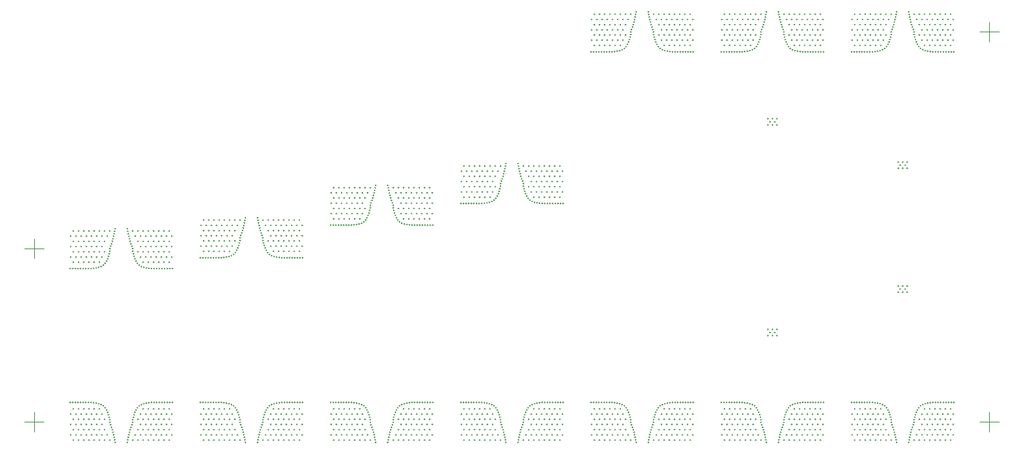
<source format=gbr>
%FSTAX66Y66*%
%MOMM*%
%SFA1B1*%

%IPPOS*%
%ADD34C,0.127000*%
%LNmtrl_0mm_thru_drillmap_1-1*%
%LPD*%
G54D34*
X000002750007Y000044999986D02*
X000007249998D01*
X00000499999Y000042750003D02*
Y000047249994D01*
X000222749999Y000094999987D02*
X000227250015D01*
X000224999981Y000092749979D02*
Y00009724997D01*
X000222749973Y000005001615D02*
X000227249964D01*
X000224999956Y000002751607D02*
Y000007251598D01*
X000002750007Y000005000015D02*
X000007249998D01*
X00000499999Y000002750007D02*
Y000007249998D01*
X000171453302Y000007829575D02*
X000171753326D01*
X000171603314Y000007679588D02*
Y000007979587D01*
X000172222033Y000004966055D02*
X000172522032D01*
X000172372045Y000004816068D02*
Y000005116068D01*
X000167877998Y000009554489D02*
X000168177997D01*
X00016802801Y000009404477D02*
Y000009704476D01*
X000163678006Y000009554489D02*
X000163978005D01*
X000163828018Y000009404477D02*
Y000009704476D01*
X000173223377Y000001521891D02*
X000173523376D01*
X000173373364Y000001371879D02*
Y000001671878D01*
X000173450224Y000000346532D02*
X000173750198D01*
X000173600211Y000000196545D02*
Y000000496519D01*
X000172953146Y00000268798D02*
X000173253146D01*
X000173103159Y000002537993D02*
Y000002837992D01*
X000169650689Y000009278213D02*
X000169950688D01*
X000169800676Y000009128201D02*
Y0000094282D01*
X000171144946Y000008343188D02*
X000171444945D01*
X000171294933Y000008193176D02*
Y000008493175D01*
X000172068236Y000006147358D02*
X00017236821D01*
X000172218223Y000005997346D02*
Y000006297345D01*
X000164878004Y000009554489D02*
X000165178003D01*
X000165028016Y000009404477D02*
Y000009704476D01*
X000166078001Y000009554489D02*
X000166378001D01*
X000166228014Y000009404477D02*
Y000009704476D01*
X000168472434Y00000948441D02*
X000168772433D01*
X000168622421Y000009334423D02*
Y000009634423D01*
X000167277999Y000009554489D02*
X000167577998D01*
X000167428011Y000009404477D02*
Y000009704476D01*
X000163078007Y000009554489D02*
X000163378007D01*
X00016322802Y000009404477D02*
Y000009704476D01*
X000172204151Y000005564479D02*
X00017250415D01*
X000172354163Y000005414492D02*
Y000005714466D01*
X000169064736Y000009398838D02*
X000169364736D01*
X000169214723Y000009248851D02*
Y00000954885D01*
X000164278005Y000009554489D02*
X000164578004D01*
X000164428017Y000009404477D02*
Y000009704476D01*
X000172610526Y000003834663D02*
X000172910525D01*
X000172760538Y000003684651D02*
Y00000398465D01*
X000173341233Y000000935075D02*
X000173641232D01*
X000173491245Y000000785063D02*
Y000001085062D01*
X000171905904Y00000672343D02*
X000172205904D01*
X000172055917Y000006573418D02*
Y000006873417D01*
X000165478028Y000009554489D02*
X000165778002D01*
X000165628015Y000009404477D02*
Y000009704476D01*
X000172389901Y000004390745D02*
X000172689926D01*
X000172539914Y000004240758D02*
Y000004540758D01*
X000171706819Y000007287717D02*
X000172006793D01*
X000171856806Y000007137704D02*
Y000007437704D01*
X000170732424Y00000877796D02*
X000171032424D01*
X000170882437Y000008627948D02*
Y000008927947D01*
X000170218125Y00000908558D02*
X000170518124D01*
X000170368137Y000008935567D02*
Y000009235567D01*
X000166678Y000009554489D02*
X000166978025D01*
X000166828012Y000009404477D02*
Y000009704476D01*
X000173094396Y000002106345D02*
X00017339437D01*
X000173244383Y000001956358D02*
Y000002256358D01*
X000172793964Y000003264966D02*
X000173093964D01*
X000172943977Y000003114954D02*
Y000003414953D01*
X000176906021Y000003264966D02*
X000177205995D01*
X000177056008Y000003114954D02*
Y000003414953D01*
X00017660559Y000002106345D02*
X000176905589D01*
X000176755602Y000001956358D02*
Y000002256358D01*
X000183021986Y000009554489D02*
X000183321985D01*
X000183171998Y000009404477D02*
Y000009704476D01*
X000179481835Y00000908558D02*
X000179781835D01*
X000179631848Y000008935567D02*
Y000009235567D01*
X000178967561Y00000877796D02*
X000179267535D01*
X000179117548Y000008627948D02*
Y000008927947D01*
X000177993167Y000007287717D02*
X000178293191D01*
X000178143179Y000007137704D02*
Y000007437704D01*
X000177310059Y000004390745D02*
X000177610058D01*
X000177460071Y000004240758D02*
Y000004540758D01*
X000184221958Y000009554489D02*
X000184521983D01*
X00018437197Y000009404477D02*
Y000009704476D01*
X000177794056Y00000672343D02*
X000178094081D01*
X000177944068Y000006573418D02*
Y000006873417D01*
X000176358753Y000000935075D02*
X000176658727D01*
X00017650874Y000000785063D02*
Y000001085062D01*
X00017708946Y000003834663D02*
X000177389459D01*
X000177239447Y000003684651D02*
Y00000398465D01*
X000185421981Y000009554489D02*
X000185721955D01*
X000185571968Y000009404477D02*
Y000009704476D01*
X000180635275Y000009398838D02*
X000180935249D01*
X000180785236Y000009248851D02*
Y00000954885D01*
X000177495809Y000005564479D02*
X000177795834D01*
X000177645822Y000005414492D02*
Y000005714466D01*
X000186621978Y000009554489D02*
X000186921978D01*
X000186771965Y000009404477D02*
Y000009704476D01*
X000182421987Y000009554489D02*
X000182721961D01*
X000182571974Y000009404477D02*
Y000009704476D01*
X000181227552Y00000948441D02*
X000181527551D01*
X000181377539Y000009334423D02*
Y000009634423D01*
X000183621984Y000009554489D02*
X000183921984D01*
X000183771971Y000009404477D02*
Y000009704476D01*
X000184821982Y000009554489D02*
X000185121981D01*
X000184971969Y000009404477D02*
Y000009704476D01*
X00017763175Y000006147358D02*
X000177931775D01*
X000177781762Y000005997346D02*
Y000006297345D01*
X00017855504Y000008343188D02*
X000178855039D01*
X000178705027Y000008193176D02*
Y000008493175D01*
X000180049297Y000009278213D02*
X000180349296D01*
X000180199284Y000009128201D02*
Y0000094282D01*
X000176746839Y00000268798D02*
X000177046839D01*
X000176896826Y000002537993D02*
Y000002837992D01*
X000176249787Y000000346532D02*
X000176549786D01*
X000176399799Y000000196545D02*
Y000000496519D01*
X000176476609Y000001521891D02*
X000176776608D01*
X000176626596Y000001371879D02*
Y000001671878D01*
X00018602198Y000009554489D02*
X000186321979D01*
X000186171992Y000009404477D02*
Y000009704476D01*
X000181821988Y000009554489D02*
X000182121987D01*
X000181971975Y000009404477D02*
Y000009704476D01*
X000177477953Y000004966055D02*
X000177777927D01*
X00017762794Y000004816068D02*
Y000005116068D01*
X000178246684Y000007829575D02*
X000178546683D01*
X000178396671Y000007679588D02*
Y000007979587D01*
X000165605942Y00000208191D02*
X000165905916D01*
X000165755929Y000001931898D02*
Y000002231898D01*
X000165005943Y000008081899D02*
X000165305943D01*
X00016515593Y000007931912D02*
Y000008231911D01*
X000186494039Y000004481906D02*
X000186794063D01*
X000186644051Y000004331919D02*
Y000004631918D01*
X00018589404Y000003281908D02*
X000186194039D01*
X000186044052Y000003131896D02*
Y000003431895D01*
X000180494051Y000004481906D02*
X00018079405D01*
X000180644038Y000004331919D02*
Y000004631918D01*
X000163805946Y000003281908D02*
X000164105945D01*
X000163955933Y000003131896D02*
Y000003431895D01*
X000183494045Y000008081899D02*
X000183794069D01*
X000183644057Y000007931912D02*
Y000008231911D01*
X000168005937Y000006881901D02*
X000168305937D01*
X000168155924Y000006731914D02*
Y000007031913D01*
X000164405919Y000006881901D02*
X000164705944D01*
X000164555932Y000006731914D02*
Y000007031913D01*
X000163805946Y000005681903D02*
X000164105945D01*
X000163955933Y000005531916D02*
Y000005831916D01*
X000179894052Y000003281908D02*
X000180194051D01*
X000180044064Y000003131896D02*
Y000003431895D01*
X000163205947Y000006881901D02*
X000163505946D01*
X000163355959Y000006731914D02*
Y000007031913D01*
X000170405933Y000004481906D02*
X000170705932D01*
X000170555945Y000004331919D02*
Y000004631918D01*
X000170405933Y000006881901D02*
X000170705932D01*
X000170555945Y000006731914D02*
Y000007031913D01*
X000168605936Y000008081899D02*
X000168905936D01*
X000168755949Y000007931912D02*
Y000008231911D01*
X000163805946Y000000881913D02*
X000164105945D01*
X000163955933Y000000731901D02*
Y0000010319D01*
X000180494051Y000006881901D02*
X00018079405D01*
X000180644038Y000006731914D02*
Y000007031913D01*
X000171605956Y00000208191D02*
X00017190593D01*
X000171755943Y000001931898D02*
Y000002231898D01*
X000181694048Y000004481906D02*
X000181994048D01*
X000181844035Y000004331919D02*
Y000004631918D01*
X000179894052Y000008081899D02*
X000180194051D01*
X000180044064Y000007931912D02*
Y000008231911D01*
X000179894052Y000005681903D02*
X000180194051D01*
X000180044064Y000005531916D02*
Y000005831916D01*
X000182294047Y000008081899D02*
X000182594046D01*
X000182444059Y000007931912D02*
Y000008231911D01*
X000168605936Y000000881913D02*
X000168905936D01*
X000168755949Y000000731901D02*
Y0000010319D01*
X000184694042Y000003281908D02*
X000184994042D01*
X000184844055Y000003131896D02*
Y000003431895D01*
X000170405933Y00000208191D02*
X000170705932D01*
X000170555945Y000001931898D02*
Y000002231898D01*
X000185294066Y000004481906D02*
X00018559404D01*
X000185444053Y000004331919D02*
Y000004631918D01*
X000186494039Y000006881901D02*
X000186794063D01*
X000186644051Y000006731914D02*
Y000007031913D01*
X000182894046Y00000208191D02*
X000183194045D01*
X000183044058Y000001931898D02*
Y000002231898D01*
X000169205935Y000004481906D02*
X000169505934D01*
X000169355947Y000004331919D02*
Y000004631918D01*
X000166205941Y000008081899D02*
X00016650594D01*
X000166355953Y000007931912D02*
Y000008231911D01*
X000164405919Y000004481906D02*
X000164705944D01*
X000164555932Y000004331919D02*
Y000004631918D01*
X000165005943Y000000881913D02*
X000165305943D01*
X00016515593Y000000731901D02*
Y0000010319D01*
X000184094043Y000004481906D02*
X000184394043D01*
X000184244056Y000004331919D02*
Y000004631918D01*
X000168005937Y00000208191D02*
X000168305937D01*
X000168155924Y000001931898D02*
Y000002231898D01*
X000168005937Y000004481906D02*
X000168305937D01*
X000168155924Y000004331919D02*
Y000004631918D01*
X000184094043Y000006881901D02*
X000184394043D01*
X000184244056Y000006731914D02*
Y000007031913D01*
X000185294066Y00000208191D02*
X00018559404D01*
X000185444053Y000001931898D02*
Y000002231898D01*
X000183494045Y000000881913D02*
X000183794069D01*
X000183644057Y000000731901D02*
Y0000010319D01*
X000171005931Y000003281908D02*
X000171305931D01*
X000171155918Y000003131896D02*
Y000003431895D01*
X000163205947Y000004481906D02*
X000163505946D01*
X000163355959Y000004331919D02*
Y000004631918D01*
X00018589404Y000005681903D02*
X000186194039D01*
X000186044052Y000005531916D02*
Y000005831916D01*
X000181094049Y000000881913D02*
X000181394049D01*
X000181244036Y000000731901D02*
Y0000010319D01*
X000167405939Y000005681903D02*
X000167705938D01*
X000167555926Y000005531916D02*
Y000005831916D01*
X000182894046Y000006881901D02*
X000183194045D01*
X000183044058Y000006731914D02*
Y000007031913D01*
X000183494045Y000005681903D02*
X000183794069D01*
X000183644057Y000005531916D02*
Y000005831916D01*
X000185294066Y000006881901D02*
X00018559404D01*
X000185444053Y000006731914D02*
Y000007031913D01*
X000182294047Y000003281908D02*
X000182594046D01*
X000182444059Y000003131896D02*
Y000003431895D01*
X000163805946Y000008081899D02*
X000164105945D01*
X000163955933Y000007931912D02*
Y000008231911D01*
X000179894052Y000000881913D02*
X000180194051D01*
X000180044064Y000000731901D02*
Y0000010319D01*
X000165605942Y000004481906D02*
X000165905916D01*
X000165755929Y000004331919D02*
Y000004631918D01*
X000178694054Y000003281908D02*
X000178994054D01*
X000178844041Y000003131896D02*
Y000003431895D01*
X00016680594Y000006881901D02*
X000167105939D01*
X000166955927Y000006731914D02*
Y000007031913D01*
X00018589404Y000008081899D02*
X000186194039D01*
X000186044052Y000007931912D02*
Y000008231911D01*
X000178694054Y000005681903D02*
X000178994054D01*
X000178844041Y000005531916D02*
Y000005831916D01*
X000183494045Y000003281908D02*
X000183794069D01*
X000183644057Y000003131896D02*
Y000003431895D01*
X000178094055Y00000208191D02*
X000178394055D01*
X000178244042Y000001931898D02*
Y000002231898D01*
X00016680594Y00000208191D02*
X000167105939D01*
X000166955927Y000001931898D02*
Y000002231898D01*
X000169805934Y000000881913D02*
X000170105959D01*
X000169955946Y000000731901D02*
Y0000010319D01*
X000169805934Y000003281908D02*
X000170105959D01*
X000169955946Y000003131896D02*
Y000003431895D01*
X000166205941Y000005681903D02*
X00016650594D01*
X000166355953Y000005531916D02*
Y000005831916D01*
X000166205941Y000003281908D02*
X00016650594D01*
X000166355953Y000003131896D02*
Y000003431895D01*
X000182294047Y000000881913D02*
X000182594046D01*
X000182444059Y000000731901D02*
Y0000010319D01*
X000167405939Y000000881913D02*
X000167705938D01*
X000167555926Y000000731901D02*
Y0000010319D01*
X000171005931Y000000881913D02*
X000171305931D01*
X000171155918Y000000731901D02*
Y0000010319D01*
X000168605936Y000003281908D02*
X000168905936D01*
X000168755949Y000003131896D02*
Y000003431895D01*
X000165005943Y000003281908D02*
X000165305943D01*
X00016515593Y000003131896D02*
Y000003431895D01*
X00016680594Y000004481906D02*
X000167105939D01*
X000166955927Y000004331919D02*
Y000004631918D01*
X000169805934Y000005681903D02*
X000170105959D01*
X000169955946Y000005531916D02*
Y000005831916D01*
X000184094043Y00000208191D02*
X000184394043D01*
X000184244056Y000001931898D02*
Y000002231898D01*
X000166205941Y000000881913D02*
X00016650594D01*
X000166355953Y000000731901D02*
Y0000010319D01*
X000169205935Y00000208191D02*
X000169505934D01*
X000169355947Y000001931898D02*
Y000002231898D01*
X000164405919Y00000208191D02*
X000164705944D01*
X000164555932Y000001931898D02*
Y000002231898D01*
X000179294053Y000006881901D02*
X000179594052D01*
X00017944404Y000006731914D02*
Y000007031913D01*
X000177494057Y000000881913D02*
X000177794056D01*
X000177644044Y000000731901D02*
Y0000010319D01*
X000179294053Y00000208191D02*
X000179594052D01*
X00017944404Y000001931898D02*
Y000002231898D01*
X000181694048Y000006881901D02*
X000181994048D01*
X000181844035Y000006731914D02*
Y000007031913D01*
X000171005931Y000005681903D02*
X000171305931D01*
X000171155918Y000005531916D02*
Y000005831916D01*
X000169805934Y000008081899D02*
X000170105959D01*
X000169955946Y000007931912D02*
Y000008231911D01*
X000184694042Y000000881913D02*
X000184994042D01*
X000184844055Y000000731901D02*
Y0000010319D01*
X000172205929Y000000881913D02*
X000172505928D01*
X000172355941Y000000731901D02*
Y0000010319D01*
X000184694042Y000008081899D02*
X000184994042D01*
X000184844055Y000007931912D02*
Y000008231911D01*
X000163205947Y00000208191D02*
X000163505946D01*
X000163355959Y000001931898D02*
Y000002231898D01*
X000181694048Y00000208191D02*
X000181994048D01*
X000181844035Y000001931898D02*
Y000002231898D01*
X000181094049Y000003281908D02*
X000181394049D01*
X000181244036Y000003131896D02*
Y000003431895D01*
X000180494051Y00000208191D02*
X00018079405D01*
X000180644038Y000001931898D02*
Y000002231898D01*
X000165005943Y000005681903D02*
X000165305943D01*
X00016515593Y000005531916D02*
Y000005831916D01*
X000167405939Y000008081899D02*
X000167705938D01*
X000167555926Y000007931912D02*
Y000008231911D01*
X000181094049Y000008081899D02*
X000181394049D01*
X000181244036Y000007931912D02*
Y000008231911D01*
X000182894046Y000004481906D02*
X000183194045D01*
X000183044058Y000004331919D02*
Y000004631918D01*
X000182294047Y000005681903D02*
X000182594046D01*
X000182444059Y000005531916D02*
Y000005831916D01*
X000186494039Y00000208191D02*
X000186794063D01*
X000186644051Y000001931898D02*
Y000002231898D01*
X000165605942Y000006881901D02*
X000165905916D01*
X000165755929Y000006731914D02*
Y000007031913D01*
X000169205935Y000006881901D02*
X000169505934D01*
X000169355947Y000006731914D02*
Y000007031913D01*
X000181094049Y000005681903D02*
X000181394049D01*
X000181244036Y000005531916D02*
Y000005831916D01*
X000179294053Y000004481906D02*
X000179594052D01*
X00017944404Y000004331919D02*
Y000004631918D01*
X000178694054Y000000881913D02*
X000178994054D01*
X000178844041Y000000731901D02*
Y0000010319D01*
X00018589404Y000000881913D02*
X000186194039D01*
X000186044052Y000000731901D02*
Y0000010319D01*
X000167405939Y000003281908D02*
X000167705938D01*
X000167555926Y000003131896D02*
Y000003431895D01*
X000168605936Y000005681903D02*
X000168905936D01*
X000168755949Y000005531916D02*
Y000005831916D01*
X000184694042Y000005681903D02*
X000184994042D01*
X000184844055Y000005531916D02*
Y000005831916D01*
X000154694051Y000005681497D02*
X000154994051D01*
X000154844038Y00000553151D02*
Y000005831509D01*
X000138605945Y000005681497D02*
X000138905919D01*
X000138755932Y00000553151D02*
Y000005831509D01*
X000137405922Y000003281502D02*
X000137705947D01*
X000137555935Y000003131515D02*
Y000003431489D01*
X000155894049Y000000881507D02*
X000156194048D01*
X000156044061Y000000731494D02*
Y000001031494D01*
X000148694038Y000000881507D02*
X000148994037D01*
X00014884405Y000000731494D02*
Y000001031494D01*
X000149294062Y000004481499D02*
X000149594036D01*
X000149444049Y000004331512D02*
Y000004631486D01*
X000151094059Y000005681497D02*
X000151394058D01*
X000151244046Y00000553151D02*
Y000005831509D01*
X000139205944Y000006881495D02*
X000139505944D01*
X000139355957Y000006731508D02*
Y000007031507D01*
X000135605951Y000006881495D02*
X000135905925D01*
X000135755938Y000006731508D02*
Y000007031507D01*
X000156494048Y000002081504D02*
X000156794047D01*
X000156644035Y000001931517D02*
Y000002231491D01*
X000152294056Y000005681497D02*
X000152594056D01*
X000152444043Y00000553151D02*
Y000005831509D01*
X000152894055Y000004481499D02*
X000153194054D01*
X000153044067Y000004331512D02*
Y000004631486D01*
X000151094059Y000008081518D02*
X000151394058D01*
X000151244046Y000007931505D02*
Y000008231505D01*
X000137405922Y000008081518D02*
X000137705947D01*
X000137555935Y000007931505D02*
Y000008231505D01*
X000135005927Y000005681497D02*
X000135305927D01*
X00013515594Y00000553151D02*
Y000005831509D01*
X000150494034Y000002081504D02*
X000150794059D01*
X000150644047Y000001931517D02*
Y000002231491D01*
X000151094059Y000003281502D02*
X000151394058D01*
X000151244046Y000003131515D02*
Y000003431489D01*
X000151694057Y000002081504D02*
X000151994057D01*
X000151844044Y000001931517D02*
Y000002231491D01*
X000133205931Y000002081504D02*
X00013350593D01*
X000133355943Y000001931517D02*
Y000002231491D01*
X000154694051Y000008081518D02*
X000154994051D01*
X000154844038Y000007931505D02*
Y000008231505D01*
X000142205938Y000000881507D02*
X000142505938D01*
X000142355951Y000000731494D02*
Y000001031494D01*
X000154694051Y000000881507D02*
X000154994051D01*
X000154844038Y000000731494D02*
Y000001031494D01*
X000139805943Y000008081518D02*
X000140105942D01*
X00013995593Y000007931505D02*
Y000008231505D01*
X000141005941Y000005681497D02*
X00014130594D01*
X000141155928Y00000553151D02*
Y000005831509D01*
X000151694057Y000006881495D02*
X000151994057D01*
X000151844044Y000006731508D02*
Y000007031507D01*
X000149294062Y000002081504D02*
X000149594036D01*
X000149444049Y000001931517D02*
Y000002231491D01*
X00014749404Y000000881507D02*
X000147794065D01*
X000147644053Y000000731494D02*
Y000001031494D01*
X000149294062Y000006881495D02*
X000149594036D01*
X000149444049Y000006731508D02*
Y000007031507D01*
X000134405928Y000002081504D02*
X000134705928D01*
X000134555941Y000001931517D02*
Y000002231491D01*
X000139205944Y000002081504D02*
X000139505944D01*
X000139355957Y000001931517D02*
Y000002231491D01*
X000136205925Y000000881507D02*
X00013650595D01*
X000136355937Y000000731494D02*
Y000001031494D01*
X000154094053Y000002081504D02*
X000154394052D01*
X00015424404Y000001931517D02*
Y000002231491D01*
X000139805943Y000005681497D02*
X000140105942D01*
X00013995593Y00000553151D02*
Y000005831509D01*
X000136805949Y000004481499D02*
X000137105948D01*
X000136955936Y000004331512D02*
Y000004631486D01*
X000135005927Y000003281502D02*
X000135305927D01*
X00013515594Y000003131515D02*
Y000003431489D01*
X000138605945Y000003281502D02*
X000138905919D01*
X000138755932Y000003131515D02*
Y000003431489D01*
X000141005941Y000000881507D02*
X00014130594D01*
X000141155928Y000000731494D02*
Y000001031494D01*
X000137405922Y000000881507D02*
X000137705947D01*
X000137555935Y000000731494D02*
Y000001031494D01*
X000152294056Y000000881507D02*
X000152594056D01*
X000152444043Y000000731494D02*
Y000001031494D01*
X000136205925Y000003281502D02*
X00013650595D01*
X000136355937Y000003131515D02*
Y000003431489D01*
X000136205925Y000005681497D02*
X00013650595D01*
X000136355937Y00000553151D02*
Y000005831509D01*
X000139805943Y000003281502D02*
X000140105942D01*
X00013995593Y000003131515D02*
Y000003431489D01*
X000139805943Y000000881507D02*
X000140105942D01*
X00013995593Y000000731494D02*
Y000001031494D01*
X000136805949Y000002081504D02*
X000137105948D01*
X000136955936Y000001931517D02*
Y000002231491D01*
X000148094039Y000002081504D02*
X000148394039D01*
X000148244052Y000001931517D02*
Y000002231491D01*
X000153494054Y000003281502D02*
X000153794053D01*
X000153644041Y000003131515D02*
Y000003431489D01*
X000148694038Y000005681497D02*
X000148994037D01*
X00014884405Y00000553151D02*
Y000005831509D01*
X000155894049Y000008081518D02*
X000156194048D01*
X000156044061Y000007931505D02*
Y000008231505D01*
X000136805949Y000006881495D02*
X000137105948D01*
X000136955936Y000006731508D02*
Y000007031507D01*
X000148694038Y000003281502D02*
X000148994037D01*
X00014884405Y000003131515D02*
Y000003431489D01*
X000135605951Y000004481499D02*
X000135905925D01*
X000135755938Y000004331512D02*
Y000004631486D01*
X000149894036Y000000881507D02*
X000150194035D01*
X000150044048Y000000731494D02*
Y000001031494D01*
X000133805929Y000008081518D02*
X000134105954D01*
X000133955942Y000007931505D02*
Y000008231505D01*
X000152294056Y000003281502D02*
X000152594056D01*
X000152444043Y000003131515D02*
Y000003431489D01*
X00015529405Y000006881495D02*
X00015559405D01*
X000155444037Y000006731508D02*
Y000007031507D01*
X000153494054Y000005681497D02*
X000153794053D01*
X000153644041Y00000553151D02*
Y000005831509D01*
X000152894055Y000006881495D02*
X000153194054D01*
X000153044067Y000006731508D02*
Y000007031507D01*
X000137405922Y000005681497D02*
X000137705947D01*
X000137555935Y00000553151D02*
Y000005831509D01*
X000151094059Y000000881507D02*
X000151394058D01*
X000151244046Y000000731494D02*
Y000001031494D01*
X000155894049Y000005681497D02*
X000156194048D01*
X000156044061Y00000553151D02*
Y000005831509D01*
X000133205931Y000004481499D02*
X00013350593D01*
X000133355943Y000004331512D02*
Y000004631486D01*
X000141005941Y000003281502D02*
X00014130594D01*
X000141155928Y000003131515D02*
Y000003431489D01*
X000153494054Y000000881507D02*
X000153794053D01*
X000153644041Y000000731494D02*
Y000001031494D01*
X00015529405Y000002081504D02*
X00015559405D01*
X000155444037Y000001931517D02*
Y000002231491D01*
X000154094053Y000006881495D02*
X000154394052D01*
X00015424404Y000006731508D02*
Y000007031507D01*
X000138005947Y000004481499D02*
X000138305946D01*
X000138155934Y000004331512D02*
Y000004631486D01*
X000138005947Y000002081504D02*
X000138305946D01*
X000138155934Y000001931517D02*
Y000002231491D01*
X000154094053Y000004481499D02*
X000154394052D01*
X00015424404Y000004331512D02*
Y000004631486D01*
X000135005927Y000000881507D02*
X000135305927D01*
X00013515594Y000000731494D02*
Y000001031494D01*
X000134405928Y000004481499D02*
X000134705928D01*
X000134555941Y000004331512D02*
Y000004631486D01*
X000136205925Y000008081518D02*
X00013650595D01*
X000136355937Y000007931505D02*
Y000008231505D01*
X000139205944Y000004481499D02*
X000139505944D01*
X000139355957Y000004331512D02*
Y000004631486D01*
X000152894055Y000002081504D02*
X000153194054D01*
X000153044067Y000001931517D02*
Y000002231491D01*
X000156494048Y000006881495D02*
X000156794047D01*
X000156644035Y000006731508D02*
Y000007031507D01*
X00015529405Y000004481499D02*
X00015559405D01*
X000155444037Y000004331512D02*
Y000004631486D01*
X000140405916Y000002081504D02*
X000140705941D01*
X000140555929Y000001931517D02*
Y000002231491D01*
X000154694051Y000003281502D02*
X000154994051D01*
X000154844038Y000003131515D02*
Y000003431489D01*
X000138605945Y000000881507D02*
X000138905919D01*
X000138755932Y000000731494D02*
Y000001031494D01*
X000152294056Y000008081518D02*
X000152594056D01*
X000152444043Y000007931505D02*
Y000008231505D01*
X000149894036Y000005681497D02*
X000150194035D01*
X000150044048Y00000553151D02*
Y000005831509D01*
X000149894036Y000008081518D02*
X000150194035D01*
X000150044048Y000007931505D02*
Y000008231505D01*
X000151694057Y000004481499D02*
X000151994057D01*
X000151844044Y000004331512D02*
Y000004631486D01*
X000141605939Y000002081504D02*
X000141905939D01*
X000141755926Y000001931517D02*
Y000002231491D01*
X000150494034Y000006881495D02*
X000150794059D01*
X000150644047Y000006731508D02*
Y000007031507D01*
X000133805929Y000000881507D02*
X000134105954D01*
X000133955942Y000000731494D02*
Y000001031494D01*
X000138605945Y000008081518D02*
X000138905919D01*
X000138755932Y000007931505D02*
Y000008231505D01*
X000140405916Y000006881495D02*
X000140705941D01*
X000140555929Y000006731508D02*
Y000007031507D01*
X000140405916Y000004481499D02*
X000140705941D01*
X000140555929Y000004331512D02*
Y000004631486D01*
X000133205931Y000006881495D02*
X00013350593D01*
X000133355943Y000006731508D02*
Y000007031507D01*
X000149894036Y000003281502D02*
X000150194035D01*
X000150044048Y000003131515D02*
Y000003431489D01*
X000133805929Y000005681497D02*
X000134105954D01*
X000133955942Y00000553151D02*
Y000005831509D01*
X000134405928Y000006881495D02*
X000134705928D01*
X000134555941Y000006731508D02*
Y000007031507D01*
X000138005947Y000006881495D02*
X000138305946D01*
X000138155934Y000006731508D02*
Y000007031507D01*
X000153494054Y000008081518D02*
X000153794053D01*
X000153644041Y000007931505D02*
Y000008231505D01*
X000133805929Y000003281502D02*
X000134105954D01*
X000133955942Y000003131515D02*
Y000003431489D01*
X000150494034Y000004481499D02*
X000150794059D01*
X000150644047Y000004331512D02*
Y000004631486D01*
X000155894049Y000003281502D02*
X000156194048D01*
X000156044061Y000003131515D02*
Y000003431489D01*
X000156494048Y000004481499D02*
X000156794047D01*
X000156644035Y000004331512D02*
Y000004631486D01*
X000135005927Y000008081518D02*
X000135305927D01*
X00013515594Y000007931505D02*
Y000008231505D01*
X000135605951Y000002081504D02*
X000135905925D01*
X000135755938Y000001931517D02*
Y000002231491D01*
X000148246668Y000007829169D02*
X000148546667D01*
X000148396655Y000007679182D02*
Y000007979181D01*
X000147477962Y000004965674D02*
X000147777936D01*
X000147627949Y000004815662D02*
Y000005115661D01*
X000151821972Y000009554083D02*
X000152121971D01*
X000151971959Y000009404096D02*
Y000009704095D01*
X000156021989Y000009554083D02*
X000156321988D01*
X000156171976Y000009404096D02*
Y000009704095D01*
X000146476618Y000001521485D02*
X000146776617D01*
X000146626605Y000001371498D02*
Y000001671497D01*
X000146249771Y000000346125D02*
X00014654977D01*
X000146399783Y000000196138D02*
Y000000496138D01*
X000146746823Y000002687599D02*
X000147046823D01*
X000146896836Y000002537587D02*
Y000002837586D01*
X00015004928Y000009277807D02*
X00015034928D01*
X000150199293Y000009127794D02*
Y000009427794D01*
X000148555049Y000008342782D02*
X000148855049D01*
X000148705036Y00000819277D02*
Y000008492769D01*
X000147631759Y000006146952D02*
X000147931759D01*
X000147781772Y000005996965D02*
Y000006296964D01*
X000154821966Y000009554083D02*
X000155121965D01*
X000154971978Y000009404096D02*
Y000009704095D01*
X000153621968Y000009554083D02*
X000153921993D01*
X000153771981Y000009404096D02*
Y000009704095D01*
X000151227561Y000009484029D02*
X00015152756D01*
X000151377548Y000009334017D02*
Y000009634016D01*
X000152421996Y000009554083D02*
X00015272197D01*
X000152571983Y000009404096D02*
Y000009704095D01*
X000156621988Y000009554083D02*
X000156921987D01*
X000156771975Y000009404096D02*
Y000009704095D01*
X000147495818Y000005564073D02*
X000147795818D01*
X000147645831Y000005414086D02*
Y000005714085D01*
X000150635258Y000009398457D02*
X000150935258D01*
X000150785245Y000009248444D02*
Y000009548444D01*
X00015542199Y000009554083D02*
X000155721964D01*
X000155571977Y000009404096D02*
Y000009704095D01*
X000147089469Y000003834257D02*
X000147389469D01*
X000147239456Y00000368427D02*
Y000003984269D01*
X000146358737Y000000934669D02*
X000146658736D01*
X000146508749Y000000784656D02*
Y000001084656D01*
X000147794065Y000006723024D02*
X000148094065D01*
X000147944078Y000006573037D02*
Y000006873036D01*
X000154221967Y000009554083D02*
X000154521966D01*
X000154371979Y000009404096D02*
Y000009704095D01*
X000147310068Y000004390339D02*
X000147610068D01*
X000147460055Y000004240352D02*
Y000004540351D01*
X000147993176Y00000728731D02*
X000148293175D01*
X000148143188Y000007137298D02*
Y000007437297D01*
X000148967571Y000008777554D02*
X000149267545D01*
X000149117558Y000008627567D02*
Y000008927566D01*
X000149481844Y000009085173D02*
X000149781844D01*
X000149631857Y000008935161D02*
Y00000923516D01*
X000153021969Y000009554083D02*
X000153321969D01*
X000153171982Y000009404096D02*
Y000009704095D01*
X000146605599Y000002105964D02*
X000146905599D01*
X000146755612Y000001955952D02*
Y000002255951D01*
X00014690603Y00000326456D02*
X000147206004D01*
X000147056017Y000003114548D02*
Y000003414547D01*
X000142793974Y00000326456D02*
X000143093973D01*
X000142943961Y000003114548D02*
Y000003414547D01*
X000143094405Y000002105964D02*
X000143394379D01*
X000143244392Y000001955952D02*
Y000002255951D01*
X000136678009Y000009554083D02*
X000136978009D01*
X000136827996Y000009404096D02*
Y000009704095D01*
X000140218134Y000009085173D02*
X000140518134D01*
X000140368147Y000008935161D02*
Y00000923516D01*
X000140732433Y000008777554D02*
X000141032433D01*
X000140882446Y000008627567D02*
Y000008927566D01*
X000141706803Y00000728731D02*
X000142006802D01*
X00014185679Y000007137298D02*
Y000007437297D01*
X00014238991Y000004390339D02*
X00014268991D01*
X000142539923Y000004240352D02*
Y000004540351D01*
X000135478012Y000009554083D02*
X000135778011D01*
X000135627999Y000009404096D02*
Y000009704095D01*
X000141905888Y000006723024D02*
X000142205913D01*
X0001420559Y000006573037D02*
Y000006873036D01*
X000143341242Y000000934669D02*
X000143641241D01*
X000143491254Y000000784656D02*
Y000001084656D01*
X000142610509Y000003834257D02*
X000142910534D01*
X000142760522Y00000368427D02*
Y000003984269D01*
X000134278014Y000009554083D02*
X000134578013D01*
X000134428001Y000009404096D02*
Y000009704095D01*
X00013906472Y000009398457D02*
X000139364745D01*
X000139214733Y000009248444D02*
Y000009548444D01*
X000142204135Y000005564073D02*
X00014250416D01*
X000142354147Y000005414086D02*
Y000005714085D01*
X000133078016Y000009554083D02*
X000133378016D01*
X000133228029Y000009404096D02*
Y000009704095D01*
X000137278008Y000009554083D02*
X000137578007D01*
X000137427995Y000009404096D02*
Y000009704095D01*
X000138472418Y000009484029D02*
X000138772442D01*
X00013862243Y000009334017D02*
Y000009634016D01*
X00013607801Y000009554083D02*
X00013637801D01*
X000136228023Y000009404096D02*
Y000009704095D01*
X000134878013Y000009554083D02*
X000135178012D01*
X000135028Y000009404096D02*
Y000009704095D01*
X000142068219Y000006146952D02*
X000142368219D01*
X000142218206Y000005996965D02*
Y000006296964D01*
X000141144955Y000008342782D02*
X000141444954D01*
X000141294942Y00000819277D02*
Y000008492769D01*
X000139650698Y000009277807D02*
X000139950698D01*
X000139800685Y000009127794D02*
Y000009427794D01*
X000142953155Y000002687599D02*
X000143253155D01*
X000143103142Y000002537587D02*
Y000002837586D01*
X000143450208Y000000346125D02*
X000143750207D01*
X000143600195Y000000196138D02*
Y000000496138D01*
X000143223386Y000001521485D02*
X000143523385D01*
X000143373373Y000001371498D02*
Y000001671497D01*
X000133678015Y000009554083D02*
X000133978014D01*
X000133828002Y000009404096D02*
Y000009704095D01*
X000137878007Y000009554083D02*
X000138178006D01*
X000138028019Y000009404096D02*
Y000009704095D01*
X000142222042Y000004965674D02*
X000142522041D01*
X000142372054Y000004815662D02*
Y000005115661D01*
X000141453311Y000007829169D02*
X00014175331D01*
X000141603298Y000007679182D02*
Y000007979181D01*
X000111453295Y000007828788D02*
X000111753319D01*
X000111603307Y000007678775D02*
Y000007978775D01*
X000112222026Y000004965268D02*
X000112522025D01*
X000112372038Y000004815255D02*
Y000005115255D01*
X000107878016Y000009553676D02*
X000108178015D01*
X000108028003Y000009403689D02*
Y000009703689D01*
X000103677999Y000009553676D02*
X000103977998D01*
X000103828011Y000009403689D02*
Y000009703689D01*
X00011322337Y000001521079D02*
X000113523369D01*
X000113373382Y000001371092D02*
Y000001671091D01*
X000113450217Y000000345719D02*
X000113750217D01*
X000113600204Y000000195732D02*
Y000000495731D01*
X000112953165Y000002687193D02*
X000113253164D01*
X000113103152Y00000253718D02*
Y00000283718D01*
X000109650707Y0000092774D02*
X000109950707D01*
X000109800694Y000009127388D02*
Y000009427387D01*
X000111144939Y000008342375D02*
X000111444938D01*
X000111294951Y000008192389D02*
Y000008492388D01*
X000112068229Y000006146546D02*
X000112368228D01*
X000112218216Y000005996559D02*
Y000006296558D01*
X000104877997Y000009553676D02*
X000105177996D01*
X000105028009Y000009403689D02*
Y000009703689D01*
X00010607802Y000009553676D02*
X000106378019D01*
X000106228007Y000009403689D02*
Y000009703689D01*
X000108472427Y000009483623D02*
X000108772426D01*
X000108622439Y000009333611D02*
Y00000963361D01*
X000107278017Y000009553676D02*
X000107578017D01*
X000107428004Y000009403689D02*
Y000009703689D01*
X000103078Y000009553676D02*
X000103378D01*
X000103228013Y000009403689D02*
Y000009703689D01*
X000112204169Y000005563666D02*
X000112504169D01*
X000112354156Y000005413679D02*
Y000005713679D01*
X000109064729Y00000939805D02*
X000109364729D01*
X000109214716Y000009248038D02*
Y000009548037D01*
X000104277998Y000009553676D02*
X000104577997D01*
X00010442801Y000009403689D02*
Y000009703689D01*
X000112610519Y00000383385D02*
X000112910518D01*
X000112760531Y000003683863D02*
Y000003983863D01*
X000113341226Y000000934262D02*
X000113641225D01*
X000113491238Y000000784275D02*
Y000001084275D01*
X000111905897Y000006722618D02*
X000112205897D01*
X00011205591Y000006572631D02*
Y00000687263D01*
X000105477995Y000009553676D02*
X000105777995D01*
X000105628008Y000009403689D02*
Y000009703689D01*
X00011238992Y000004389958D02*
X000112689919D01*
X000112539907Y000004239945D02*
Y000004539945D01*
X000111706787Y000007286904D02*
X000112006786D01*
X000111856799Y000007136917D02*
Y000007436916D01*
X000110732417Y000008777147D02*
X000111032417D01*
X00011088243Y00000862716D02*
Y00000892716D01*
X000110218143Y000009084767D02*
X000110518143D01*
X00011036813Y000008934754D02*
Y000009234754D01*
X000106678018Y000009553676D02*
X000106978018D01*
X000106828005Y000009403689D02*
Y000009703689D01*
X000113094389Y000002105558D02*
X000113394388D01*
X000113244376Y000001955546D02*
Y000002255545D01*
X000112793957Y000003264154D02*
X000113093957D01*
X00011294397Y000003114167D02*
Y000003414166D01*
X000116906014Y000003264154D02*
X000117206014D01*
X000117056027Y000003114167D02*
Y000003414166D01*
X000116605608Y000002105558D02*
X000116905608D01*
X000116755595Y000001955546D02*
Y000002255545D01*
X000123021979Y000009553676D02*
X000123321978D01*
X000123171966Y000009403689D02*
Y000009703689D01*
X000119481854Y000009084767D02*
X000119781853D01*
X000119631841Y000008934754D02*
Y000009234754D01*
X000118967554Y000008777147D02*
X000119267554D01*
X000119117567Y00000862716D02*
Y00000892716D01*
X000117993185Y000007286904D02*
X000118293184D01*
X000118143197Y000007136917D02*
Y000007436916D01*
X000117310077Y000004389958D02*
X000117610077D01*
X000117460064Y000004239945D02*
Y000004539945D01*
X000124221976Y000009553676D02*
X000124521976D01*
X000124371989Y000009403689D02*
Y000009703689D01*
X000117794074Y000006722618D02*
X000118094074D01*
X000117944087Y000006572631D02*
Y00000687263D01*
X000116358746Y000000934262D02*
X000116658745D01*
X000116508758Y000000784275D02*
Y000001084275D01*
X000117089453Y00000383385D02*
X000117389452D01*
X000117239465Y000003683863D02*
Y000003983863D01*
X000125421974Y000009553676D02*
X000125721973D01*
X000125571986Y000009403689D02*
Y000009703689D01*
X000120635268Y00000939805D02*
X000120935267D01*
X000120785255Y000009248038D02*
Y000009548037D01*
X000117495828Y000005563666D02*
X000117795827D01*
X000117645815Y000005413679D02*
Y000005713679D01*
X000126621971Y000009553676D02*
X000126921971D01*
X000126771984Y000009403689D02*
Y000009703689D01*
X00012242198Y000009553676D02*
X000122721979D01*
X000122571967Y000009403689D02*
Y000009703689D01*
X000121227545Y000009483623D02*
X00012152757D01*
X000121377557Y000009333611D02*
Y00000963361D01*
X000123621977Y000009553676D02*
X000123921977D01*
X000123771964Y000009403689D02*
Y000009703689D01*
X000124821975Y000009553676D02*
X000125121974D01*
X000124971987Y000009403689D02*
Y000009703689D01*
X000117631768Y000006146546D02*
X000117931768D01*
X000117781755Y000005996559D02*
Y000006296558D01*
X000118555033Y000008342375D02*
X000118855032D01*
X000118705045Y000008192389D02*
Y000008492388D01*
X00012004929Y0000092774D02*
X000120349289D01*
X000120199277Y000009127388D02*
Y000009427387D01*
X000116746832Y000002687193D02*
X000117046832D01*
X000116896819Y00000253718D02*
Y00000283718D01*
X00011624978Y000000345719D02*
X000116549779D01*
X000116399767Y000000195732D02*
Y000000495731D01*
X000116476602Y000001521079D02*
X000116776601D01*
X000116626614Y000001371092D02*
Y000001671091D01*
X000126021973Y000009553676D02*
X000126321972D01*
X000126171985Y000009403689D02*
Y000009703689D01*
X000121821981Y000009553676D02*
X00012212198D01*
X000121971968Y000009403689D02*
Y000009703689D01*
X000117477946Y000004965268D02*
X000117777945D01*
X000117627958Y000004815255D02*
Y000005115255D01*
X000118246677Y000007828788D02*
X000118546676D01*
X000118396689Y000007678775D02*
Y000007978775D01*
X000105605935Y000002081098D02*
X000105905935D01*
X000105755948Y000001931085D02*
Y000002231085D01*
X000105005936Y000008081086D02*
X000105305936D01*
X000105155949Y000007931099D02*
Y000008231098D01*
X000126494057Y000004481093D02*
X000126794056D01*
X000126644044Y000004331106D02*
Y000004631105D01*
X000125894058Y000003281095D02*
X000126194058D01*
X000126044045Y000003131108D02*
Y000003431108D01*
X000120494044Y000004481093D02*
X000120794043D01*
X000120644056Y000004331106D02*
Y000004631105D01*
X000103805939Y000003281095D02*
X000104105938D01*
X000103955926Y000003131108D02*
Y000003431108D01*
X000123494038Y000008081086D02*
X000123794037D01*
X00012364405Y000007931099D02*
Y000008231098D01*
X00010800593Y000006881088D02*
X00010830593D01*
X000108155943Y000006731101D02*
Y000007031101D01*
X000104405938Y000006881088D02*
X000104705937D01*
X000104555925Y000006731101D02*
Y000007031101D01*
X000103805939Y000005681091D02*
X000104105938D01*
X000103955926Y000005531104D02*
Y000005831103D01*
X000119894045Y000003281095D02*
X000120194044D01*
X000120044057Y000003131108D02*
Y000003431108D01*
X00010320594Y000006881088D02*
X000103505939D01*
X000103355927Y000006731101D02*
Y000007031101D01*
X000110405926Y000004481093D02*
X000110705925D01*
X000110555938Y000004331106D02*
Y000004631105D01*
X000110405926Y000006881088D02*
X000110705925D01*
X000110555938Y000006731101D02*
Y000007031101D01*
X000108605929Y000008081086D02*
X000108905929D01*
X000108755942Y000007931099D02*
Y000008231098D01*
X000103805939Y0000008811D02*
X000104105938D01*
X000103955926Y000000731088D02*
Y000001031087D01*
X000120494044Y000006881088D02*
X000120794043D01*
X000120644056Y000006731101D02*
Y000007031101D01*
X000111605949Y000002081098D02*
X000111905948D01*
X000111755936Y000001931085D02*
Y000002231085D01*
X000121694041Y000004481093D02*
X000121994041D01*
X000121844054Y000004331106D02*
Y000004631105D01*
X000119894045Y000008081086D02*
X000120194044D01*
X000120044057Y000007931099D02*
Y000008231098D01*
X000119894045Y000005681091D02*
X000120194044D01*
X000120044057Y000005531104D02*
Y000005831103D01*
X00012229404Y000008081086D02*
X000122594039D01*
X000122444052Y000007931099D02*
Y000008231098D01*
X000108605929Y0000008811D02*
X000108905929D01*
X000108755942Y000000731088D02*
Y000001031087D01*
X000124694035Y000003281095D02*
X000124994035D01*
X000124844048Y000003131108D02*
Y000003431108D01*
X000110405926Y000002081098D02*
X000110705925D01*
X000110555938Y000001931085D02*
Y000002231085D01*
X000125294059Y000004481093D02*
X000125594059D01*
X000125444046Y000004331106D02*
Y000004631105D01*
X000126494057Y000006881088D02*
X000126794056D01*
X000126644044Y000006731101D02*
Y000007031101D01*
X000122894039Y000002081098D02*
X000123194038D01*
X000123044051Y000001931085D02*
Y000002231085D01*
X000109205928Y000004481093D02*
X000109505927D01*
X00010935594Y000004331106D02*
Y000004631105D01*
X000106205934Y000008081086D02*
X000106505933D01*
X000106355946Y000007931099D02*
Y000008231098D01*
X000104405938Y000004481093D02*
X000104705937D01*
X000104555925Y000004331106D02*
Y000004631105D01*
X000105005936Y0000008811D02*
X000105305936D01*
X000105155949Y000000731088D02*
Y000001031087D01*
X000124094036Y000004481093D02*
X000124394036D01*
X000124244049Y000004331106D02*
Y000004631105D01*
X00010800593Y000002081098D02*
X00010830593D01*
X000108155943Y000001931085D02*
Y000002231085D01*
X00010800593Y000004481093D02*
X00010830593D01*
X000108155943Y000004331106D02*
Y000004631105D01*
X000124094036Y000006881088D02*
X000124394036D01*
X000124244049Y000006731101D02*
Y000007031101D01*
X000125294059Y000002081098D02*
X000125594059D01*
X000125444046Y000001931085D02*
Y000002231085D01*
X000123494038Y0000008811D02*
X000123794037D01*
X00012364405Y000000731088D02*
Y000001031087D01*
X000111005924Y000003281095D02*
X000111305949D01*
X000111155937Y000003131108D02*
Y000003431108D01*
X00010320594Y000004481093D02*
X000103505939D01*
X000103355927Y000004331106D02*
Y000004631105D01*
X000125894058Y000005681091D02*
X000126194058D01*
X000126044045Y000005531104D02*
Y000005831103D01*
X000121094042Y0000008811D02*
X000121394042D01*
X000121244055Y000000731088D02*
Y000001031087D01*
X000107405932Y000005681091D02*
X000107705931D01*
X000107555944Y000005531104D02*
Y000005831103D01*
X000122894039Y000006881088D02*
X000123194038D01*
X000123044051Y000006731101D02*
Y000007031101D01*
X000123494038Y000005681091D02*
X000123794037D01*
X00012364405Y000005531104D02*
Y000005831103D01*
X000125294059Y000006881088D02*
X000125594059D01*
X000125444046Y000006731101D02*
Y000007031101D01*
X00012229404Y000003281095D02*
X000122594039D01*
X000122444052Y000003131108D02*
Y000003431108D01*
X000103805939Y000008081086D02*
X000104105938D01*
X000103955926Y000007931099D02*
Y000008231098D01*
X000119894045Y0000008811D02*
X000120194044D01*
X000120044057Y000000731088D02*
Y000001031087D01*
X000105605935Y000004481093D02*
X000105905935D01*
X000105755948Y000004331106D02*
Y000004631105D01*
X000118694047Y000003281095D02*
X000118994047D01*
X00011884406Y000003131108D02*
Y000003431108D01*
X000106805933Y000006881088D02*
X000107105932D01*
X000106955945Y000006731101D02*
Y000007031101D01*
X000125894058Y000008081086D02*
X000126194058D01*
X000126044045Y000007931099D02*
Y000008231098D01*
X000118694047Y000005681091D02*
X000118994047D01*
X00011884406Y000005531104D02*
Y000005831103D01*
X000123494038Y000003281095D02*
X000123794037D01*
X00012364405Y000003131108D02*
Y000003431108D01*
X000118094048Y000002081098D02*
X000118394048D01*
X000118244035Y000001931085D02*
Y000002231085D01*
X000106805933Y000002081098D02*
X000107105932D01*
X000106955945Y000001931085D02*
Y000002231085D01*
X000109805927Y0000008811D02*
X000110105926D01*
X000109955939Y000000731088D02*
Y000001031087D01*
X000109805927Y000003281095D02*
X000110105926D01*
X000109955939Y000003131108D02*
Y000003431108D01*
X000106205934Y000005681091D02*
X000106505933D01*
X000106355946Y000005531104D02*
Y000005831103D01*
X000106205934Y000003281095D02*
X000106505933D01*
X000106355946Y000003131108D02*
Y000003431108D01*
X00012229404Y0000008811D02*
X000122594039D01*
X000122444052Y000000731088D02*
Y000001031087D01*
X000107405932Y0000008811D02*
X000107705931D01*
X000107555944Y000000731088D02*
Y000001031087D01*
X000111005924Y0000008811D02*
X000111305949D01*
X000111155937Y000000731088D02*
Y000001031087D01*
X000108605929Y000003281095D02*
X000108905929D01*
X000108755942Y000003131108D02*
Y000003431108D01*
X000105005936Y000003281095D02*
X000105305936D01*
X000105155949Y000003131108D02*
Y000003431108D01*
X000106805933Y000004481093D02*
X000107105932D01*
X000106955945Y000004331106D02*
Y000004631105D01*
X000109805927Y000005681091D02*
X000110105926D01*
X000109955939Y000005531104D02*
Y000005831103D01*
X000124094036Y000002081098D02*
X000124394036D01*
X000124244049Y000001931085D02*
Y000002231085D01*
X000106205934Y0000008811D02*
X000106505933D01*
X000106355946Y000000731088D02*
Y000001031087D01*
X000109205928Y000002081098D02*
X000109505927D01*
X00010935594Y000001931085D02*
Y000002231085D01*
X000104405938Y000002081098D02*
X000104705937D01*
X000104555925Y000001931085D02*
Y000002231085D01*
X000119294046Y000006881088D02*
X000119594045D01*
X000119444058Y000006731101D02*
Y000007031101D01*
X00011749405Y0000008811D02*
X000117794049D01*
X000117644037Y000000731088D02*
Y000001031087D01*
X000119294046Y000002081098D02*
X000119594045D01*
X000119444058Y000001931085D02*
Y000002231085D01*
X000121694041Y000006881088D02*
X000121994041D01*
X000121844054Y000006731101D02*
Y000007031101D01*
X000111005924Y000005681091D02*
X000111305949D01*
X000111155937Y000005531104D02*
Y000005831103D01*
X000109805927Y000008081086D02*
X000110105926D01*
X000109955939Y000007931099D02*
Y000008231098D01*
X000124694035Y0000008811D02*
X000124994035D01*
X000124844048Y000000731088D02*
Y000001031087D01*
X000112205947Y0000008811D02*
X000112505947D01*
X000112355934Y000000731088D02*
Y000001031087D01*
X000124694035Y000008081086D02*
X000124994035D01*
X000124844048Y000007931099D02*
Y000008231098D01*
X00010320594Y000002081098D02*
X000103505939D01*
X000103355927Y000001931085D02*
Y000002231085D01*
X000121694041Y000002081098D02*
X000121994041D01*
X000121844054Y000001931085D02*
Y000002231085D01*
X000121094042Y000003281095D02*
X000121394042D01*
X000121244055Y000003131108D02*
Y000003431108D01*
X000120494044Y000002081098D02*
X000120794043D01*
X000120644056Y000001931085D02*
Y000002231085D01*
X000105005936Y000005681091D02*
X000105305936D01*
X000105155949Y000005531104D02*
Y000005831103D01*
X000107405932Y000008081086D02*
X000107705931D01*
X000107555944Y000007931099D02*
Y000008231098D01*
X000121094042Y000008081086D02*
X000121394042D01*
X000121244055Y000007931099D02*
Y000008231098D01*
X000122894039Y000004481093D02*
X000123194038D01*
X000123044051Y000004331106D02*
Y000004631105D01*
X00012229404Y000005681091D02*
X000122594039D01*
X000122444052Y000005531104D02*
Y000005831103D01*
X000126494057Y000002081098D02*
X000126794056D01*
X000126644044Y000001931085D02*
Y000002231085D01*
X000105605935Y000006881088D02*
X000105905935D01*
X000105755948Y000006731101D02*
Y000007031101D01*
X000109205928Y000006881088D02*
X000109505927D01*
X00010935594Y000006731101D02*
Y000007031101D01*
X000121094042Y000005681091D02*
X000121394042D01*
X000121244055Y000005531104D02*
Y000005831103D01*
X000119294046Y000004481093D02*
X000119594045D01*
X000119444058Y000004331106D02*
Y000004631105D01*
X000118694047Y0000008811D02*
X000118994047D01*
X00011884406Y000000731088D02*
Y000001031087D01*
X000125894058Y0000008811D02*
X000126194058D01*
X000126044045Y000000731088D02*
Y000001031087D01*
X000107405932Y000003281095D02*
X000107705931D01*
X000107555944Y000003131108D02*
Y000003431108D01*
X000108605929Y000005681091D02*
X000108905929D01*
X000108755942Y000005531104D02*
Y000005831103D01*
X000124694035Y000005681091D02*
X000124994035D01*
X000124844048Y000005531104D02*
Y000005831103D01*
X000094694044Y00000568071D02*
X000094994044D01*
X000094844057Y000005530697D02*
Y000005830697D01*
X000078605938Y00000568071D02*
X000078905938D01*
X000078755925Y000005530697D02*
Y000005830697D01*
X000077405941Y000003280689D02*
X00007770594D01*
X000077555928Y000003130702D02*
Y000003430701D01*
X000095894042Y000000880694D02*
X000096194041D01*
X000096044054Y000000730707D02*
Y000001030706D01*
X000088694056Y000000880694D02*
X000088994056D01*
X000088844043Y000000730707D02*
Y000001030706D01*
X000089294055Y000004480687D02*
X000089594029D01*
X000089444042Y0000043307D02*
Y000004630699D01*
X000091094052Y00000568071D02*
X000091394051D01*
X000091244039Y000005530697D02*
Y000005830697D01*
X000079205937Y000006880707D02*
X000079505937D01*
X00007935595Y000006730695D02*
Y000007030694D01*
X000075605944Y000006880707D02*
X000075905944D01*
X000075755931Y000006730695D02*
Y000007030694D01*
X000096494041Y000002080691D02*
X00009679404D01*
X000096644053Y000001930704D02*
Y000002230704D01*
X000092294049Y00000568071D02*
X000092594049D01*
X000092444036Y000005530697D02*
Y000005830697D01*
X000092894048Y000004480687D02*
X000093194047D01*
X000093044035Y0000043307D02*
Y000004630699D01*
X000091094052Y000008080705D02*
X000091394051D01*
X000091244039Y000007930692D02*
Y000008230692D01*
X000077405941Y000008080705D02*
X00007770594D01*
X000077555928Y000007930692D02*
Y000008230692D01*
X000075005946Y00000568071D02*
X000075305945D01*
X000075155933Y000005530697D02*
Y000005830697D01*
X000090494053Y000002080691D02*
X000090794052D01*
X00009064404Y000001930704D02*
Y000002230704D01*
X000091094052Y000003280689D02*
X000091394051D01*
X000091244039Y000003130702D02*
Y000003430701D01*
X00009169405Y000002080691D02*
X00009199405D01*
X000091844037Y000001930704D02*
Y000002230704D01*
X000073205949Y000002080691D02*
X000073505949D01*
X000073355936Y000001930704D02*
Y000002230704D01*
X000094694044Y000008080705D02*
X000094994044D01*
X000094844057Y000007930692D02*
Y000008230692D01*
X000082205931Y000000880694D02*
X000082505931D01*
X000082355944Y000000730707D02*
Y000001030706D01*
X000094694044Y000000880694D02*
X000094994044D01*
X000094844057Y000000730707D02*
Y000001030706D01*
X000079805936Y000008080705D02*
X000080105935D01*
X000079955948Y000007930692D02*
Y000008230692D01*
X000081005934Y00000568071D02*
X000081305933D01*
X000081155946Y000005530697D02*
Y000005830697D01*
X00009169405Y000006880707D02*
X00009199405D01*
X000091844037Y000006730695D02*
Y000007030694D01*
X000089294055Y000002080691D02*
X000089594029D01*
X000089444042Y000001930704D02*
Y000002230704D01*
X000087494059Y000000880694D02*
X000087794058D01*
X000087644046Y000000730707D02*
Y000001030706D01*
X000089294055Y000006880707D02*
X000089594029D01*
X000089444042Y000006730695D02*
Y000007030694D01*
X000074405947Y000002080691D02*
X000074705946D01*
X000074555934Y000001930704D02*
Y000002230704D01*
X000079205937Y000002080691D02*
X000079505937D01*
X00007935595Y000001930704D02*
Y000002230704D01*
X000076205943Y000000880694D02*
X000076505943D01*
X00007635593Y000000730707D02*
Y000001030706D01*
X000094094046Y000002080691D02*
X000094394045D01*
X000094244058Y000001930704D02*
Y000002230704D01*
X000079805936Y00000568071D02*
X000080105935D01*
X000079955948Y000005530697D02*
Y000005830697D01*
X000076805942Y000004480687D02*
X000077105941D01*
X000076955929Y0000043307D02*
Y000004630699D01*
X000075005946Y000003280689D02*
X000075305945D01*
X000075155933Y000003130702D02*
Y000003430701D01*
X000078605938Y000003280689D02*
X000078905938D01*
X000078755925Y000003130702D02*
Y000003430701D01*
X000081005934Y000000880694D02*
X000081305933D01*
X000081155946Y000000730707D02*
Y000001030706D01*
X000077405941Y000000880694D02*
X00007770594D01*
X000077555928Y000000730707D02*
Y000001030706D01*
X000092294049Y000000880694D02*
X000092594049D01*
X000092444036Y000000730707D02*
Y000001030706D01*
X000076205943Y000003280689D02*
X000076505943D01*
X00007635593Y000003130702D02*
Y000003430701D01*
X000076205943Y00000568071D02*
X000076505943D01*
X00007635593Y000005530697D02*
Y000005830697D01*
X000079805936Y000003280689D02*
X000080105935D01*
X000079955948Y000003130702D02*
Y000003430701D01*
X000079805936Y000000880694D02*
X000080105935D01*
X000079955948Y000000730707D02*
Y000001030706D01*
X000076805942Y000002080691D02*
X000077105941D01*
X000076955929Y000001930704D02*
Y000002230704D01*
X000088094058Y000002080691D02*
X000088394032D01*
X000088244045Y000001930704D02*
Y000002230704D01*
X000093494047Y000003280689D02*
X000093794046D01*
X000093644059Y000003130702D02*
Y000003430701D01*
X000088694056Y00000568071D02*
X000088994056D01*
X000088844043Y000005530697D02*
Y000005830697D01*
X000095894042Y000008080705D02*
X000096194041D01*
X000096044054Y000007930692D02*
Y000008230692D01*
X000076805942Y000006880707D02*
X000077105941D01*
X000076955929Y000006730695D02*
Y000007030694D01*
X000088694056Y000003280689D02*
X000088994056D01*
X000088844043Y000003130702D02*
Y000003430701D01*
X000075605944Y000004480687D02*
X000075905944D01*
X000075755931Y0000043307D02*
Y000004630699D01*
X000089894054Y000000880694D02*
X000090194053D01*
X000090044041Y000000730707D02*
Y000001030706D01*
X000073805948Y000008080705D02*
X000074105947D01*
X000073955935Y000007930692D02*
Y000008230692D01*
X000092294049Y000003280689D02*
X000092594049D01*
X000092444036Y000003130702D02*
Y000003430701D01*
X000095294043Y000006880707D02*
X000095594043D01*
X000095444056Y000006730695D02*
Y000007030694D01*
X000093494047Y00000568071D02*
X000093794046D01*
X000093644059Y000005530697D02*
Y000005830697D01*
X000092894048Y000006880707D02*
X000093194047D01*
X000093044035Y000006730695D02*
Y000007030694D01*
X000077405941Y00000568071D02*
X00007770594D01*
X000077555928Y000005530697D02*
Y000005830697D01*
X000091094052Y000000880694D02*
X000091394051D01*
X000091244039Y000000730707D02*
Y000001030706D01*
X000095894042Y00000568071D02*
X000096194041D01*
X000096044054Y000005530697D02*
Y000005830697D01*
X000073205949Y000004480687D02*
X000073505949D01*
X000073355936Y0000043307D02*
Y000004630699D01*
X000081005934Y000003280689D02*
X000081305933D01*
X000081155946Y000003130702D02*
Y000003430701D01*
X000093494047Y000000880694D02*
X000093794046D01*
X000093644059Y000000730707D02*
Y000001030706D01*
X000095294043Y000002080691D02*
X000095594043D01*
X000095444056Y000001930704D02*
Y000002230704D01*
X000094094046Y000006880707D02*
X000094394045D01*
X000094244058Y000006730695D02*
Y000007030694D01*
X00007800594Y000004480687D02*
X000078305939D01*
X000078155927Y0000043307D02*
Y000004630699D01*
X00007800594Y000002080691D02*
X000078305939D01*
X000078155927Y000001930704D02*
Y000002230704D01*
X000094094046Y000004480687D02*
X000094394045D01*
X000094244058Y0000043307D02*
Y000004630699D01*
X000075005946Y000000880694D02*
X000075305945D01*
X000075155933Y000000730707D02*
Y000001030706D01*
X000074405947Y000004480687D02*
X000074705946D01*
X000074555934Y0000043307D02*
Y000004630699D01*
X000076205943Y000008080705D02*
X000076505943D01*
X00007635593Y000007930692D02*
Y000008230692D01*
X000079205937Y000004480687D02*
X000079505937D01*
X00007935595Y0000043307D02*
Y000004630699D01*
X000092894048Y000002080691D02*
X000093194047D01*
X000093044035Y000001930704D02*
Y000002230704D01*
X000096494041Y000006880707D02*
X00009679404D01*
X000096644053Y000006730695D02*
Y000007030694D01*
X000095294043Y000004480687D02*
X000095594043D01*
X000095444056Y0000043307D02*
Y000004630699D01*
X000080405935Y000002080691D02*
X000080705934D01*
X000080555947Y000001930704D02*
Y000002230704D01*
X000094694044Y000003280689D02*
X000094994044D01*
X000094844057Y000003130702D02*
Y000003430701D01*
X000078605938Y000000880694D02*
X000078905938D01*
X000078755925Y000000730707D02*
Y000001030706D01*
X000092294049Y000008080705D02*
X000092594049D01*
X000092444036Y000007930692D02*
Y000008230692D01*
X000089894054Y00000568071D02*
X000090194053D01*
X000090044041Y000005530697D02*
Y000005830697D01*
X000089894054Y000008080705D02*
X000090194053D01*
X000090044041Y000007930692D02*
Y000008230692D01*
X00009169405Y000004480687D02*
X00009199405D01*
X000091844037Y0000043307D02*
Y000004630699D01*
X000081605932Y000002080691D02*
X000081905932D01*
X000081755945Y000001930704D02*
Y000002230704D01*
X000090494053Y000006880707D02*
X000090794052D01*
X00009064404Y000006730695D02*
Y000007030694D01*
X000073805948Y000000880694D02*
X000074105947D01*
X000073955935Y000000730707D02*
Y000001030706D01*
X000078605938Y000008080705D02*
X000078905938D01*
X000078755925Y000007930692D02*
Y000008230692D01*
X000080405935Y000006880707D02*
X000080705934D01*
X000080555947Y000006730695D02*
Y000007030694D01*
X000080405935Y000004480687D02*
X000080705934D01*
X000080555947Y0000043307D02*
Y000004630699D01*
X000073205949Y000006880707D02*
X000073505949D01*
X000073355936Y000006730695D02*
Y000007030694D01*
X000089894054Y000003280689D02*
X000090194053D01*
X000090044041Y000003130702D02*
Y000003430701D01*
X000073805948Y00000568071D02*
X000074105947D01*
X000073955935Y000005530697D02*
Y000005830697D01*
X000074405947Y000006880707D02*
X000074705946D01*
X000074555934Y000006730695D02*
Y000007030694D01*
X00007800594Y000006880707D02*
X000078305939D01*
X000078155927Y000006730695D02*
Y000007030694D01*
X000093494047Y000008080705D02*
X000093794046D01*
X000093644059Y000007930692D02*
Y000008230692D01*
X000073805948Y000003280689D02*
X000074105947D01*
X000073955935Y000003130702D02*
Y000003430701D01*
X000090494053Y000004480687D02*
X000090794052D01*
X00009064404Y0000043307D02*
Y000004630699D01*
X000095894042Y000003280689D02*
X000096194041D01*
X000096044054Y000003130702D02*
Y000003430701D01*
X000096494041Y000004480687D02*
X00009679404D01*
X000096644053Y0000043307D02*
Y000004630699D01*
X000075005946Y000008080705D02*
X000075305945D01*
X000075155933Y000007930692D02*
Y000008230692D01*
X000075605944Y000002080691D02*
X000075905944D01*
X000075755931Y000001930704D02*
Y000002230704D01*
X000088246686Y000007828381D02*
X000088546686D01*
X000088396673Y000007678369D02*
Y000007978368D01*
X000087477955Y000004964861D02*
X000087777955D01*
X000087627942Y000004814874D02*
Y000005114874D01*
X000091821965Y000009553295D02*
X00009212199D01*
X000091971977Y000009403283D02*
Y000009703282D01*
X000096021982Y000009553295D02*
X000096321981D01*
X000096171969Y000009403283D02*
Y000009703282D01*
X000086476611Y000001520698D02*
X00008677661D01*
X000086626598Y000001370685D02*
Y000001670685D01*
X000086249764Y000000345338D02*
X000086549763D01*
X000086399776Y000000195326D02*
Y000000495325D01*
X000086746816Y000002686786D02*
X000087046816D01*
X000086896829Y000002536774D02*
Y000002836773D01*
X000090049299Y000009276994D02*
X000090349298D01*
X000090199286Y000009127007D02*
Y000009427006D01*
X000088555042Y000008341969D02*
X000088855016D01*
X000088705029Y000008191982D02*
Y000008491956D01*
X000087631778Y000006146165D02*
X000087931777D01*
X000087781765Y000005996152D02*
Y000006296152D01*
X000094821984Y000009553295D02*
X000095121984D01*
X000094971971Y000009403283D02*
Y000009703282D01*
X000093621987Y000009553295D02*
X000093921986D01*
X000093771974Y000009403283D02*
Y000009703282D01*
X000091227554Y000009483217D02*
X000091527553D01*
X000091377566Y000009333204D02*
Y000009633204D01*
X000092421989Y000009553295D02*
X000092721988D01*
X000092571976Y000009403283D02*
Y000009703282D01*
X000096621981Y000009553295D02*
X00009692198D01*
X000096771968Y000009403283D02*
Y000009703282D01*
X000087495837Y000005563285D02*
X000087795836D01*
X000087645824Y000005413273D02*
Y000005713272D01*
X000090635251Y000009397644D02*
X000090935251D01*
X000090785264Y000009247657D02*
Y000009547656D01*
X000095421983Y000009553295D02*
X000095721982D01*
X00009557197Y000009403283D02*
Y000009703282D01*
X000087089462Y000003833444D02*
X000087389436D01*
X000087239449Y000003683457D02*
Y000003983456D01*
X000086358755Y000000933856D02*
X000086658754D01*
X000086508742Y000000783869D02*
Y000001083868D01*
X000087794084Y000006722237D02*
X000088094083D01*
X000087944071Y000006572224D02*
Y000006872224D01*
X000094221985Y000009553295D02*
X000094521985D01*
X000094371972Y000009403283D02*
Y000009703282D01*
X000087310061Y000004389551D02*
X000087610061D01*
X000087460074Y000004239539D02*
Y000004539538D01*
X000087993194Y000007286498D02*
X000088293194D01*
X000088143181Y000007136511D02*
Y00000743651D01*
X000088967564Y000008776741D02*
X000089267563D01*
X000089117551Y000008626754D02*
Y000008926753D01*
X000089481837Y00000908436D02*
X000089781837D01*
X00008963185Y000008934348D02*
Y000009234347D01*
X000093021988Y000009553295D02*
X000093321987D01*
X000093171975Y000009403283D02*
Y000009703282D01*
X000086605592Y000002105152D02*
X000086905592D01*
X000086755579Y000001955165D02*
Y000002255164D01*
X000086906023Y000003263747D02*
X000087206023D01*
X00008705601Y00000311376D02*
Y00000341376D01*
X000082793967Y000003263747D02*
X000083093966D01*
X000082943979Y00000311376D02*
Y00000341376D01*
X000083094398Y000002105152D02*
X000083394397D01*
X000083244385Y000001955165D02*
Y000002255164D01*
X000076678002Y000009553295D02*
X000076978002D01*
X000076828015Y000009403283D02*
Y000009703282D01*
X000080218127Y00000908436D02*
X000080518127D01*
X00008036814Y000008934348D02*
Y000009234347D01*
X000080732426Y000008776741D02*
X000081032426D01*
X000080882439Y000008626754D02*
Y000008926753D01*
X000081706796Y000007286498D02*
X000082006795D01*
X000081856808Y000007136511D02*
Y00000743651D01*
X000082389929Y000004389551D02*
X000082689928D01*
X000082539916Y000004239539D02*
Y000004539538D01*
X000075478005Y000009553295D02*
X000075778004D01*
X000075627992Y000009403283D02*
Y000009703282D01*
X000081905906Y000006722237D02*
X000082205906D01*
X000082055919Y000006572224D02*
Y000006872224D01*
X000083341235Y000000933856D02*
X000083641234D01*
X000083491247Y000000783869D02*
Y000001083868D01*
X000082610528Y000003833444D02*
X000082910527D01*
X000082760515Y000003683457D02*
Y000003983456D01*
X000074278007Y000009553295D02*
X000074578006D01*
X000074427994Y000009403283D02*
Y000009703282D01*
X000079064713Y000009397644D02*
X000079364713D01*
X000079214726Y000009247657D02*
Y000009547656D01*
X000082204153Y000005563285D02*
X000082504153D01*
X000082354166Y000005413273D02*
Y000005713272D01*
X000073078009Y000009553295D02*
X000073378009D01*
X000073227996Y000009403283D02*
Y000009703282D01*
X000077278001Y000009553295D02*
X000077578D01*
X000077428013Y000009403283D02*
Y000009703282D01*
X000078472436Y000009483217D02*
X000078772435D01*
X000078622423Y000009333204D02*
Y000009633204D01*
X000076078003Y000009553295D02*
X000076378003D01*
X000076228016Y000009403283D02*
Y000009703282D01*
X000074878006Y000009553295D02*
X000075178005D01*
X000075028018Y000009403283D02*
Y000009703282D01*
X000082068212Y000006146165D02*
X000082368212D01*
X000082218225Y000005996152D02*
Y000006296152D01*
X000081144948Y000008341969D02*
X000081444947D01*
X000081294935Y000008191982D02*
Y000008491956D01*
X000079650691Y000009276994D02*
X000079950691D01*
X000079800704Y000009127007D02*
Y000009427006D01*
X000082953148Y000002686786D02*
X000083253148D01*
X000083103161Y000002536774D02*
Y000002836773D01*
X000083450201Y000000345338D02*
X0000837502D01*
X000083600213Y000000195326D02*
Y000000495325D01*
X000083223379Y000001520698D02*
X000083523378D01*
X000083373366Y000001370685D02*
Y000001670685D01*
X000073678008Y000009553295D02*
X000073978008D01*
X000073827995Y000009403283D02*
Y000009703282D01*
X000077878Y000009553295D02*
X000078177999D01*
X000078028012Y000009403283D02*
Y000009703282D01*
X000082222035Y000004964861D02*
X000082522034D01*
X000082372047Y000004814874D02*
Y000005114874D01*
X000081453304Y000007828381D02*
X000081753303D01*
X000081603316Y000007678369D02*
Y000007978368D01*
X000051453313Y000007827975D02*
X000051753312D01*
X0000516033Y000007677988D02*
Y000007977987D01*
X000052222019Y000004964455D02*
X000052522018D01*
X000052372031Y000004814468D02*
Y000005114467D01*
X000047878009Y000009552889D02*
X000048178008D01*
X000048027996Y000009402876D02*
Y000009702876D01*
X000043678017Y000009552889D02*
X000043977991D01*
X000043828004Y000009402876D02*
Y000009702876D01*
X000053223388Y000001520291D02*
X000053523388D01*
X000053373375Y000001370279D02*
Y000001670278D01*
X00005345021Y000000344932D02*
X00005375021D01*
X000053600197Y000000194919D02*
Y000000494919D01*
X000052953158Y00000268638D02*
X000053253157D01*
X000053103145Y000002536367D02*
Y000002836367D01*
X0000496507Y000009276588D02*
X0000499507D01*
X000049800687Y000009126601D02*
Y0000094266D01*
X000051144957Y000008341563D02*
X000051444956D01*
X000051294944Y000008191576D02*
Y000008491575D01*
X000052068196Y000006145758D02*
X000052368196D01*
X000052218209Y000005995746D02*
Y000006295745D01*
X000044878015Y000009552889D02*
X000045177989D01*
X000045028002Y000009402876D02*
Y000009702876D01*
X000046078013Y000009552889D02*
X000046377987D01*
X000046228Y000009402876D02*
Y000009702876D01*
X00004847242Y00000948281D02*
X000048772419D01*
X000048622432Y000009332798D02*
Y000009632797D01*
X00004727801Y000009552889D02*
X00004757801D01*
X000047427997Y000009402876D02*
Y000009702876D01*
X000043077993Y000009552889D02*
X000043377993D01*
X000043228006Y000009402876D02*
Y000009702876D01*
X000052204162Y000005562879D02*
X000052504162D01*
X000052354149Y000005412867D02*
Y000005712866D01*
X000049064722Y000009397238D02*
X000049364722D01*
X000049214709Y000009247251D02*
Y00000954725D01*
X000044277991Y000009552889D02*
X00004457799D01*
X000044428003Y000009402876D02*
Y000009702876D01*
X000052610537Y000003833037D02*
X000052910536D01*
X000052760524Y00000368305D02*
Y00000398305D01*
X000053341219Y000000933475D02*
X000053641218D01*
X000053491231Y000000783463D02*
Y000001083462D01*
X000051905916Y00000672183D02*
X000052205915D01*
X000052055903Y000006571818D02*
Y000006871817D01*
X000045477988Y000009552889D02*
X000045777988D01*
X000045628001Y000009402876D02*
Y000009702876D01*
X000052389913Y000004389145D02*
X000052689912D01*
X000052539925Y000004239158D02*
Y000004539157D01*
X000051706805Y000007286117D02*
X000052006804D01*
X000051856792Y000007136104D02*
Y000007436104D01*
X000050732436Y000008776335D02*
X000051032435D01*
X000050882423Y000008626348D02*
Y000008926347D01*
X000050218136Y000009083954D02*
X000050518136D01*
X000050368149Y000008933967D02*
Y000009233966D01*
X000046677986Y000009552889D02*
X000046977985D01*
X000046827998Y000009402876D02*
Y000009702876D01*
X000053094382Y000002104745D02*
X000053394381D01*
X000053244394Y000001954758D02*
Y000002254758D01*
X000052793976Y000003263366D02*
X000053093975D01*
X000052943963Y000003113354D02*
Y000003413353D01*
X000056906007Y000003263366D02*
X000057206007D01*
X00005705602Y000003113354D02*
Y000003413353D01*
X000056605576Y000002104745D02*
X000056905575D01*
X000056755588Y000001954758D02*
Y000002254758D01*
X000063021972Y000009552889D02*
X000063321971D01*
X000063171984Y000009402876D02*
Y000009702876D01*
X000059481847Y000009083954D02*
X000059781846D01*
X000059631834Y000008933967D02*
Y000009233966D01*
X000058967547Y000008776335D02*
X000059267547D01*
X00005911756Y000008626348D02*
Y000008926347D01*
X000057993178Y000007286117D02*
X000058293177D01*
X00005814319Y000007136104D02*
Y000007436104D01*
X00005731007Y000004389145D02*
X00005761007D01*
X000057460057Y000004239158D02*
Y000004539157D01*
X000064221969Y000009552889D02*
X000064521969D01*
X000064371982Y000009402876D02*
Y000009702876D01*
X000057794067Y00000672183D02*
X000058094067D01*
X00005794408Y000006571818D02*
Y000006871817D01*
X000056358739Y000000933475D02*
X000056658738D01*
X000056508751Y000000783463D02*
Y000001083462D01*
X000057089446Y000003833037D02*
X000057389445D01*
X000057239458Y00000368305D02*
Y00000398305D01*
X000065421967Y000009552889D02*
X000065721966D01*
X000065571979Y000009402876D02*
Y000009702876D01*
X000060635261Y000009397238D02*
X00006093526D01*
X000060785248Y000009247251D02*
Y00000954725D01*
X000057495821Y000005562879D02*
X00005779582D01*
X000057645833Y000005412867D02*
Y000005712866D01*
X000066621964Y000009552889D02*
X000066921989D01*
X000066771977Y000009402876D02*
Y000009702876D01*
X000062421973Y000009552889D02*
X000062721972D01*
X000062571985Y000009402876D02*
Y000009702876D01*
X000061227563Y00000948281D02*
X000061527563D01*
X00006137755Y000009332798D02*
Y000009632797D01*
X00006362197Y000009552889D02*
X00006392197D01*
X000063771983Y000009402876D02*
Y000009702876D01*
X000064821968Y000009552889D02*
X000065121967D01*
X00006497198Y000009402876D02*
Y000009702876D01*
X000057631761Y000006145758D02*
X000057931761D01*
X000057781774Y000005995746D02*
Y000006295745D01*
X000058555026Y000008341563D02*
X000058855025D01*
X000058705038Y000008191576D02*
Y000008491575D01*
X000060049283Y000009276588D02*
X000060349282D01*
X000060199295Y000009126601D02*
Y0000094266D01*
X000056746825Y00000268638D02*
X000057046825D01*
X000056896838Y000002536367D02*
Y000002836367D01*
X000056249773Y000000344932D02*
X000056549772D01*
X00005639976Y000000194919D02*
Y000000494919D01*
X000056476595Y000001520291D02*
X00005677662D01*
X000056626607Y000001370279D02*
Y000001670278D01*
X000066021966Y000009552889D02*
X000066321965D01*
X000066171978Y000009402876D02*
Y000009702876D01*
X000061821974Y000009552889D02*
X000062121973D01*
X000061971986Y000009402876D02*
Y000009702876D01*
X000057477939Y000004964455D02*
X000057777938D01*
X000057627951Y000004814468D02*
Y000005114467D01*
X00005824667Y000007827975D02*
X000058546669D01*
X000058396682Y000007677988D02*
Y000007977987D01*
X000045605928Y000002080285D02*
X000045905928D01*
X000045755941Y000001930298D02*
Y000002230297D01*
X000045005929Y000008080298D02*
X000045305929D01*
X000045155942Y000007930286D02*
Y000008230285D01*
X00006649405Y000004480306D02*
X000066794049D01*
X000066644037Y000004330293D02*
Y000004630293D01*
X000065894051Y000003280308D02*
X000066194051D01*
X000066044038Y000003130296D02*
Y000003430295D01*
X000060494037Y000004480306D02*
X000060794036D01*
X000060644049Y000004330293D02*
Y000004630293D01*
X000043805932Y000003280308D02*
X000044105931D01*
X000043955944Y000003130296D02*
Y000003430295D01*
X000063494056Y000008080298D02*
X000063794055D01*
X000063644043Y000007930286D02*
Y000008230285D01*
X000048005949Y000006880301D02*
X000048305948D01*
X000048155936Y000006730288D02*
Y000007030288D01*
X000044405931Y000006880301D02*
X00004470593D01*
X000044555943Y000006730288D02*
Y000007030288D01*
X000043805932Y000005680303D02*
X000044105931D01*
X000043955944Y000005530291D02*
Y00000583029D01*
X000059894038Y000003280308D02*
X000060194037D01*
X00006004405Y000003130296D02*
Y000003430295D01*
X000043205933Y000006880301D02*
X000043505932D01*
X000043355945Y000006730288D02*
Y000007030288D01*
X000050405944Y000004480306D02*
X000050705943D01*
X000050555931Y000004330293D02*
Y000004630293D01*
X000050405944Y000006880301D02*
X000050705943D01*
X000050555931Y000006730288D02*
Y000007030288D01*
X000048605948Y000008080298D02*
X000048905947D01*
X000048755935Y000007930286D02*
Y000008230285D01*
X000043805932Y000000880287D02*
X000044105931D01*
X000043955944Y0000007303D02*
Y0000010303D01*
X000060494037Y000006880301D02*
X000060794036D01*
X000060644049Y000006730288D02*
Y000007030288D01*
X000051605942Y000002080285D02*
X000051905941D01*
X000051755929Y000001930298D02*
Y000002230297D01*
X000061694034Y000004480306D02*
X000061994034D01*
X000061844047Y000004330293D02*
Y000004630293D01*
X000059894038Y000008080298D02*
X000060194037D01*
X00006004405Y000007930286D02*
Y000008230285D01*
X000059894038Y000005680303D02*
X000060194037D01*
X00006004405Y000005530291D02*
Y00000583029D01*
X000062294058Y000008080298D02*
X000062594058D01*
X000062444045Y000007930286D02*
Y000008230285D01*
X000048605948Y000000880287D02*
X000048905947D01*
X000048755935Y0000007303D02*
Y0000010303D01*
X000064694054Y000003280308D02*
X000064994053D01*
X000064844041Y000003130296D02*
Y000003430295D01*
X000050405944Y000002080285D02*
X000050705943D01*
X000050555931Y000001930298D02*
Y000002230297D01*
X000065294052Y000004480306D02*
X000065594026D01*
X000065444039Y000004330293D02*
Y000004630293D01*
X00006649405Y000006880301D02*
X000066794049D01*
X000066644037Y000006730288D02*
Y000007030288D01*
X000062894057Y000002080285D02*
X000063194031D01*
X000063044044Y000001930298D02*
Y000002230297D01*
X000049205946Y000004480306D02*
X000049505946D01*
X000049355933Y000004330293D02*
Y000004630293D01*
X000046205927Y000008080298D02*
X000046505926D01*
X000046355939Y000007930286D02*
Y000008230285D01*
X000044405931Y000004480306D02*
X00004470593D01*
X000044555943Y000004330293D02*
Y000004630293D01*
X000045005929Y000000880287D02*
X000045305929D01*
X000045155942Y0000007303D02*
Y0000010303D01*
X000064094055Y000004480306D02*
X000064394029D01*
X000064244042Y000004330293D02*
Y000004630293D01*
X000048005949Y000002080285D02*
X000048305948D01*
X000048155936Y000001930298D02*
Y000002230297D01*
X000048005949Y000004480306D02*
X000048305948D01*
X000048155936Y000004330293D02*
Y000004630293D01*
X000064094055Y000006880301D02*
X000064394029D01*
X000064244042Y000006730288D02*
Y000007030288D01*
X000065294052Y000002080285D02*
X000065594026D01*
X000065444039Y000001930298D02*
Y000002230297D01*
X000063494056Y000000880287D02*
X000063794055D01*
X000063644043Y0000007303D02*
Y0000010303D01*
X000051005943Y000003280308D02*
X000051305942D01*
X00005115593Y000003130296D02*
Y000003430295D01*
X000043205933Y000004480306D02*
X000043505932D01*
X000043355945Y000004330293D02*
Y000004630293D01*
X000065894051Y000005680303D02*
X000066194051D01*
X000066044038Y000005530291D02*
Y00000583029D01*
X000061094035Y000000880287D02*
X000061394035D01*
X000061244048Y0000007303D02*
Y0000010303D01*
X000047405925Y000005680303D02*
X000047705949D01*
X000047555937Y000005530291D02*
Y00000583029D01*
X000062894057Y000006880301D02*
X000063194031D01*
X000063044044Y000006730288D02*
Y000007030288D01*
X000063494056Y000005680303D02*
X000063794055D01*
X000063644043Y000005530291D02*
Y00000583029D01*
X000065294052Y000006880301D02*
X000065594026D01*
X000065444039Y000006730288D02*
Y000007030288D01*
X000062294058Y000003280308D02*
X000062594058D01*
X000062444045Y000003130296D02*
Y000003430295D01*
X000043805932Y000008080298D02*
X000044105931D01*
X000043955944Y000007930286D02*
Y000008230285D01*
X000059894038Y000000880287D02*
X000060194037D01*
X00006004405Y0000007303D02*
Y0000010303D01*
X000045605928Y000004480306D02*
X000045905928D01*
X000045755941Y000004330293D02*
Y000004630293D01*
X00005869404Y000003280308D02*
X00005899404D01*
X000058844053Y000003130296D02*
Y000003430295D01*
X000046805926Y000006880301D02*
X000047105925D01*
X000046955938Y000006730288D02*
Y000007030288D01*
X000065894051Y000008080298D02*
X000066194051D01*
X000066044038Y000007930286D02*
Y000008230285D01*
X00005869404Y000005680303D02*
X00005899404D01*
X000058844053Y000005530291D02*
Y00000583029D01*
X000063494056Y000003280308D02*
X000063794055D01*
X000063644043Y000003130296D02*
Y000003430295D01*
X000058094041Y000002080285D02*
X000058394041D01*
X000058244028Y000001930298D02*
Y000002230297D01*
X000046805926Y000002080285D02*
X000047105925D01*
X000046955938Y000001930298D02*
Y000002230297D01*
X000049805945Y000000880287D02*
X000050105945D01*
X000049955932Y0000007303D02*
Y0000010303D01*
X000049805945Y000003280308D02*
X000050105945D01*
X000049955932Y000003130296D02*
Y000003430295D01*
X000046205927Y000005680303D02*
X000046505926D01*
X000046355939Y000005530291D02*
Y00000583029D01*
X000046205927Y000003280308D02*
X000046505926D01*
X000046355939Y000003130296D02*
Y000003430295D01*
X000062294058Y000000880287D02*
X000062594058D01*
X000062444045Y0000007303D02*
Y0000010303D01*
X000047405925Y000000880287D02*
X000047705949D01*
X000047555937Y0000007303D02*
Y0000010303D01*
X000051005943Y000000880287D02*
X000051305942D01*
X00005115593Y0000007303D02*
Y0000010303D01*
X000048605948Y000003280308D02*
X000048905947D01*
X000048755935Y000003130296D02*
Y000003430295D01*
X000045005929Y000003280308D02*
X000045305929D01*
X000045155942Y000003130296D02*
Y000003430295D01*
X000046805926Y000004480306D02*
X000047105925D01*
X000046955938Y000004330293D02*
Y000004630293D01*
X000049805945Y000005680303D02*
X000050105945D01*
X000049955932Y000005530291D02*
Y00000583029D01*
X000064094055Y000002080285D02*
X000064394029D01*
X000064244042Y000001930298D02*
Y000002230297D01*
X000046205927Y000000880287D02*
X000046505926D01*
X000046355939Y0000007303D02*
Y0000010303D01*
X000049205946Y000002080285D02*
X000049505946D01*
X000049355933Y000001930298D02*
Y000002230297D01*
X000044405931Y000002080285D02*
X00004470593D01*
X000044555943Y000001930298D02*
Y000002230297D01*
X000059294039Y000006880301D02*
X000059594038D01*
X000059444026Y000006730288D02*
Y000007030288D01*
X000057494043Y000000880287D02*
X000057794042D01*
X000057644055Y0000007303D02*
Y0000010303D01*
X000059294039Y000002080285D02*
X000059594038D01*
X000059444026Y000001930298D02*
Y000002230297D01*
X000061694034Y000006880301D02*
X000061994034D01*
X000061844047Y000006730288D02*
Y000007030288D01*
X000051005943Y000005680303D02*
X000051305942D01*
X00005115593Y000005530291D02*
Y00000583029D01*
X000049805945Y000008080298D02*
X000050105945D01*
X000049955932Y000007930286D02*
Y000008230285D01*
X000064694054Y000000880287D02*
X000064994053D01*
X000064844041Y0000007303D02*
Y0000010303D01*
X00005220594Y000000880287D02*
X00005250594D01*
X000052355927Y0000007303D02*
Y0000010303D01*
X000064694054Y000008080298D02*
X000064994053D01*
X000064844041Y000007930286D02*
Y000008230285D01*
X000043205933Y000002080285D02*
X000043505932D01*
X000043355945Y000001930298D02*
Y000002230297D01*
X000061694034Y000002080285D02*
X000061994034D01*
X000061844047Y000001930298D02*
Y000002230297D01*
X000061094035Y000003280308D02*
X000061394035D01*
X000061244048Y000003130296D02*
Y000003430295D01*
X000060494037Y000002080285D02*
X000060794036D01*
X000060644049Y000001930298D02*
Y000002230297D01*
X000045005929Y000005680303D02*
X000045305929D01*
X000045155942Y000005530291D02*
Y00000583029D01*
X000047405925Y000008080298D02*
X000047705949D01*
X000047555937Y000007930286D02*
Y000008230285D01*
X000061094035Y000008080298D02*
X000061394035D01*
X000061244048Y000007930286D02*
Y000008230285D01*
X000062894057Y000004480306D02*
X000063194031D01*
X000063044044Y000004330293D02*
Y000004630293D01*
X000062294058Y000005680303D02*
X000062594058D01*
X000062444045Y000005530291D02*
Y00000583029D01*
X00006649405Y000002080285D02*
X000066794049D01*
X000066644037Y000001930298D02*
Y000002230297D01*
X000045605928Y000006880301D02*
X000045905928D01*
X000045755941Y000006730288D02*
Y000007030288D01*
X000049205946Y000006880301D02*
X000049505946D01*
X000049355933Y000006730288D02*
Y000007030288D01*
X000061094035Y000005680303D02*
X000061394035D01*
X000061244048Y000005530291D02*
Y00000583029D01*
X000059294039Y000004480306D02*
X000059594038D01*
X000059444026Y000004330293D02*
Y000004630293D01*
X00005869404Y000000880287D02*
X00005899404D01*
X000058844053Y0000007303D02*
Y0000010303D01*
X000065894051Y000000880287D02*
X000066194051D01*
X000066044038Y0000007303D02*
Y0000010303D01*
X000047405925Y000003280308D02*
X000047705949D01*
X000047555937Y000003130296D02*
Y000003430295D01*
X000048605948Y000005680303D02*
X000048905947D01*
X000048755935Y000005530291D02*
Y00000583029D01*
X000064694054Y000005680303D02*
X000064994053D01*
X000064844041Y000005530291D02*
Y00000583029D01*
X000034694037Y000005679897D02*
X000034994037D01*
X00003484405Y000005529884D02*
Y000005829909D01*
X000018605931Y000005679897D02*
X000018905931D01*
X000018755944Y000005529884D02*
Y000005829909D01*
X000017405934Y000003279902D02*
X000017705933D01*
X000017555946Y000003129889D02*
Y000003429889D01*
X000035894035Y000000879906D02*
X000036194034D01*
X000036044047Y000000729894D02*
Y000001029893D01*
X000028694049Y000000879906D02*
X000028994049D01*
X000028844036Y000000729894D02*
Y000001029893D01*
X000029294048Y000004479899D02*
X000029594048D01*
X000029444035Y000004329887D02*
Y000004629886D01*
X000031094045Y000005679897D02*
X000031394044D01*
X000031244032Y000005529884D02*
Y000005829909D01*
X00001920593Y000006879894D02*
X00001950593D01*
X000019355943Y000006729907D02*
Y000007029907D01*
X000015605937Y000006879894D02*
X000015905937D01*
X000015755924Y000006729907D02*
Y000007029907D01*
X000036494034Y000002079904D02*
X000036794033D01*
X000036644046Y000001929892D02*
Y000002229891D01*
X000032294042Y000005679897D02*
X000032594042D01*
X000032444029Y000005529884D02*
Y000005829909D01*
X000032894041Y000004479899D02*
X00003319404D01*
X000033044028Y000004329887D02*
Y000004629886D01*
X000031094045Y000008079892D02*
X000031394044D01*
X000031244032Y000007929905D02*
Y000008229904D01*
X000017405934Y000008079892D02*
X000017705933D01*
X000017555946Y000007929905D02*
Y000008229904D01*
X000015005939Y000005679897D02*
X000015305938D01*
X000015155926Y000005529884D02*
Y000005829909D01*
X000030494046Y000002079904D02*
X000030794045D01*
X000030644033Y000001929892D02*
Y000002229891D01*
X000031094045Y000003279902D02*
X000031394044D01*
X000031244032Y000003129889D02*
Y000003429889D01*
X000031694043Y000002079904D02*
X000031994043D01*
X00003184403Y000001929892D02*
Y000002229891D01*
X000013205942Y000002079904D02*
X000013505942D01*
X000013355929Y000001929892D02*
Y000002229891D01*
X000034694037Y000008079892D02*
X000034994037D01*
X00003484405Y000007929905D02*
Y000008229904D01*
X00002220595Y000000879906D02*
X000022505949D01*
X000022355937Y000000729894D02*
Y000001029893D01*
X000034694037Y000000879906D02*
X000034994037D01*
X00003484405Y000000729894D02*
Y000001029893D01*
X000019805929Y000008079892D02*
X000020105928D01*
X000019955941Y000007929905D02*
Y000008229904D01*
X000021005927Y000005679897D02*
X000021305926D01*
X000021155939Y000005529884D02*
Y000005829909D01*
X000031694043Y000006879894D02*
X000031994043D01*
X00003184403Y000006729907D02*
Y000007029907D01*
X000029294048Y000002079904D02*
X000029594048D01*
X000029444035Y000001929892D02*
Y000002229891D01*
X000027494026Y000000879906D02*
X000027794026D01*
X000027644039Y000000729894D02*
Y000001029893D01*
X000029294048Y000006879894D02*
X000029594048D01*
X000029444035Y000006729907D02*
Y000007029907D01*
X00001440594Y000002079904D02*
X000014705939D01*
X000014555927Y000001929892D02*
Y000002229891D01*
X00001920593Y000002079904D02*
X00001950593D01*
X000019355943Y000001929892D02*
Y000002229891D01*
X000016205936Y000000879906D02*
X000016505936D01*
X000016355949Y000000729894D02*
Y000001029893D01*
X000034094039Y000002079904D02*
X000034394038D01*
X000034244026Y000001929892D02*
Y000002229891D01*
X000019805929Y000005679897D02*
X000020105928D01*
X000019955941Y000005529884D02*
Y000005829909D01*
X000016805935Y000004479899D02*
X000017105934D01*
X000016955947Y000004329887D02*
Y000004629886D01*
X000015005939Y000003279902D02*
X000015305938D01*
X000015155926Y000003129889D02*
Y000003429889D01*
X000018605931Y000003279902D02*
X000018905931D01*
X000018755944Y000003129889D02*
Y000003429889D01*
X000021005927Y000000879906D02*
X000021305926D01*
X000021155939Y000000729894D02*
Y000001029893D01*
X000017405934Y000000879906D02*
X000017705933D01*
X000017555946Y000000729894D02*
Y000001029893D01*
X000032294042Y000000879906D02*
X000032594042D01*
X000032444029Y000000729894D02*
Y000001029893D01*
X000016205936Y000003279902D02*
X000016505936D01*
X000016355949Y000003129889D02*
Y000003429889D01*
X000016205936Y000005679897D02*
X000016505936D01*
X000016355949Y000005529884D02*
Y000005829909D01*
X000019805929Y000003279902D02*
X000020105928D01*
X000019955941Y000003129889D02*
Y000003429889D01*
X000019805929Y000000879906D02*
X000020105928D01*
X000019955941Y000000729894D02*
Y000001029893D01*
X000016805935Y000002079904D02*
X000017105934D01*
X000016955947Y000001929892D02*
Y000002229891D01*
X000028094025Y000002079904D02*
X000028394025D01*
X000028244038Y000001929892D02*
Y000002229891D01*
X00003349404Y000003279902D02*
X000033794039D01*
X000033644052Y000003129889D02*
Y000003429889D01*
X000028694049Y000005679897D02*
X000028994049D01*
X000028844036Y000005529884D02*
Y000005829909D01*
X000035894035Y000008079892D02*
X000036194034D01*
X000036044047Y000007929905D02*
Y000008229904D01*
X000016805935Y000006879894D02*
X000017105934D01*
X000016955947Y000006729907D02*
Y000007029907D01*
X000028694049Y000003279902D02*
X000028994049D01*
X000028844036Y000003129889D02*
Y000003429889D01*
X000015605937Y000004479899D02*
X000015905937D01*
X000015755924Y000004329887D02*
Y000004629886D01*
X000029894047Y000000879906D02*
X000030194046D01*
X000030044034Y000000729894D02*
Y000001029893D01*
X000013805941Y000008079892D02*
X00001410594D01*
X000013955928Y000007929905D02*
Y000008229904D01*
X000032294042Y000003279902D02*
X000032594042D01*
X000032444029Y000003129889D02*
Y000003429889D01*
X000035294036Y000006879894D02*
X000035594036D01*
X000035444049Y000006729907D02*
Y000007029907D01*
X00003349404Y000005679897D02*
X000033794039D01*
X000033644052Y000005529884D02*
Y000005829909D01*
X000032894041Y000006879894D02*
X00003319404D01*
X000033044028Y000006729907D02*
Y000007029907D01*
X000017405934Y000005679897D02*
X000017705933D01*
X000017555946Y000005529884D02*
Y000005829909D01*
X000031094045Y000000879906D02*
X000031394044D01*
X000031244032Y000000729894D02*
Y000001029893D01*
X000035894035Y000005679897D02*
X000036194034D01*
X000036044047Y000005529884D02*
Y000005829909D01*
X000013205942Y000004479899D02*
X000013505942D01*
X000013355929Y000004329887D02*
Y000004629886D01*
X000021005927Y000003279902D02*
X000021305926D01*
X000021155939Y000003129889D02*
Y000003429889D01*
X00003349404Y000000879906D02*
X000033794039D01*
X000033644052Y000000729894D02*
Y000001029893D01*
X000035294036Y000002079904D02*
X000035594036D01*
X000035444049Y000001929892D02*
Y000002229891D01*
X000034094039Y000006879894D02*
X000034394038D01*
X000034244026Y000006729907D02*
Y000007029907D01*
X000018005933Y000004479899D02*
X000018305932D01*
X000018155945Y000004329887D02*
Y000004629886D01*
X000018005933Y000002079904D02*
X000018305932D01*
X000018155945Y000001929892D02*
Y000002229891D01*
X000034094039Y000004479899D02*
X000034394038D01*
X000034244026Y000004329887D02*
Y000004629886D01*
X000015005939Y000000879906D02*
X000015305938D01*
X000015155926Y000000729894D02*
Y000001029893D01*
X00001440594Y000004479899D02*
X000014705939D01*
X000014555927Y000004329887D02*
Y000004629886D01*
X000016205936Y000008079892D02*
X000016505936D01*
X000016355949Y000007929905D02*
Y000008229904D01*
X00001920593Y000004479899D02*
X00001950593D01*
X000019355943Y000004329887D02*
Y000004629886D01*
X000032894041Y000002079904D02*
X00003319404D01*
X000033044028Y000001929892D02*
Y000002229891D01*
X000036494034Y000006879894D02*
X000036794033D01*
X000036644046Y000006729907D02*
Y000007029907D01*
X000035294036Y000004479899D02*
X000035594036D01*
X000035444049Y000004329887D02*
Y000004629886D01*
X000020405928Y000002079904D02*
X000020705927D01*
X00002055594Y000001929892D02*
Y000002229891D01*
X000034694037Y000003279902D02*
X000034994037D01*
X00003484405Y000003129889D02*
Y000003429889D01*
X000018605931Y000000879906D02*
X000018905931D01*
X000018755944Y000000729894D02*
Y000001029893D01*
X000032294042Y000008079892D02*
X000032594042D01*
X000032444029Y000007929905D02*
Y000008229904D01*
X000029894047Y000005679897D02*
X000030194046D01*
X000030044034Y000005529884D02*
Y000005829909D01*
X000029894047Y000008079892D02*
X000030194046D01*
X000030044034Y000007929905D02*
Y000008229904D01*
X000031694043Y000004479899D02*
X000031994043D01*
X00003184403Y000004329887D02*
Y000004629886D01*
X000021605925Y000002079904D02*
X000021905925D01*
X000021755938Y000001929892D02*
Y000002229891D01*
X000030494046Y000006879894D02*
X000030794045D01*
X000030644033Y000006729907D02*
Y000007029907D01*
X000013805941Y000000879906D02*
X00001410594D01*
X000013955928Y000000729894D02*
Y000001029893D01*
X000018605931Y000008079892D02*
X000018905931D01*
X000018755944Y000007929905D02*
Y000008229904D01*
X000020405928Y000006879894D02*
X000020705927D01*
X00002055594Y000006729907D02*
Y000007029907D01*
X000020405928Y000004479899D02*
X000020705927D01*
X00002055594Y000004329887D02*
Y000004629886D01*
X000013205942Y000006879894D02*
X000013505942D01*
X000013355929Y000006729907D02*
Y000007029907D01*
X000029894047Y000003279902D02*
X000030194046D01*
X000030044034Y000003129889D02*
Y000003429889D01*
X000013805941Y000005679897D02*
X00001410594D01*
X000013955928Y000005529884D02*
Y000005829909D01*
X00001440594Y000006879894D02*
X000014705939D01*
X000014555927Y000006729907D02*
Y000007029907D01*
X000018005933Y000006879894D02*
X000018305932D01*
X000018155945Y000006729907D02*
Y000007029907D01*
X00003349404Y000008079892D02*
X000033794039D01*
X000033644052Y000007929905D02*
Y000008229904D01*
X000013805941Y000003279902D02*
X00001410594D01*
X000013955928Y000003129889D02*
Y000003429889D01*
X000030494046Y000004479899D02*
X000030794045D01*
X000030644033Y000004329887D02*
Y000004629886D01*
X000035894035Y000003279902D02*
X000036194034D01*
X000036044047Y000003129889D02*
Y000003429889D01*
X000036494034Y000004479899D02*
X000036794033D01*
X000036644046Y000004329887D02*
Y000004629886D01*
X000015005939Y000008079892D02*
X000015305938D01*
X000015155926Y000007929905D02*
Y000008229904D01*
X000015605937Y000002079904D02*
X000015905937D01*
X000015755924Y000001929892D02*
Y000002229891D01*
X000028246679Y000007827568D02*
X000028546679D01*
X000028396666Y000007677581D02*
Y000007977581D01*
X000027477948Y000004964074D02*
X000027777948D01*
X000027627935Y000004814062D02*
Y000005114061D01*
X000031821983Y000009552482D02*
X000032121983D01*
X00003197197Y000009402495D02*
Y000009702495D01*
X000036021975Y000009552482D02*
X000036321974D01*
X000036171987Y000009402495D02*
Y000009702495D01*
X000026476604Y000001519885D02*
X000026776603D01*
X000026626616Y000001369898D02*
Y000001669897D01*
X000026249757Y000000344525D02*
X000026549756D01*
X000026399769Y000000194538D02*
Y000000494538D01*
X000026746835Y000002685973D02*
X000027046834D01*
X000026896822Y000002535986D02*
Y000002835986D01*
X000030049292Y000009276207D02*
X000030349291D01*
X000030199279Y000009126194D02*
Y000009426194D01*
X000028555035Y000008341156D02*
X000028855035D01*
X000028705022Y000008191169D02*
Y000008491169D01*
X000027631771Y000006145352D02*
X00002793177D01*
X000027781758Y000005995365D02*
Y000006295364D01*
X000034821977Y000009552482D02*
X000035121977D01*
X00003497199Y000009402495D02*
Y000009702495D01*
X00003362198Y000009552482D02*
X000033921979D01*
X000033771967Y000009402495D02*
Y000009702495D01*
X000031227547Y000009482404D02*
X000031527546D01*
X000031377559Y000009332417D02*
Y000009632416D01*
X000032421982Y000009552482D02*
X000032721981D01*
X000032571969Y000009402495D02*
Y000009702495D01*
X000036621974Y000009552482D02*
X000036921973D01*
X000036771986Y000009402495D02*
Y000009702495D01*
X00002749583Y000005562473D02*
X000027795829D01*
X000027645817Y000005412486D02*
Y000005712485D01*
X000030635244Y000009396857D02*
X000030935269D01*
X000030785257Y000009246844D02*
Y000009546844D01*
X000035421976Y000009552482D02*
X000035721975D01*
X000035571988Y000009402495D02*
Y000009702495D01*
X000027089455Y000003832656D02*
X000027389455D01*
X000027239442Y000003682644D02*
Y000003982643D01*
X000026358748Y000000933069D02*
X000026658747D01*
X000026508735Y000000783056D02*
Y000001083056D01*
X000027794077Y000006721424D02*
X000028094076D01*
X000027944064Y000006571437D02*
Y000006871436D01*
X000034221978Y000009552482D02*
X000034521978D01*
X000034371965Y000009402495D02*
Y000009702495D01*
X000027310054Y000004388739D02*
X000027610054D01*
X000027460067Y000004238752D02*
Y000004538751D01*
X000027993187Y00000728571D02*
X000028293187D01*
X000028143174Y000007135698D02*
Y000007435697D01*
X000028967557Y000008775954D02*
X000029267556D01*
X000029117544Y000008625941D02*
Y000008925941D01*
X00002948183Y000009083548D02*
X00002978183D01*
X000029631843Y000008933561D02*
Y00000923356D01*
X000033021981Y000009552482D02*
X00003332198D01*
X000033171968Y000009402495D02*
Y000009702495D01*
X000026605585Y000002104339D02*
X000026905585D01*
X000026755598Y000001954352D02*
Y000002254351D01*
X000026906016Y00000326296D02*
X000027206016D01*
X000027056003Y000003112947D02*
Y000003412947D01*
X00002279396Y00000326296D02*
X000023093959D01*
X000022943972Y000003112947D02*
Y000003412947D01*
X000023094391Y000002104339D02*
X00002339439D01*
X000023244378Y000001954352D02*
Y000002254351D01*
X000016677995Y000009552482D02*
X000016977995D01*
X000016828008Y000009402495D02*
Y000009702495D01*
X000020218146Y000009083548D02*
X000020518145D01*
X000020368133Y000008933561D02*
Y00000923356D01*
X000020732419Y000008775954D02*
X000021032419D01*
X000020882432Y000008625941D02*
Y000008925941D01*
X000021706789Y00000728571D02*
X000022006788D01*
X000021856801Y000007135698D02*
Y000007435697D01*
X000022389922Y000004388739D02*
X000022689921D01*
X000022539909Y000004238752D02*
Y000004538751D01*
X000015477998Y000009552482D02*
X000015777997D01*
X000015627985Y000009402495D02*
Y000009702495D01*
X000021905899Y000006721424D02*
X000022205899D01*
X000022055912Y000006571437D02*
Y000006871436D01*
X000023341228Y000000933069D02*
X000023641227D01*
X000023491215Y000000783056D02*
Y000001083056D01*
X000022610521Y000003832656D02*
X00002291052D01*
X000022760533Y000003682644D02*
Y000003982643D01*
X000014278Y000009552482D02*
X000014577999D01*
X000014427987Y000009402495D02*
Y000009702495D01*
X000019064706Y000009396857D02*
X000019364706D01*
X000019214719Y000009246844D02*
Y000009546844D01*
X000022204146Y000005562473D02*
X000022504146D01*
X000022354159Y000005412486D02*
Y000005712485D01*
X000013078002Y000009552482D02*
X000013378002D01*
X000013227989Y000009402495D02*
Y000009702495D01*
X000017277994Y000009552482D02*
X000017577993D01*
X000017428006Y000009402495D02*
Y000009702495D01*
X000018472429Y000009482404D02*
X000018772428D01*
X000018622416Y000009332417D02*
Y000009632416D01*
X000016077996Y000009552482D02*
X000016377996D01*
X000016228009Y000009402495D02*
Y000009702495D01*
X000014877999Y000009552482D02*
X000015177998D01*
X000015027986Y000009402495D02*
Y000009702495D01*
X000022068205Y000006145352D02*
X000022368205D01*
X000022218218Y000005995365D02*
Y000006295364D01*
X000021144941Y000008341156D02*
X00002144494D01*
X000021294953Y000008191169D02*
Y000008491169D01*
X000019650684Y000009276207D02*
X000019950684D01*
X000019800697Y000009126194D02*
Y000009426194D01*
X000022953141Y000002685973D02*
X000023253141D01*
X000023103154Y000002535986D02*
Y000002835986D01*
X000023450219Y000000344525D02*
X000023750219D01*
X000023600206Y000000194538D02*
Y000000494538D01*
X000023223372Y000001519885D02*
X000023523371D01*
X000023373359Y000001369898D02*
Y000001669897D01*
X000013678001Y000009552482D02*
X000013978001D01*
X000013827988Y000009402495D02*
Y000009702495D01*
X000017877993Y000009552482D02*
X000018177992D01*
X000018028005Y000009402495D02*
Y000009702495D01*
X000022222028Y000004964074D02*
X000022522027D01*
X000022372015Y000004814062D02*
Y000005114061D01*
X000021453297Y000007827568D02*
X000021753296D01*
X000021603309Y000007677581D02*
Y000007977581D01*
X000201453318Y000007830185D02*
X000201753317D01*
X000201603305Y000007680198D02*
Y000007980197D01*
X000202222049Y000004966665D02*
X000202522048D01*
X000202372036Y000004816678D02*
Y000005116677D01*
X000197878014Y000009555099D02*
X000198178013D01*
X000198028001Y000009405086D02*
Y000009705086D01*
X000193677997Y000009555099D02*
X000193978022D01*
X000193828009Y000009405086D02*
Y000009705086D01*
X000203223368Y000001522501D02*
X000203523367D01*
X000203373355Y000001372489D02*
Y000001672488D01*
X000203450215Y000000347141D02*
X000203750189D01*
X000203600227Y000000197129D02*
Y000000497128D01*
X000202953162Y00000268859D02*
X000203253162D01*
X000203103149Y000002538577D02*
Y000002838577D01*
X000199650705Y000009278797D02*
X000199950705D01*
X000199800692Y00000912881D02*
Y00000942881D01*
X000201144936Y000008343772D02*
X000201444936D01*
X000201294949Y000008193786D02*
Y000008493785D01*
X000202068226Y000006147968D02*
X000202368226D01*
X000202218213Y000005997956D02*
Y000006297955D01*
X000194877994Y000009555099D02*
X000195178019D01*
X000195028007Y000009405086D02*
Y000009705086D01*
X000196078017Y000009555099D02*
X000196378017D01*
X000196228004Y000009405086D02*
Y000009705086D01*
X000198472425Y00000948502D02*
X000198772449D01*
X000198622437Y000009335008D02*
Y000009635007D01*
X000197278015Y000009555099D02*
X000197578014D01*
X000197428002Y000009405086D02*
Y000009705086D01*
X000193077998Y000009555099D02*
X000193377997D01*
X00019322801Y000009405086D02*
Y000009705086D01*
X000202204142Y000005565089D02*
X000202504167D01*
X000202354154Y000005415076D02*
Y000005715076D01*
X000199064727Y000009399447D02*
X000199364727D01*
X00019921474Y00000924946D02*
Y00000954946D01*
X000194277996Y000009555099D02*
X000194577995D01*
X000194428008Y000009405086D02*
Y000009705086D01*
X000202610516Y000003835247D02*
X000202910516D01*
X000202760529Y00000368526D02*
Y00000398526D01*
X000203341249Y000000935685D02*
X000203641248D01*
X000203491236Y000000785672D02*
Y000001085672D01*
X000201905895Y00000672404D02*
X000202205894D01*
X000202055907Y000006574028D02*
Y000006874027D01*
X000195478019Y000009555099D02*
X000195778018D01*
X000195628006Y000009405086D02*
Y000009705086D01*
X000202389917Y000004391355D02*
X000202689917D01*
X000202539904Y000004241368D02*
Y000004541367D01*
X00020170681Y000007288301D02*
X000202006809D01*
X000201856797Y000007138314D02*
Y000007438313D01*
X000200732415Y000008778544D02*
X000201032414D01*
X000200882427Y000008628557D02*
Y000008928557D01*
X000200218141Y000009086164D02*
X000200518115D01*
X000200368128Y000008936177D02*
Y000009236176D01*
X000196678016Y000009555099D02*
X000196978016D01*
X000196828003Y000009405086D02*
Y000009705086D01*
X000203094386Y000002106955D02*
X000203394386D01*
X000203244399Y000001956968D02*
Y000002256967D01*
X000202793955Y000003265576D02*
X000203093955D01*
X000202943968Y000003115564D02*
Y000003415563D01*
X000206906037Y000003265576D02*
X000207206011D01*
X000207056024Y000003115564D02*
Y000003415563D01*
X000206605606Y000002106955D02*
X000206905606D01*
X000206755619Y000001956968D02*
Y000002256967D01*
X000213021976Y000009555099D02*
X000213321976D01*
X000213171989Y000009405086D02*
Y000009705086D01*
X000209481851Y000009086164D02*
X000209781851D01*
X000209631864Y000008936177D02*
Y000009236176D01*
X000208967578Y000008778544D02*
X000209267552D01*
X000209117565Y000008628557D02*
Y000008928557D01*
X000207993183Y000007288301D02*
X000208293182D01*
X000208143195Y000007138314D02*
Y000007438313D01*
X00020731005Y000004391355D02*
X000207610075D01*
X000207460062Y000004241368D02*
Y000004541367D01*
X000214221974Y000009555099D02*
X000214521973D01*
X000214371986Y000009405086D02*
Y000009705086D01*
X000207794072Y00000672404D02*
X000208094072D01*
X000207944085Y000006574028D02*
Y000006874027D01*
X000206358744Y000000935685D02*
X000206658743D01*
X000206508756Y000000785672D02*
Y000001085672D01*
X000207089476Y000003835247D02*
X00020738945D01*
X000207239463Y00000368526D02*
Y00000398526D01*
X000215421997Y000009555099D02*
X000215721971D01*
X000215571984Y000009405086D02*
Y000009705086D01*
X000210635265Y000009399447D02*
X000210935265D01*
X000210785278Y00000924946D02*
Y00000954946D01*
X000207495825Y000005565089D02*
X000207795825D01*
X000207645838Y000005415076D02*
Y000005715076D01*
X000216621969Y000009555099D02*
X000216921994D01*
X000216771982Y000009405086D02*
Y000009705086D01*
X000212421978Y000009555099D02*
X000212721977D01*
X000212571965Y000009405086D02*
Y000009705086D01*
X000211227568Y00000948502D02*
X000211527567D01*
X000211377555Y000009335008D02*
Y000009635007D01*
X000213621975Y000009555099D02*
X000213921975D01*
X000213771988Y000009405086D02*
Y000009705086D01*
X000214821973Y000009555099D02*
X000215121972D01*
X00021497196Y000009405086D02*
Y000009705086D01*
X000207631766Y000006147968D02*
X000207931766D01*
X000207781779Y000005997956D02*
Y000006297955D01*
X000208555031Y000008343772D02*
X000208855056D01*
X000208705043Y000008193786D02*
Y000008493785D01*
X000210049287Y000009278797D02*
X000210349287D01*
X000210199274Y00000912881D02*
Y00000942881D01*
X00020674683Y00000268859D02*
X00020704683D01*
X000206896817Y000002538577D02*
Y000002838577D01*
X000206249778Y000000347141D02*
X000206549777D01*
X00020639979Y000000197129D02*
Y000000497128D01*
X0002064766Y000001522501D02*
X000206776624D01*
X000206626612Y000001372489D02*
Y000001672488D01*
X00021602197Y000009555099D02*
X00021632197D01*
X000216171983Y000009405086D02*
Y000009705086D01*
X000211821979Y000009555099D02*
X000212121978D01*
X000211971966Y000009405086D02*
Y000009705086D01*
X000207477969Y000004966665D02*
X000207777943D01*
X000207627956Y000004816678D02*
Y000005116677D01*
X000208246675Y000007830185D02*
X000208546674D01*
X000208396662Y000007680198D02*
Y000007980197D01*
X000195605958Y000002082495D02*
X000195905932D01*
X000195755945Y000001932508D02*
Y000002232507D01*
X000195005934Y000008082508D02*
X000195305934D01*
X000195155921Y000007932496D02*
Y000008232495D01*
X000216494055Y000004482515D02*
X000216794054D01*
X000216644042Y000004332503D02*
Y000004632502D01*
X000215894056Y000003282518D02*
X000216194055D01*
X000216044068Y000003132505D02*
Y000003432505D01*
X000210494041Y000004482515D02*
X000210794066D01*
X000210644054Y000004332503D02*
Y000004632502D01*
X000193805937Y000003282518D02*
X000194105936D01*
X000193955949Y000003132505D02*
Y000003432505D01*
X000213494035Y000008082508D02*
X00021379406D01*
X000213644048Y000007932496D02*
Y000008232495D01*
X000198005928Y000006882511D02*
X000198305928D01*
X000198155915Y000006732498D02*
Y000007032498D01*
X000194405935Y000006882511D02*
X000194705935D01*
X000194555948Y000006732498D02*
Y000007032498D01*
X000193805937Y000005682513D02*
X000194105936D01*
X000193955949Y000005532501D02*
Y0000058325D01*
X000209894043Y000003282518D02*
X000210194042D01*
X000210044055Y000003132505D02*
Y000003432505D01*
X000193205938Y000006882511D02*
X000193505937D01*
X00019335595Y000006732498D02*
Y000007032498D01*
X000200405923Y000004482515D02*
X000200705948D01*
X000200555936Y000004332503D02*
Y000004632502D01*
X000200405923Y000006882511D02*
X000200705948D01*
X000200555936Y000006732498D02*
Y000007032498D01*
X000198605952Y000008082508D02*
X000198905926D01*
X000198755939Y000007932496D02*
Y000008232495D01*
X000193805937Y000000882497D02*
X000194105936D01*
X000193955949Y00000073251D02*
Y00000103251D01*
X000210494041Y000006882511D02*
X000210794066D01*
X000210644054Y000006732498D02*
Y000007032498D01*
X000201605946Y000002082495D02*
X00020190592D01*
X000201755933Y000001932508D02*
Y000002232507D01*
X000211694039Y000004482515D02*
X000211994038D01*
X000211844051Y000004332503D02*
Y000004632502D01*
X000209894043Y000008082508D02*
X000210194042D01*
X000210044055Y000007932496D02*
Y000008232495D01*
X000209894043Y000005682513D02*
X000210194042D01*
X000210044055Y000005532501D02*
Y0000058325D01*
X000212294063Y000008082508D02*
X000212594037D01*
X00021244405Y000007932496D02*
Y000008232495D01*
X000198605952Y000000882497D02*
X000198905926D01*
X000198755939Y00000073251D02*
Y00000103251D01*
X000214694058Y000003282518D02*
X000214994058D01*
X000214844045Y000003132505D02*
Y000003432505D01*
X000200405923Y000002082495D02*
X000200705948D01*
X000200555936Y000001932508D02*
Y000002232507D01*
X000215294057Y000004482515D02*
X000215594057D01*
X000215444044Y000004332503D02*
Y000004632502D01*
X000216494055Y000006882511D02*
X000216794054D01*
X000216644042Y000006732498D02*
Y000007032498D01*
X000212894037Y000002082495D02*
X000213194036D01*
X000213044049Y000001932508D02*
Y000002232507D01*
X000199205926Y000004482515D02*
X000199505925D01*
X000199355938Y000004332503D02*
Y000004632502D01*
X000196205932Y000008082508D02*
X000196505931D01*
X000196355944Y000007932496D02*
Y000008232495D01*
X000194405935Y000004482515D02*
X000194705935D01*
X000194555948Y000004332503D02*
Y000004632502D01*
X000195005934Y000000882497D02*
X000195305934D01*
X000195155921Y00000073251D02*
Y00000103251D01*
X00021409406Y000004482515D02*
X000214394059D01*
X000214244047Y000004332503D02*
Y000004632502D01*
X000198005928Y000002082495D02*
X000198305928D01*
X000198155915Y000001932508D02*
Y000002232507D01*
X000198005928Y000004482515D02*
X000198305928D01*
X000198155915Y000004332503D02*
Y000004632502D01*
X00021409406Y000006882511D02*
X000214394059D01*
X000214244047Y000006732498D02*
Y000007032498D01*
X000215294057Y000002082495D02*
X000215594057D01*
X000215444044Y000001932508D02*
Y000002232507D01*
X000213494035Y000000882497D02*
X00021379406D01*
X000213644048Y00000073251D02*
Y00000103251D01*
X000201005948Y000003282518D02*
X000201305947D01*
X000201155935Y000003132505D02*
Y000003432505D01*
X000193205938Y000004482515D02*
X000193505937D01*
X00019335595Y000004332503D02*
Y000004632502D01*
X000215894056Y000005682513D02*
X000216194055D01*
X000216044068Y000005532501D02*
Y0000058325D01*
X00021109404Y000000882497D02*
X00021139404D01*
X000211244053Y00000073251D02*
Y00000103251D01*
X000197405929Y000005682513D02*
X000197705929D01*
X000197555942Y000005532501D02*
Y0000058325D01*
X000212894037Y000006882511D02*
X000213194036D01*
X000213044049Y000006732498D02*
Y000007032498D01*
X000213494035Y000005682513D02*
X00021379406D01*
X000213644048Y000005532501D02*
Y0000058325D01*
X000215294057Y000006882511D02*
X000215594057D01*
X000215444044Y000006732498D02*
Y000007032498D01*
X000212294063Y000003282518D02*
X000212594037D01*
X00021244405Y000003132505D02*
Y000003432505D01*
X000193805937Y000008082508D02*
X000194105936D01*
X000193955949Y000007932496D02*
Y000008232495D01*
X000209894043Y000000882497D02*
X000210194042D01*
X000210044055Y00000073251D02*
Y00000103251D01*
X000195605958Y000004482515D02*
X000195905932D01*
X000195755945Y000004332503D02*
Y000004632502D01*
X000208694045Y000003282518D02*
X000208994044D01*
X000208844057Y000003132505D02*
Y000003432505D01*
X000196805931Y000006882511D02*
X000197105955D01*
X000196955943Y000006732498D02*
Y000007032498D01*
X000215894056Y000008082508D02*
X000216194055D01*
X000216044068Y000007932496D02*
Y000008232495D01*
X000208694045Y000005682513D02*
X000208994044D01*
X000208844057Y000005532501D02*
Y0000058325D01*
X000213494035Y000003282518D02*
X00021379406D01*
X000213644048Y000003132505D02*
Y000003432505D01*
X000208094046Y000002082495D02*
X000208394046D01*
X000208244059Y000001932508D02*
Y000002232507D01*
X000196805931Y000002082495D02*
X000197105955D01*
X000196955943Y000001932508D02*
Y000002232507D01*
X000199805925Y000000882497D02*
X000200105949D01*
X000199955937Y00000073251D02*
Y00000103251D01*
X000199805925Y000003282518D02*
X000200105949D01*
X000199955937Y000003132505D02*
Y000003432505D01*
X000196205932Y000005682513D02*
X000196505931D01*
X000196355944Y000005532501D02*
Y0000058325D01*
X000196205932Y000003282518D02*
X000196505931D01*
X000196355944Y000003132505D02*
Y000003432505D01*
X000212294063Y000000882497D02*
X000212594037D01*
X00021244405Y00000073251D02*
Y00000103251D01*
X000197405929Y000000882497D02*
X000197705929D01*
X000197555942Y00000073251D02*
Y00000103251D01*
X000201005948Y000000882497D02*
X000201305947D01*
X000201155935Y00000073251D02*
Y00000103251D01*
X000198605952Y000003282518D02*
X000198905926D01*
X000198755939Y000003132505D02*
Y000003432505D01*
X000195005934Y000003282518D02*
X000195305934D01*
X000195155921Y000003132505D02*
Y000003432505D01*
X000196805931Y000004482515D02*
X000197105955D01*
X000196955943Y000004332503D02*
Y000004632502D01*
X000199805925Y000005682513D02*
X000200105949D01*
X000199955937Y000005532501D02*
Y0000058325D01*
X00021409406Y000002082495D02*
X000214394059D01*
X000214244047Y000001932508D02*
Y000002232507D01*
X000196205932Y000000882497D02*
X000196505931D01*
X000196355944Y00000073251D02*
Y00000103251D01*
X000199205926Y000002082495D02*
X000199505925D01*
X000199355938Y000001932508D02*
Y000002232507D01*
X000194405935Y000002082495D02*
X000194705935D01*
X000194555948Y000001932508D02*
Y000002232507D01*
X000209294069Y000006882511D02*
X000209594043D01*
X000209444056Y000006732498D02*
Y000007032498D01*
X000207494047Y000000882497D02*
X000207794047D01*
X000207644034Y00000073251D02*
Y00000103251D01*
X000209294069Y000002082495D02*
X000209594043D01*
X000209444056Y000001932508D02*
Y000002232507D01*
X000211694039Y000006882511D02*
X000211994038D01*
X000211844051Y000006732498D02*
Y000007032498D01*
X000201005948Y000005682513D02*
X000201305947D01*
X000201155935Y000005532501D02*
Y0000058325D01*
X000199805925Y000008082508D02*
X000200105949D01*
X000199955937Y000007932496D02*
Y000008232495D01*
X000214694058Y000000882497D02*
X000214994058D01*
X000214844045Y00000073251D02*
Y00000103251D01*
X000202205945Y000000882497D02*
X000202505945D01*
X000202355958Y00000073251D02*
Y00000103251D01*
X000214694058Y000008082508D02*
X000214994058D01*
X000214844045Y000007932496D02*
Y000008232495D01*
X000193205938Y000002082495D02*
X000193505937D01*
X00019335595Y000001932508D02*
Y000002232507D01*
X000211694039Y000002082495D02*
X000211994038D01*
X000211844051Y000001932508D02*
Y000002232507D01*
X00021109404Y000003282518D02*
X00021139404D01*
X000211244053Y000003132505D02*
Y000003432505D01*
X000210494041Y000002082495D02*
X000210794066D01*
X000210644054Y000001932508D02*
Y000002232507D01*
X000195005934Y000005682513D02*
X000195305934D01*
X000195155921Y000005532501D02*
Y0000058325D01*
X000197405929Y000008082508D02*
X000197705929D01*
X000197555942Y000007932496D02*
Y000008232495D01*
X00021109404Y000008082508D02*
X00021139404D01*
X000211244053Y000007932496D02*
Y000008232495D01*
X000212894037Y000004482515D02*
X000213194036D01*
X000213044049Y000004332503D02*
Y000004632502D01*
X000212294063Y000005682513D02*
X000212594037D01*
X00021244405Y000005532501D02*
Y0000058325D01*
X000216494055Y000002082495D02*
X000216794054D01*
X000216644042Y000001932508D02*
Y000002232507D01*
X000195605958Y000006882511D02*
X000195905932D01*
X000195755945Y000006732498D02*
Y000007032498D01*
X000199205926Y000006882511D02*
X000199505925D01*
X000199355938Y000006732498D02*
Y000007032498D01*
X00021109404Y000005682513D02*
X00021139404D01*
X000211244053Y000005532501D02*
Y0000058325D01*
X000209294069Y000004482515D02*
X000209594043D01*
X000209444056Y000004332503D02*
Y000004632502D01*
X000208694045Y000000882497D02*
X000208994044D01*
X000208844057Y00000073251D02*
Y00000103251D01*
X000215894056Y000000882497D02*
X000216194055D01*
X000216044068Y00000073251D02*
Y00000103251D01*
X000197405929Y000003282518D02*
X000197705929D01*
X000197555942Y000003132505D02*
Y000003432505D01*
X000198605952Y000005682513D02*
X000198905926D01*
X000198755939Y000005532501D02*
Y0000058325D01*
X000214694058Y000005682513D02*
X000214994058D01*
X000214844045Y000005532501D02*
Y0000058325D01*
X000195005934Y000094320664D02*
X000195305934D01*
X000195155921Y000094170677D02*
Y000094470677D01*
X00021109404Y000094320664D02*
X00021139404D01*
X000211244053Y000094170677D02*
Y000094470677D01*
X000212294063Y000096720685D02*
X000212594037D01*
X00021244405Y000096570673D02*
Y000096870672D01*
X000193805937Y00009912068D02*
X000194105936D01*
X000193955949Y000098970668D02*
Y000099270667D01*
X000201005948Y00009912068D02*
X000201305947D01*
X000201155935Y000098970668D02*
Y000099270667D01*
X000200405923Y000095520687D02*
X000200705948D01*
X000200555936Y000095370675D02*
Y000095670674D01*
X000198605952Y000094320664D02*
X000198905926D01*
X000198755939Y000094170677D02*
Y000094470677D01*
X000210494041Y000093120667D02*
X000210794066D01*
X000210644054Y00009297068D02*
Y000093270679D01*
X00021409406Y000093120667D02*
X000214394059D01*
X000214244047Y00009297068D02*
Y000093270679D01*
X000193205938Y000097920683D02*
X000193505937D01*
X00019335595Y00009777067D02*
Y00009807067D01*
X000197405929Y000094320664D02*
X000197705929D01*
X000197555942Y000094170677D02*
Y000094470677D01*
X000196805931Y000095520687D02*
X000197105955D01*
X000196955943Y000095370675D02*
Y000095670674D01*
X000198605952Y000091920669D02*
X000198905926D01*
X000198755939Y000091770682D02*
Y000092070682D01*
X000212294063Y000091920669D02*
X000212594037D01*
X00021244405Y000091770682D02*
Y000092070682D01*
X000214694058Y000094320664D02*
X000214994058D01*
X000214844045Y000094170677D02*
Y000094470677D01*
X000199205926Y000097920683D02*
X000199505925D01*
X000199355938Y00009777067D02*
Y00009807067D01*
X000198605952Y000096720685D02*
X000198905926D01*
X000198755939Y000096570673D02*
Y000096870672D01*
X000198005928Y000097920683D02*
X000198305928D01*
X000198155915Y00009777067D02*
Y00009807067D01*
X000216494055Y000097920683D02*
X000216794054D01*
X000216644042Y00009777067D02*
Y00009807067D01*
X000195005934Y000091920669D02*
X000195305934D01*
X000195155921Y000091770682D02*
Y000092070682D01*
X000207494047Y00009912068D02*
X000207794047D01*
X000207644034Y000098970668D02*
Y000099270667D01*
X000195005934Y00009912068D02*
X000195305934D01*
X000195155921Y000098970668D02*
Y000099270667D01*
X000209894043Y000091920669D02*
X000210194042D01*
X000210044055Y000091770682D02*
Y000092070682D01*
X000208694045Y000094320664D02*
X000208994044D01*
X000208844057Y000094170677D02*
Y000094470677D01*
X000198005928Y000093120667D02*
X000198305928D01*
X000198155915Y00009297068D02*
Y000093270679D01*
X000200405923Y000097920683D02*
X000200705948D01*
X000200555936Y00009777067D02*
Y00009807067D01*
X000202205945Y00009912068D02*
X000202505945D01*
X000202355958Y000098970668D02*
Y000099270667D01*
X000200405923Y000093120667D02*
X000200705948D01*
X000200555936Y00009297068D02*
Y000093270679D01*
X000215294057Y000097920683D02*
X000215594057D01*
X000215444044Y00009777067D02*
Y00009807067D01*
X000210494041Y000097920683D02*
X000210794066D01*
X000210644054Y00009777067D02*
Y00009807067D01*
X000213494035Y00009912068D02*
X00021379406D01*
X000213644048Y000098970668D02*
Y000099270667D01*
X000195605958Y000097920683D02*
X000195905932D01*
X000195755945Y00009777067D02*
Y00009807067D01*
X000209894043Y000094320664D02*
X000210194042D01*
X000210044055Y000094170677D02*
Y000094470677D01*
X000212894037Y000095520687D02*
X000213194036D01*
X000213044049Y000095370675D02*
Y000095670674D01*
X000214694058Y000096720685D02*
X000214994058D01*
X000214844045Y000096570673D02*
Y000096870672D01*
X00021109404Y000096720685D02*
X00021139404D01*
X000211244053Y000096570673D02*
Y000096870672D01*
X000208694045Y00009912068D02*
X000208994044D01*
X000208844057Y000098970668D02*
Y000099270667D01*
X000212294063Y00009912068D02*
X000212594037D01*
X00021244405Y000098970668D02*
Y000099270667D01*
X000197405929Y00009912068D02*
X000197705929D01*
X000197555942Y000098970668D02*
Y000099270667D01*
X000213494035Y000096720685D02*
X00021379406D01*
X000213644048Y000096570673D02*
Y000096870672D01*
X000213494035Y000094320664D02*
X00021379406D01*
X000213644048Y000094170677D02*
Y000094470677D01*
X000209894043Y000096720685D02*
X000210194042D01*
X000210044055Y000096570673D02*
Y000096870672D01*
X000209894043Y00009912068D02*
X000210194042D01*
X000210044055Y000098970668D02*
Y000099270667D01*
X000212894037Y000097920683D02*
X000213194036D01*
X000213044049Y00009777067D02*
Y00009807067D01*
X000201605946Y000097920683D02*
X00020190592D01*
X000201755933Y00009777067D02*
Y00009807067D01*
X000196205932Y000096720685D02*
X000196505931D01*
X000196355944Y000096570673D02*
Y000096870672D01*
X000201005948Y000094320664D02*
X000201305947D01*
X000201155935Y000094170677D02*
Y000094470677D01*
X000193805937Y000091920669D02*
X000194105936D01*
X000193955949Y000091770682D02*
Y000092070682D01*
X000212894037Y000093120667D02*
X000213194036D01*
X000213044049Y00009297068D02*
Y000093270679D01*
X000201005948Y000096720685D02*
X000201305947D01*
X000201155935Y000096570673D02*
Y000096870672D01*
X00021409406Y000095520687D02*
X000214394059D01*
X000214244047Y000095370675D02*
Y000095670674D01*
X000199805925Y00009912068D02*
X000200105949D01*
X000199955937Y000098970668D02*
Y000099270667D01*
X000215894056Y000091920669D02*
X000216194055D01*
X000216044068Y000091770682D02*
Y000092070682D01*
X000197405929Y000096720685D02*
X000197705929D01*
X000197555942Y000096570673D02*
Y000096870672D01*
X000194405935Y000093120667D02*
X000194705935D01*
X000194555948Y00009297068D02*
Y000093270679D01*
X000196205932Y000094320664D02*
X000196505931D01*
X000196355944Y000094170677D02*
Y000094470677D01*
X000196805931Y000093120667D02*
X000197105955D01*
X000196955943Y00009297068D02*
Y000093270679D01*
X000212294063Y000094320664D02*
X000212594037D01*
X00021244405Y000094170677D02*
Y000094470677D01*
X000198605952Y00009912068D02*
X000198905926D01*
X000198755939Y000098970668D02*
Y000099270667D01*
X000193805937Y000094320664D02*
X000194105936D01*
X000193955949Y000094170677D02*
Y000094470677D01*
X000216494055Y000095520687D02*
X000216794054D01*
X000216644042Y000095370675D02*
Y000095670674D01*
X000208694045Y000096720685D02*
X000208994044D01*
X000208844057Y000096570673D02*
Y000096870672D01*
X000196205932Y00009912068D02*
X000196505931D01*
X000196355944Y000098970668D02*
Y000099270667D01*
X000194405935Y000097920683D02*
X000194705935D01*
X000194555948Y00009777067D02*
Y00009807067D01*
X000195605958Y000093120667D02*
X000195905932D01*
X000195755945Y00009297068D02*
Y000093270679D01*
X000211694039Y000095520687D02*
X000211994038D01*
X000211844051Y000095370675D02*
Y000095670674D01*
X000211694039Y000097920683D02*
X000211994038D01*
X000211844051Y00009777067D02*
Y00009807067D01*
X000195605958Y000095520687D02*
X000195905932D01*
X000195755945Y000095370675D02*
Y000095670674D01*
X000214694058Y00009912068D02*
X000214994058D01*
X000214844045Y000098970668D02*
Y000099270667D01*
X000215294057Y000095520687D02*
X000215594057D01*
X000215444044Y000095370675D02*
Y000095670674D01*
X000213494035Y000091920669D02*
X00021379406D01*
X000213644048Y000091770682D02*
Y000092070682D01*
X000210494041Y000095520687D02*
X000210794066D01*
X000210644054Y000095370675D02*
Y000095670674D01*
X000196805931Y000097920683D02*
X000197105955D01*
X000196955943Y00009777067D02*
Y00009807067D01*
X000193205938Y000093120667D02*
X000193505937D01*
X00019335595Y00009297068D02*
Y000093270679D01*
X000194405935Y000095520687D02*
X000194705935D01*
X000194555948Y000095370675D02*
Y000095670674D01*
X000209294069Y000097920683D02*
X000209594043D01*
X000209444056Y00009777067D02*
Y00009807067D01*
X000195005934Y000096720685D02*
X000195305934D01*
X000195155921Y000096570673D02*
Y000096870672D01*
X00021109404Y00009912068D02*
X00021139404D01*
X000211244053Y000098970668D02*
Y000099270667D01*
X000197405929Y000091920669D02*
X000197705929D01*
X000197555942Y000091770682D02*
Y000092070682D01*
X000199805925Y000094320664D02*
X000200105949D01*
X000199955937Y000094170677D02*
Y000094470677D01*
X000199805925Y000091920669D02*
X000200105949D01*
X000199955937Y000091770682D02*
Y000092070682D01*
X000198005928Y000095520687D02*
X000198305928D01*
X000198155915Y000095370675D02*
Y000095670674D01*
X000208094046Y000097920683D02*
X000208394046D01*
X000208244059Y00009777067D02*
Y00009807067D01*
X000199205926Y000093120667D02*
X000199505925D01*
X000199355938Y00009297068D02*
Y000093270679D01*
X000215894056Y00009912068D02*
X000216194055D01*
X000216044068Y000098970668D02*
Y000099270667D01*
X00021109404Y000091920669D02*
X00021139404D01*
X000211244053Y000091770682D02*
Y000092070682D01*
X000209294069Y000093120667D02*
X000209594043D01*
X000209444056Y00009297068D02*
Y000093270679D01*
X000209294069Y000095520687D02*
X000209594043D01*
X000209444056Y000095370675D02*
Y000095670674D01*
X000216494055Y000093120667D02*
X000216794054D01*
X000216644042Y00009297068D02*
Y000093270679D01*
X000199805925Y000096720685D02*
X000200105949D01*
X000199955937Y000096570673D02*
Y000096870672D01*
X000215894056Y000094320664D02*
X000216194055D01*
X000216044068Y000094170677D02*
Y000094470677D01*
X000215294057Y000093120667D02*
X000215594057D01*
X000215444044Y00009297068D02*
Y000093270679D01*
X000211694039Y000093120667D02*
X000211994038D01*
X000211844051Y00009297068D02*
Y000093270679D01*
X000196205932Y000091920669D02*
X000196505931D01*
X000196355944Y000091770682D02*
Y000092070682D01*
X000215894056Y000096720685D02*
X000216194055D01*
X000216044068Y000096570673D02*
Y000096870672D01*
X000199205926Y000095520687D02*
X000199505925D01*
X000199355938Y000095370675D02*
Y000095670674D01*
X000193805937Y000096720685D02*
X000194105936D01*
X000193955949Y000096570673D02*
Y000096870672D01*
X000193205938Y000095520687D02*
X000193505937D01*
X00019335595Y000095370675D02*
Y000095670674D01*
X000214694058Y000091920669D02*
X000214994058D01*
X000214844045Y000091770682D02*
Y000092070682D01*
X00021409406Y000097920683D02*
X000214394059D01*
X000214244047Y00009777067D02*
Y00009807067D01*
X000201453318Y000092172993D02*
X000201753317D01*
X000201603305Y000092023006D02*
Y000092323005D01*
X000202222049Y000095036513D02*
X000202522048D01*
X000202372036Y000094886526D02*
Y000095186525D01*
X000197878014Y000090448104D02*
X000198178013D01*
X000198028001Y000090298092D02*
Y000090598091D01*
X000193677997Y000090448104D02*
X000193978022D01*
X000193828009Y000090298092D02*
Y000090598091D01*
X000203223368Y000098480676D02*
X000203523367D01*
X000203373355Y000098330689D02*
Y000098630689D01*
X000203450215Y000099656036D02*
X000203750189D01*
X000203600227Y000099506049D02*
Y000099806048D01*
X000202953162Y000097314588D02*
X000203253162D01*
X000203103149Y000097164601D02*
Y0000974646D01*
X000199650705Y00009072438D02*
X000199950705D01*
X000199800692Y000090574368D02*
Y000090874367D01*
X000201144936Y000091659405D02*
X000201444936D01*
X000201294949Y000091509418D02*
Y000091809417D01*
X000202068226Y000093855235D02*
X000202368226D01*
X000202218213Y000093705222D02*
Y000094005222D01*
X000194877994Y000090448104D02*
X000195178019D01*
X000195028007Y000090298092D02*
Y000090598091D01*
X000196078017Y000090448104D02*
X000196378017D01*
X000196228004Y000090298092D02*
Y000090598091D01*
X000198472425Y000090518157D02*
X000198772449D01*
X000198622437Y00009036817D02*
Y00009066817D01*
X000197278015Y000090448104D02*
X000197578014D01*
X000197428002Y000090298092D02*
Y000090598091D01*
X000193077998Y000090448104D02*
X000193377997D01*
X00019322801Y000090298092D02*
Y000090598091D01*
X000202204142Y000094438089D02*
X000202504167D01*
X000202354154Y000094288102D02*
Y000094588101D01*
X000199064727Y00009060373D02*
X000199364727D01*
X00019921474Y000090453743D02*
Y000090753742D01*
X000194277996Y000090448104D02*
X000194577995D01*
X000194428008Y000090298092D02*
Y000090598091D01*
X000202610516Y00009616793D02*
X000202910516D01*
X000202760529Y000096017918D02*
Y000096317917D01*
X000203341249Y000099067518D02*
X000203641248D01*
X000203491236Y000098917506D02*
Y000099217505D01*
X000201905895Y000093279163D02*
X000202205894D01*
X000202055907Y00009312915D02*
Y00009342915D01*
X000195478019Y000090448104D02*
X000195778018D01*
X000195628006Y000090298092D02*
Y000090598091D01*
X000202389917Y000095611823D02*
X000202689917D01*
X000202539904Y000095461836D02*
Y000095761835D01*
X00020170681Y000092714876D02*
X000202006809D01*
X000201856797Y000092564889D02*
Y000092864889D01*
X000200732415Y000091224633D02*
X000201032414D01*
X000200882427Y000091074621D02*
Y00009137462D01*
X000200218141Y000090917014D02*
X000200518115D01*
X000200368128Y000090767027D02*
Y000091067026D01*
X000196678016Y000090448104D02*
X000196978016D01*
X000196828003Y000090298092D02*
Y000090598091D01*
X000203094386Y000097896222D02*
X000203394386D01*
X000203244399Y000097746235D02*
Y000098046235D01*
X000202793955Y000096737627D02*
X000203093955D01*
X000202943968Y000096587614D02*
Y000096887614D01*
X000206906037Y000096737627D02*
X000207206011D01*
X000207056024Y000096587614D02*
Y000096887614D01*
X000206605606Y000097896222D02*
X000206905606D01*
X000206755619Y000097746235D02*
Y000098046235D01*
X000213021976Y000090448104D02*
X000213321976D01*
X000213171989Y000090298092D02*
Y000090598091D01*
X000209481851Y000090917014D02*
X000209781851D01*
X000209631864Y000090767027D02*
Y000091067026D01*
X000208967578Y000091224633D02*
X000209267552D01*
X000209117565Y000091074621D02*
Y00009137462D01*
X000207993183Y000092714876D02*
X000208293182D01*
X000208143195Y000092564889D02*
Y000092864889D01*
X00020731005Y000095611823D02*
X000207610075D01*
X000207460062Y000095461836D02*
Y000095761835D01*
X000214221974Y000090448104D02*
X000214521973D01*
X000214371986Y000090298092D02*
Y000090598091D01*
X000207794072Y000093279163D02*
X000208094072D01*
X000207944085Y00009312915D02*
Y00009342915D01*
X000206358744Y000099067518D02*
X000206658743D01*
X000206508756Y000098917506D02*
Y000099217505D01*
X000207089476Y00009616793D02*
X00020738945D01*
X000207239463Y000096017918D02*
Y000096317917D01*
X000215421997Y000090448104D02*
X000215721971D01*
X000215571984Y000090298092D02*
Y000090598091D01*
X000210635265Y00009060373D02*
X000210935265D01*
X000210785278Y000090453743D02*
Y000090753742D01*
X000207495825Y000094438089D02*
X000207795825D01*
X000207645838Y000094288102D02*
Y000094588101D01*
X000216621969Y000090448104D02*
X000216921994D01*
X000216771982Y000090298092D02*
Y000090598091D01*
X000212421978Y000090448104D02*
X000212721977D01*
X000212571965Y000090298092D02*
Y000090598091D01*
X000211227568Y000090518157D02*
X000211527567D01*
X000211377555Y00009036817D02*
Y00009066817D01*
X000213621975Y000090448104D02*
X000213921975D01*
X000213771988Y000090298092D02*
Y000090598091D01*
X000214821973Y000090448104D02*
X000215121972D01*
X00021497196Y000090298092D02*
Y000090598091D01*
X000207631766Y000093855235D02*
X000207931766D01*
X000207781779Y000093705222D02*
Y000094005222D01*
X000208555031Y000091659405D02*
X000208855056D01*
X000208705043Y000091509418D02*
Y000091809417D01*
X000210049287Y00009072438D02*
X000210349287D01*
X000210199274Y000090574368D02*
Y000090874367D01*
X00020674683Y000097314588D02*
X00020704683D01*
X000206896817Y000097164601D02*
Y0000974646D01*
X000206249778Y000099656036D02*
X000206549777D01*
X00020639979Y000099506049D02*
Y000099806048D01*
X0002064766Y000098480676D02*
X000206776624D01*
X000206626612Y000098330689D02*
Y000098630689D01*
X00021602197Y000090448104D02*
X00021632197D01*
X000216171983Y000090298092D02*
Y000090598091D01*
X000211821979Y000090448104D02*
X000212121978D01*
X000211971966Y000090298092D02*
Y000090598091D01*
X000207477969Y000095036513D02*
X000207777943D01*
X000207627956Y000094886526D02*
Y000095186525D01*
X000208246675Y000092172993D02*
X000208546674D01*
X000208396662Y000092023006D02*
Y000092323005D01*
X000205870479Y000035002393D02*
X000206170479D01*
X000206020466Y000034852406D02*
Y000035152406D01*
X000203829488Y000035002393D02*
X000204129487D01*
X0002039795Y000034852406D02*
Y000035152406D01*
X000204850009Y000035002393D02*
X000205150008D01*
X000204999996Y000034852406D02*
Y000035152406D01*
X000205420493Y000035702392D02*
X000205720492D01*
X00020557048Y000035552405D02*
Y000035852404D01*
X000203829488Y000036402391D02*
X000204129487D01*
X0002039795Y000036252404D02*
Y000036552403D01*
X000205870479Y000036402391D02*
X000206170479D01*
X000206020466Y000036252404D02*
Y000036552403D01*
X000204850009Y000036402391D02*
X000205150008D01*
X000204999996Y000036252404D02*
Y000036552403D01*
X0002042795Y000035702392D02*
X000204579499D01*
X000204429487Y000035552405D02*
Y000035852404D01*
X000205420518Y000064300785D02*
X000205720492D01*
X000205570505Y000064150798D02*
Y000064450798D01*
X000204850009Y000063600787D02*
X000205150008D01*
X000204999996Y000063450774D02*
Y000063750799D01*
X000203829488Y000063600787D02*
X000204129513D01*
X0002039795Y000063450774D02*
Y000063750799D01*
X000205870505Y000063600787D02*
X000206170504D01*
X000206020492Y000063450774D02*
Y000063750799D01*
X0002042795Y000064300785D02*
X000204579499D01*
X000204429487Y000064150798D02*
Y000064450798D01*
X000204850009Y000065000784D02*
X000205150008D01*
X000204999996Y000064850797D02*
Y000065150796D01*
X000205870505Y000065000784D02*
X000206170504D01*
X000206020492Y000064850797D02*
Y000065150796D01*
X000203829488Y000065000784D02*
X000204129513D01*
X0002039795Y000064850797D02*
Y000065150796D01*
X00005824667Y000044670776D02*
X000058546669D01*
X000058396682Y000044520789D02*
Y000044820789D01*
X000057477939Y000047534296D02*
X000057777938D01*
X000057627951Y000047384309D02*
Y000047684309D01*
X000061821974Y000042945888D02*
X000062121973D01*
X000061971986Y000042795875D02*
Y000043095875D01*
X000066021966Y000042945888D02*
X000066321965D01*
X000066171978Y000042795875D02*
Y000043095875D01*
X000056476595Y000050978485D02*
X00005677662D01*
X000056626607Y000050828498D02*
Y000051128498D01*
X000056249773Y000052153845D02*
X000056549772D01*
X00005639976Y000052003858D02*
Y000052303857D01*
X000056746825Y000049812397D02*
X000057046825D01*
X000056896838Y000049662384D02*
Y000049962384D01*
X000060049283Y000043222164D02*
X000060349282D01*
X000060199295Y000043072177D02*
Y000043372176D01*
X000058555026Y000044157188D02*
X000058855025D01*
X000058705038Y000044007201D02*
Y000044307201D01*
X000057631761Y000046353018D02*
X000057931761D01*
X000057781774Y000046203006D02*
Y000046503005D01*
X000064821968Y000042945888D02*
X000065121967D01*
X00006497198Y000042795875D02*
Y000043095875D01*
X00006362197Y000042945888D02*
X00006392197D01*
X000063771983Y000042795875D02*
Y000043095875D01*
X000061227563Y000043015966D02*
X000061527563D01*
X00006137755Y000042865954D02*
Y000043165953D01*
X000062421973Y000042945888D02*
X000062721972D01*
X000062571985Y000042795875D02*
Y000043095875D01*
X000066621964Y000042945888D02*
X000066921989D01*
X000066771977Y000042795875D02*
Y000043095875D01*
X000057495821Y000046935898D02*
X00005779582D01*
X000057645833Y000046785885D02*
Y000047085885D01*
X000060635261Y000043101539D02*
X00006093526D01*
X000060785248Y000042951527D02*
Y000043251526D01*
X000065421967Y000042945888D02*
X000065721966D01*
X000065571979Y000042795875D02*
Y000043095875D01*
X000057089446Y000048665714D02*
X000057389445D01*
X000057239458Y000048515727D02*
Y000048815726D01*
X000056358739Y000051565302D02*
X000056658738D01*
X000056508751Y000051415315D02*
Y000051715314D01*
X000057794067Y000045776946D02*
X000058094067D01*
X00005794408Y000045626959D02*
Y000045926959D01*
X000064221969Y000042945888D02*
X000064521969D01*
X000064371982Y000042795875D02*
Y000043095875D01*
X00005731007Y000048109606D02*
X00005761007D01*
X000057460057Y000047959619D02*
Y000048259619D01*
X000057993178Y00004521266D02*
X000058293177D01*
X00005814319Y000045062673D02*
Y000045362672D01*
X000058967547Y000043722417D02*
X000059267547D01*
X00005911756Y00004357243D02*
Y000043872429D01*
X000059481847Y000043414797D02*
X000059781846D01*
X000059631834Y00004326481D02*
Y00004356481D01*
X000063021972Y000042945888D02*
X000063321971D01*
X000063171984Y000042795875D02*
Y000043095875D01*
X000056605576Y000050394006D02*
X000056905575D01*
X000056755588Y000050244019D02*
Y000050544018D01*
X000056906007Y00004923541D02*
X000057206007D01*
X00005705602Y000049085423D02*
Y000049385423D01*
X000052793976Y00004923541D02*
X000053093975D01*
X000052943963Y000049085423D02*
Y000049385423D01*
X000053094382Y000050394006D02*
X000053394381D01*
X000053244394Y000050244019D02*
Y000050544018D01*
X000046677986Y000042945888D02*
X000046977985D01*
X000046827998Y000042795875D02*
Y000043095875D01*
X000050218136Y000043414797D02*
X000050518136D01*
X000050368149Y00004326481D02*
Y00004356481D01*
X000050732436Y000043722417D02*
X000051032435D01*
X000050882423Y00004357243D02*
Y000043872429D01*
X000051706805Y00004521266D02*
X000052006804D01*
X000051856792Y000045062673D02*
Y000045362672D01*
X000052389913Y000048109606D02*
X000052689912D01*
X000052539925Y000047959619D02*
Y000048259619D01*
X000045477988Y000042945888D02*
X000045777988D01*
X000045628001Y000042795875D02*
Y000043095875D01*
X000051905916Y000045776946D02*
X000052205915D01*
X000052055903Y000045626959D02*
Y000045926959D01*
X000053341219Y000051565302D02*
X000053641218D01*
X000053491231Y000051415315D02*
Y000051715314D01*
X000052610537Y000048665714D02*
X000052910536D01*
X000052760524Y000048515727D02*
Y000048815726D01*
X000044277991Y000042945888D02*
X00004457799D01*
X000044428003Y000042795875D02*
Y000043095875D01*
X000049064722Y000043101539D02*
X000049364722D01*
X000049214709Y000042951527D02*
Y000043251526D01*
X000052204162Y000046935898D02*
X000052504162D01*
X000052354149Y000046785885D02*
Y000047085885D01*
X000043077993Y000042945888D02*
X000043377993D01*
X000043228006Y000042795875D02*
Y000043095875D01*
X00004727801Y000042945888D02*
X00004757801D01*
X000047427997Y000042795875D02*
Y000043095875D01*
X00004847242Y000043015966D02*
X000048772419D01*
X000048622432Y000042865954D02*
Y000043165953D01*
X000046078013Y000042945888D02*
X000046377987D01*
X000046228Y000042795875D02*
Y000043095875D01*
X000044878015Y000042945888D02*
X000045177989D01*
X000045028002Y000042795875D02*
Y000043095875D01*
X000052068196Y000046353018D02*
X000052368196D01*
X000052218209Y000046203006D02*
Y000046503005D01*
X000051144957Y000044157188D02*
X000051444956D01*
X000051294944Y000044007201D02*
Y000044307201D01*
X0000496507Y000043222164D02*
X0000499507D01*
X000049800687Y000043072177D02*
Y000043372176D01*
X000052953158Y000049812397D02*
X000053253157D01*
X000053103145Y000049662384D02*
Y000049962384D01*
X00005345021Y000052153845D02*
X00005375021D01*
X000053600197Y000052003858D02*
Y000052303857D01*
X000053223388Y000050978485D02*
X000053523388D01*
X000053373375Y000050828498D02*
Y000051128498D01*
X000043678017Y000042945888D02*
X000043977991D01*
X000043828004Y000042795875D02*
Y000043095875D01*
X000047878009Y000042945888D02*
X000048178008D01*
X000048027996Y000042795875D02*
Y000043095875D01*
X000052222019Y000047534296D02*
X000052522018D01*
X000052372031Y000047384309D02*
Y000047684309D01*
X000051453313Y000044670776D02*
X000051753312D01*
X0000516033Y000044520789D02*
Y000044820789D01*
X000064094055Y000050418466D02*
X000064394029D01*
X000064244042Y000050268479D02*
Y000050568479D01*
X000064694054Y000044418478D02*
X000064994053D01*
X000064844041Y000044268466D02*
Y000044568465D01*
X000043205933Y000048018471D02*
X000043505932D01*
X000043355945Y000047868459D02*
Y000048168458D01*
X000043805932Y000049218469D02*
X000044105931D01*
X000043955944Y000049068456D02*
Y000049368456D01*
X000049205946Y000048018471D02*
X000049505946D01*
X000049355933Y000047868459D02*
Y000048168458D01*
X000065894051Y000049218469D02*
X000066194051D01*
X000066044038Y000049068456D02*
Y000049368456D01*
X000046205927Y000044418478D02*
X000046505926D01*
X000046355939Y000044268466D02*
Y000044568465D01*
X000061694034Y000045618476D02*
X000061994034D01*
X000061844047Y000045468463D02*
Y000045768463D01*
X000065294052Y000045618476D02*
X000065594026D01*
X000065444039Y000045468463D02*
Y000045768463D01*
X000065894051Y000046818473D02*
X000066194051D01*
X000066044038Y000046668461D02*
Y00004696846D01*
X000049805945Y000049218469D02*
X000050105945D01*
X000049955932Y000049068456D02*
Y000049368456D01*
X00006649405Y000045618476D02*
X000066794049D01*
X000066644037Y000045468463D02*
Y000045768463D01*
X000059294039Y000048018471D02*
X000059594038D01*
X000059444026Y000047868459D02*
Y000048168458D01*
X000059294039Y000045618476D02*
X000059594038D01*
X000059444026Y000045468463D02*
Y000045768463D01*
X000061094035Y000044418478D02*
X000061394035D01*
X000061244048Y000044268466D02*
Y000044568465D01*
X000065894051Y000051618464D02*
X000066194051D01*
X000066044038Y000051468477D02*
Y000051768476D01*
X000049205946Y000045618476D02*
X000049505946D01*
X000049355933Y000045468463D02*
Y000045768463D01*
X000058094041Y000050418466D02*
X000058394041D01*
X000058244028Y000050268479D02*
Y000050568479D01*
X000048005949Y000048018471D02*
X000048305948D01*
X000048155936Y000047868459D02*
Y000048168458D01*
X000049805945Y000044418478D02*
X000050105945D01*
X000049955932Y000044268466D02*
Y000044568465D01*
X000049805945Y000046818473D02*
X000050105945D01*
X000049955932Y000046668461D02*
Y00004696846D01*
X000047405925Y000044418478D02*
X000047705949D01*
X000047555937Y000044268466D02*
Y000044568465D01*
X000061094035Y000051618464D02*
X000061394035D01*
X000061244048Y000051468477D02*
Y000051768476D01*
X000045005929Y000049218469D02*
X000045305929D01*
X000045155942Y000049068456D02*
Y000049368456D01*
X000059294039Y000050418466D02*
X000059594038D01*
X000059444026Y000050268479D02*
Y000050568479D01*
X000044405931Y000048018471D02*
X00004470593D01*
X000044555943Y000047868459D02*
Y000048168458D01*
X000043205933Y000045618476D02*
X000043505932D01*
X000043355945Y000045468463D02*
Y000045768463D01*
X000046805926Y000050418466D02*
X000047105925D01*
X000046955938Y000050268479D02*
Y000050568479D01*
X000060494037Y000048018471D02*
X000060794036D01*
X000060644049Y000047868459D02*
Y000048168458D01*
X000063494056Y000044418478D02*
X000063794055D01*
X000063644043Y000044268466D02*
Y000044568465D01*
X000065294052Y000048018471D02*
X000065594026D01*
X000065444039Y000047868459D02*
Y000048168458D01*
X000064694054Y000051618464D02*
X000064994053D01*
X000064844041Y000051468477D02*
Y000051768476D01*
X000045605928Y000048018471D02*
X000045905928D01*
X000045755941Y000047868459D02*
Y000048168458D01*
X000061694034Y000050418466D02*
X000061994034D01*
X000061844047Y000050268479D02*
Y000050568479D01*
X000061694034Y000048018471D02*
X000061994034D01*
X000061844047Y000047868459D02*
Y000048168458D01*
X000045605928Y000045618476D02*
X000045905928D01*
X000045755941Y000045468463D02*
Y000045768463D01*
X000044405931Y000050418466D02*
X00004470593D01*
X000044555943Y000050268479D02*
Y000050568479D01*
X000046205927Y000051618464D02*
X000046505926D01*
X000046355939Y000051468477D02*
Y000051768476D01*
X00005869404Y000049218469D02*
X00005899404D01*
X000058844053Y000049068456D02*
Y000049368456D01*
X00006649405Y000048018471D02*
X000066794049D01*
X000066644037Y000047868459D02*
Y000048168458D01*
X000043805932Y000046818473D02*
X000044105931D01*
X000043955944Y000046668461D02*
Y00004696846D01*
X000048605948Y000051618464D02*
X000048905947D01*
X000048755935Y000051468477D02*
Y000051768476D01*
X000062294058Y000046818473D02*
X000062594058D01*
X000062444045Y000046668461D02*
Y00004696846D01*
X000046805926Y000045618476D02*
X000047105925D01*
X000046955938Y000045468463D02*
Y000045768463D01*
X000046205927Y000046818473D02*
X000046505926D01*
X000046355939Y000046668461D02*
Y00004696846D01*
X000044405931Y000045618476D02*
X00004470593D01*
X000044555943Y000045468463D02*
Y000045768463D01*
X000047405925Y000049218469D02*
X000047705949D01*
X000047555937Y000049068456D02*
Y000049368456D01*
X000065894051Y000044418478D02*
X000066194051D01*
X000066044038Y000044268466D02*
Y000044568465D01*
X000049805945Y000051618464D02*
X000050105945D01*
X000049955932Y000051468477D02*
Y000051768476D01*
X000064094055Y000048018471D02*
X000064394029D01*
X000064244042Y000047868459D02*
Y000048168458D01*
X000051005943Y000049218469D02*
X000051305942D01*
X00005115593Y000049068456D02*
Y000049368456D01*
X000062894057Y000045618476D02*
X000063194031D01*
X000063044044Y000045468463D02*
Y000045768463D01*
X000043805932Y000044418478D02*
X000044105931D01*
X000043955944Y000044268466D02*
Y000044568465D01*
X000051005943Y000046818473D02*
X000051305942D01*
X00005115593Y000046668461D02*
Y00004696846D01*
X000046205927Y000049218469D02*
X000046505926D01*
X000046355939Y000049068456D02*
Y000049368456D01*
X000051605942Y000050418466D02*
X000051905941D01*
X000051755929Y000050268479D02*
Y000050568479D01*
X000062894057Y000050418466D02*
X000063194031D01*
X000063044044Y000050268479D02*
Y000050568479D01*
X000059894038Y000051618464D02*
X000060194037D01*
X00006004405Y000051468477D02*
Y000051768476D01*
X000059894038Y000049218469D02*
X000060194037D01*
X00006004405Y000049068456D02*
Y000049368456D01*
X000063494056Y000046818473D02*
X000063794055D01*
X000063644043Y000046668461D02*
Y00004696846D01*
X000063494056Y000049218469D02*
X000063794055D01*
X000063644043Y000049068456D02*
Y000049368456D01*
X000047405925Y000051618464D02*
X000047705949D01*
X000047555937Y000051468477D02*
Y000051768476D01*
X000062294058Y000051618464D02*
X000062594058D01*
X000062444045Y000051468477D02*
Y000051768476D01*
X00005869404Y000051618464D02*
X00005899404D01*
X000058844053Y000051468477D02*
Y000051768476D01*
X000061094035Y000049218469D02*
X000061394035D01*
X000061244048Y000049068456D02*
Y000049368456D01*
X000064694054Y000049218469D02*
X000064994053D01*
X000064844041Y000049068456D02*
Y000049368456D01*
X000062894057Y000048018471D02*
X000063194031D01*
X000063044044Y000047868459D02*
Y000048168458D01*
X000059894038Y000046818473D02*
X000060194037D01*
X00006004405Y000046668461D02*
Y00004696846D01*
X000045605928Y000050418466D02*
X000045905928D01*
X000045755941Y000050268479D02*
Y000050568479D01*
X000063494056Y000051618464D02*
X000063794055D01*
X000063644043Y000051468477D02*
Y000051768476D01*
X000060494037Y000050418466D02*
X000060794036D01*
X000060644049Y000050268479D02*
Y000050568479D01*
X000065294052Y000050418466D02*
X000065594026D01*
X000065444039Y000050268479D02*
Y000050568479D01*
X000050405944Y000045618476D02*
X000050705943D01*
X000050555931Y000045468463D02*
Y000045768463D01*
X00005220594Y000051618464D02*
X00005250594D01*
X000052355927Y000051468477D02*
Y000051768476D01*
X000050405944Y000050418466D02*
X000050705943D01*
X000050555931Y000050268479D02*
Y000050568479D01*
X000048005949Y000045618476D02*
X000048305948D01*
X000048155936Y000045468463D02*
Y000045768463D01*
X00005869404Y000046818473D02*
X00005899404D01*
X000058844053Y000046668461D02*
Y00004696846D01*
X000059894038Y000044418478D02*
X000060194037D01*
X00006004405Y000044268466D02*
Y000044568465D01*
X000045005929Y000051618464D02*
X000045305929D01*
X000045155942Y000051468477D02*
Y000051768476D01*
X000057494043Y000051618464D02*
X000057794042D01*
X000057644055Y000051468477D02*
Y000051768476D01*
X000045005929Y000044418478D02*
X000045305929D01*
X000045155942Y000044268466D02*
Y000044568465D01*
X00006649405Y000050418466D02*
X000066794049D01*
X000066644037Y000050268479D02*
Y000050568479D01*
X000048005949Y000050418466D02*
X000048305948D01*
X000048155936Y000050268479D02*
Y000050568479D01*
X000048605948Y000049218469D02*
X000048905947D01*
X000048755935Y000049068456D02*
Y000049368456D01*
X000049205946Y000050418466D02*
X000049505946D01*
X000049355933Y000050268479D02*
Y000050568479D01*
X000064694054Y000046818473D02*
X000064994053D01*
X000064844041Y000046668461D02*
Y00004696846D01*
X000062294058Y000044418478D02*
X000062594058D01*
X000062444045Y000044268466D02*
Y000044568465D01*
X000048605948Y000044418478D02*
X000048905947D01*
X000048755935Y000044268466D02*
Y000044568465D01*
X000046805926Y000048018471D02*
X000047105925D01*
X000046955938Y000047868459D02*
Y000048168458D01*
X000047405925Y000046818473D02*
X000047705949D01*
X000047555937Y000046668461D02*
Y00004696846D01*
X000043205933Y000050418466D02*
X000043505932D01*
X000043355945Y000050268479D02*
Y000050568479D01*
X000064094055Y000045618476D02*
X000064394029D01*
X000064244042Y000045468463D02*
Y000045768463D01*
X000060494037Y000045618476D02*
X000060794036D01*
X000060644049Y000045468463D02*
Y000045768463D01*
X000048605948Y000046818473D02*
X000048905947D01*
X000048755935Y000046668461D02*
Y00004696846D01*
X000050405944Y000048018471D02*
X000050705943D01*
X000050555931Y000047868459D02*
Y000048168458D01*
X000051005943Y000051618464D02*
X000051305942D01*
X00005115593Y000051468477D02*
Y000051768476D01*
X000043805932Y000051618464D02*
X000044105931D01*
X000043955944Y000051468477D02*
Y000051768476D01*
X000062294058Y000049218469D02*
X000062594058D01*
X000062444045Y000049068456D02*
Y000049368456D01*
X000061094035Y000046818473D02*
X000061394035D01*
X000061244048Y000046668461D02*
Y00004696846D01*
X000045005929Y000046818473D02*
X000045305929D01*
X000045155942Y000046668461D02*
Y00004696846D01*
X000075005946Y000054318865D02*
X000075305945D01*
X000075155933Y000054168878D02*
Y000054468877D01*
X000091094052Y000054318865D02*
X000091394051D01*
X000091244039Y000054168878D02*
Y000054468877D01*
X000092294049Y000056718885D02*
X000092594049D01*
X000092444036Y000056568873D02*
Y000056868872D01*
X000073805948Y000059118881D02*
X000074105947D01*
X000073955935Y000058968868D02*
Y000059268868D01*
X000081005934Y000059118881D02*
X000081305933D01*
X000081155946Y000058968868D02*
Y000059268868D01*
X000080405935Y000055518888D02*
X000080705934D01*
X000080555947Y000055368875D02*
Y000055668875D01*
X000078605938Y000054318865D02*
X000078905938D01*
X000078755925Y000054168878D02*
Y000054468877D01*
X000090494053Y000053118867D02*
X000090794052D01*
X00009064404Y00005296888D02*
Y00005326888D01*
X000094094046Y000053118867D02*
X000094394045D01*
X000094244058Y00005296888D02*
Y00005326888D01*
X000073205949Y000057918883D02*
X000073505949D01*
X000073355936Y000057768871D02*
Y00005806887D01*
X000077405941Y000054318865D02*
X00007770594D01*
X000077555928Y000054168878D02*
Y000054468877D01*
X000076805942Y000055518888D02*
X000077105941D01*
X000076955929Y000055368875D02*
Y000055668875D01*
X000078605938Y00005191887D02*
X000078905938D01*
X000078755925Y000051768883D02*
Y000052068857D01*
X000092294049Y00005191887D02*
X000092594049D01*
X000092444036Y000051768883D02*
Y000052068857D01*
X000094694044Y000054318865D02*
X000094994044D01*
X000094844057Y000054168878D02*
Y000054468877D01*
X000079205937Y000057918883D02*
X000079505937D01*
X00007935595Y000057768871D02*
Y00005806887D01*
X000078605938Y000056718885D02*
X000078905938D01*
X000078755925Y000056568873D02*
Y000056868872D01*
X00007800594Y000057918883D02*
X000078305939D01*
X000078155927Y000057768871D02*
Y00005806887D01*
X000096494041Y000057918883D02*
X00009679404D01*
X000096644053Y000057768871D02*
Y00005806887D01*
X000075005946Y00005191887D02*
X000075305945D01*
X000075155933Y000051768883D02*
Y000052068857D01*
X000087494059Y000059118881D02*
X000087794058D01*
X000087644046Y000058968868D02*
Y000059268868D01*
X000075005946Y000059118881D02*
X000075305945D01*
X000075155933Y000058968868D02*
Y000059268868D01*
X000089894054Y00005191887D02*
X000090194053D01*
X000090044041Y000051768883D02*
Y000052068857D01*
X000088694056Y000054318865D02*
X000088994056D01*
X000088844043Y000054168878D02*
Y000054468877D01*
X00007800594Y000053118867D02*
X000078305939D01*
X000078155927Y00005296888D02*
Y00005326888D01*
X000080405935Y000057918883D02*
X000080705934D01*
X000080555947Y000057768871D02*
Y00005806887D01*
X000082205931Y000059118881D02*
X000082505931D01*
X000082355944Y000058968868D02*
Y000059268868D01*
X000080405935Y000053118867D02*
X000080705934D01*
X000080555947Y00005296888D02*
Y00005326888D01*
X000095294043Y000057918883D02*
X000095594043D01*
X000095444056Y000057768871D02*
Y00005806887D01*
X000090494053Y000057918883D02*
X000090794052D01*
X00009064404Y000057768871D02*
Y00005806887D01*
X000093494047Y000059118881D02*
X000093794046D01*
X000093644059Y000058968868D02*
Y000059268868D01*
X000075605944Y000057918883D02*
X000075905944D01*
X000075755931Y000057768871D02*
Y00005806887D01*
X000089894054Y000054318865D02*
X000090194053D01*
X000090044041Y000054168878D02*
Y000054468877D01*
X000092894048Y000055518888D02*
X000093194047D01*
X000093044035Y000055368875D02*
Y000055668875D01*
X000094694044Y000056718885D02*
X000094994044D01*
X000094844057Y000056568873D02*
Y000056868872D01*
X000091094052Y000056718885D02*
X000091394051D01*
X000091244039Y000056568873D02*
Y000056868872D01*
X000088694056Y000059118881D02*
X000088994056D01*
X000088844043Y000058968868D02*
Y000059268868D01*
X000092294049Y000059118881D02*
X000092594049D01*
X000092444036Y000058968868D02*
Y000059268868D01*
X000077405941Y000059118881D02*
X00007770594D01*
X000077555928Y000058968868D02*
Y000059268868D01*
X000093494047Y000056718885D02*
X000093794046D01*
X000093644059Y000056568873D02*
Y000056868872D01*
X000093494047Y000054318865D02*
X000093794046D01*
X000093644059Y000054168878D02*
Y000054468877D01*
X000089894054Y000056718885D02*
X000090194053D01*
X000090044041Y000056568873D02*
Y000056868872D01*
X000089894054Y000059118881D02*
X000090194053D01*
X000090044041Y000058968868D02*
Y000059268868D01*
X000092894048Y000057918883D02*
X000093194047D01*
X000093044035Y000057768871D02*
Y00005806887D01*
X000081605932Y000057918883D02*
X000081905932D01*
X000081755945Y000057768871D02*
Y00005806887D01*
X000076205943Y000056718885D02*
X000076505943D01*
X00007635593Y000056568873D02*
Y000056868872D01*
X000081005934Y000054318865D02*
X000081305933D01*
X000081155946Y000054168878D02*
Y000054468877D01*
X000073805948Y00005191887D02*
X000074105947D01*
X000073955935Y000051768883D02*
Y000052068857D01*
X000092894048Y000053118867D02*
X000093194047D01*
X000093044035Y00005296888D02*
Y00005326888D01*
X000081005934Y000056718885D02*
X000081305933D01*
X000081155946Y000056568873D02*
Y000056868872D01*
X000094094046Y000055518888D02*
X000094394045D01*
X000094244058Y000055368875D02*
Y000055668875D01*
X000079805936Y000059118881D02*
X000080105935D01*
X000079955948Y000058968868D02*
Y000059268868D01*
X000095894042Y00005191887D02*
X000096194041D01*
X000096044054Y000051768883D02*
Y000052068857D01*
X000077405941Y000056718885D02*
X00007770594D01*
X000077555928Y000056568873D02*
Y000056868872D01*
X000074405947Y000053118867D02*
X000074705946D01*
X000074555934Y00005296888D02*
Y00005326888D01*
X000076205943Y000054318865D02*
X000076505943D01*
X00007635593Y000054168878D02*
Y000054468877D01*
X000076805942Y000053118867D02*
X000077105941D01*
X000076955929Y00005296888D02*
Y00005326888D01*
X000092294049Y000054318865D02*
X000092594049D01*
X000092444036Y000054168878D02*
Y000054468877D01*
X000078605938Y000059118881D02*
X000078905938D01*
X000078755925Y000058968868D02*
Y000059268868D01*
X000073805948Y000054318865D02*
X000074105947D01*
X000073955935Y000054168878D02*
Y000054468877D01*
X000096494041Y000055518888D02*
X00009679404D01*
X000096644053Y000055368875D02*
Y000055668875D01*
X000088694056Y000056718885D02*
X000088994056D01*
X000088844043Y000056568873D02*
Y000056868872D01*
X000076205943Y000059118881D02*
X000076505943D01*
X00007635593Y000058968868D02*
Y000059268868D01*
X000074405947Y000057918883D02*
X000074705946D01*
X000074555934Y000057768871D02*
Y00005806887D01*
X000075605944Y000053118867D02*
X000075905944D01*
X000075755931Y00005296888D02*
Y00005326888D01*
X00009169405Y000055518888D02*
X00009199405D01*
X000091844037Y000055368875D02*
Y000055668875D01*
X00009169405Y000057918883D02*
X00009199405D01*
X000091844037Y000057768871D02*
Y00005806887D01*
X000075605944Y000055518888D02*
X000075905944D01*
X000075755931Y000055368875D02*
Y000055668875D01*
X000094694044Y000059118881D02*
X000094994044D01*
X000094844057Y000058968868D02*
Y000059268868D01*
X000095294043Y000055518888D02*
X000095594043D01*
X000095444056Y000055368875D02*
Y000055668875D01*
X000093494047Y00005191887D02*
X000093794046D01*
X000093644059Y000051768883D02*
Y000052068857D01*
X000090494053Y000055518888D02*
X000090794052D01*
X00009064404Y000055368875D02*
Y000055668875D01*
X000076805942Y000057918883D02*
X000077105941D01*
X000076955929Y000057768871D02*
Y00005806887D01*
X000073205949Y000053118867D02*
X000073505949D01*
X000073355936Y00005296888D02*
Y00005326888D01*
X000074405947Y000055518888D02*
X000074705946D01*
X000074555934Y000055368875D02*
Y000055668875D01*
X000089294055Y000057918883D02*
X000089594029D01*
X000089444042Y000057768871D02*
Y00005806887D01*
X000075005946Y000056718885D02*
X000075305945D01*
X000075155933Y000056568873D02*
Y000056868872D01*
X000091094052Y000059118881D02*
X000091394051D01*
X000091244039Y000058968868D02*
Y000059268868D01*
X000077405941Y00005191887D02*
X00007770594D01*
X000077555928Y000051768883D02*
Y000052068857D01*
X000079805936Y000054318865D02*
X000080105935D01*
X000079955948Y000054168878D02*
Y000054468877D01*
X000079805936Y00005191887D02*
X000080105935D01*
X000079955948Y000051768883D02*
Y000052068857D01*
X00007800594Y000055518888D02*
X000078305939D01*
X000078155927Y000055368875D02*
Y000055668875D01*
X000088094058Y000057918883D02*
X000088394032D01*
X000088244045Y000057768871D02*
Y00005806887D01*
X000079205937Y000053118867D02*
X000079505937D01*
X00007935595Y00005296888D02*
Y00005326888D01*
X000095894042Y000059118881D02*
X000096194041D01*
X000096044054Y000058968868D02*
Y000059268868D01*
X000091094052Y00005191887D02*
X000091394051D01*
X000091244039Y000051768883D02*
Y000052068857D01*
X000089294055Y000053118867D02*
X000089594029D01*
X000089444042Y00005296888D02*
Y00005326888D01*
X000089294055Y000055518888D02*
X000089594029D01*
X000089444042Y000055368875D02*
Y000055668875D01*
X000096494041Y000053118867D02*
X00009679404D01*
X000096644053Y00005296888D02*
Y00005326888D01*
X000079805936Y000056718885D02*
X000080105935D01*
X000079955948Y000056568873D02*
Y000056868872D01*
X000095894042Y000054318865D02*
X000096194041D01*
X000096044054Y000054168878D02*
Y000054468877D01*
X000095294043Y000053118867D02*
X000095594043D01*
X000095444056Y00005296888D02*
Y00005326888D01*
X00009169405Y000053118867D02*
X00009199405D01*
X000091844037Y00005296888D02*
Y00005326888D01*
X000076205943Y00005191887D02*
X000076505943D01*
X00007635593Y000051768883D02*
Y000052068857D01*
X000095894042Y000056718885D02*
X000096194041D01*
X000096044054Y000056568873D02*
Y000056868872D01*
X000079205937Y000055518888D02*
X000079505937D01*
X00007935595Y000055368875D02*
Y000055668875D01*
X000073805948Y000056718885D02*
X000074105947D01*
X000073955935Y000056568873D02*
Y000056868872D01*
X000073205949Y000055518888D02*
X000073505949D01*
X000073355936Y000055368875D02*
Y000055668875D01*
X000094694044Y00005191887D02*
X000094994044D01*
X000094844057Y000051768883D02*
Y000052068857D01*
X000094094046Y000057918883D02*
X000094394045D01*
X000094244058Y000057768871D02*
Y00005806887D01*
X000081453304Y000052171193D02*
X000081753303D01*
X000081603316Y000052021206D02*
Y000052321206D01*
X000082222035Y000055034713D02*
X000082522034D01*
X000082372047Y000054884701D02*
Y0000551847D01*
X000077878Y000050446279D02*
X000078177999D01*
X000078028012Y000050296292D02*
Y000050596292D01*
X000073678008Y000050446279D02*
X000073978008D01*
X000073827995Y000050296292D02*
Y000050596292D01*
X000083223379Y000058478877D02*
X000083523378D01*
X000083373366Y00005832889D02*
Y000058628889D01*
X000083450201Y000059654236D02*
X0000837502D01*
X000083600213Y000059504249D02*
Y000059804249D01*
X000082953148Y000057312788D02*
X000083253148D01*
X000083103161Y000057162776D02*
Y000057462775D01*
X000079650691Y00005072258D02*
X000079950691D01*
X000079800704Y000050572568D02*
Y000050872567D01*
X000081144948Y000051657605D02*
X000081444947D01*
X000081294935Y000051507593D02*
Y000051807592D01*
X000082068212Y00005385341D02*
X000082368212D01*
X000082218225Y000053703423D02*
Y000054003422D01*
X000074878006Y000050446279D02*
X000075178005D01*
X000075028018Y000050296292D02*
Y000050596292D01*
X000076078003Y000050446279D02*
X000076378003D01*
X000076228016Y000050296292D02*
Y000050596292D01*
X000078472436Y000050516358D02*
X000078772435D01*
X000078622423Y000050366345D02*
Y000050666345D01*
X000077278001Y000050446279D02*
X000077578D01*
X000077428013Y000050296292D02*
Y000050596292D01*
X000073078009Y000050446279D02*
X000073378009D01*
X000073227996Y000050296292D02*
Y000050596292D01*
X000082204153Y000054436289D02*
X000082504153D01*
X000082354166Y000054286302D02*
Y000054586301D01*
X000079064713Y00005060193D02*
X000079364713D01*
X000079214726Y000050451918D02*
Y000050751917D01*
X000074278007Y000050446279D02*
X000074578006D01*
X000074427994Y000050296292D02*
Y000050596292D01*
X000082610528Y000056166105D02*
X000082910527D01*
X000082760515Y000056016118D02*
Y000056316118D01*
X000083341235Y000059065718D02*
X000083641234D01*
X000083491247Y000058915706D02*
Y000059215705D01*
X000081905906Y000053277338D02*
X000082205906D01*
X000082055919Y000053127351D02*
Y00005342735D01*
X000075478005Y000050446279D02*
X000075778004D01*
X000075627992Y000050296292D02*
Y000050596292D01*
X000082389929Y000055610023D02*
X000082689928D01*
X000082539916Y000055460036D02*
Y000055760035D01*
X000081706796Y000052713077D02*
X000082006795D01*
X000081856808Y000052563064D02*
Y000052863064D01*
X000080732426Y000051222808D02*
X000081032426D01*
X000080882439Y000051072821D02*
Y00005137282D01*
X000080218127Y000050915214D02*
X000080518127D01*
X00008036814Y000050765202D02*
Y000051065201D01*
X000076678002Y000050446279D02*
X000076978002D01*
X000076828015Y000050296292D02*
Y000050596292D01*
X000083094398Y000057894423D02*
X000083394397D01*
X000083244385Y00005774441D02*
Y00005804441D01*
X000082793967Y000056735827D02*
X000083093966D01*
X000082943979Y000056585815D02*
Y000056885814D01*
X000086906023Y000056735827D02*
X000087206023D01*
X00008705601Y000056585815D02*
Y000056885814D01*
X000086605592Y000057894423D02*
X000086905592D01*
X000086755579Y00005774441D02*
Y00005804441D01*
X000093021988Y000050446279D02*
X000093321987D01*
X000093171975Y000050296292D02*
Y000050596292D01*
X000089481837Y000050915214D02*
X000089781837D01*
X00008963185Y000050765202D02*
Y000051065201D01*
X000088967564Y000051222808D02*
X000089267563D01*
X000089117551Y000051072821D02*
Y00005137282D01*
X000087993194Y000052713077D02*
X000088293194D01*
X000088143181Y000052563064D02*
Y000052863064D01*
X000087310061Y000055610023D02*
X000087610061D01*
X000087460074Y000055460036D02*
Y000055760035D01*
X000094221985Y000050446279D02*
X000094521985D01*
X000094371972Y000050296292D02*
Y000050596292D01*
X000087794084Y000053277338D02*
X000088094083D01*
X000087944071Y000053127351D02*
Y00005342735D01*
X000086358755Y000059065718D02*
X000086658754D01*
X000086508742Y000058915706D02*
Y000059215705D01*
X000087089462Y000056166105D02*
X000087389436D01*
X000087239449Y000056016118D02*
Y000056316118D01*
X000095421983Y000050446279D02*
X000095721982D01*
X00009557197Y000050296292D02*
Y000050596292D01*
X000090635251Y00005060193D02*
X000090935251D01*
X000090785264Y000050451918D02*
Y000050751917D01*
X000087495837Y000054436289D02*
X000087795836D01*
X000087645824Y000054286302D02*
Y000054586301D01*
X000096621981Y000050446279D02*
X00009692198D01*
X000096771968Y000050296292D02*
Y000050596292D01*
X000092421989Y000050446279D02*
X000092721988D01*
X000092571976Y000050296292D02*
Y000050596292D01*
X000091227554Y000050516358D02*
X000091527553D01*
X000091377566Y000050366345D02*
Y000050666345D01*
X000093621987Y000050446279D02*
X000093921986D01*
X000093771974Y000050296292D02*
Y000050596292D01*
X000094821984Y000050446279D02*
X000095121984D01*
X000094971971Y000050296292D02*
Y000050596292D01*
X000087631778Y00005385341D02*
X000087931777D01*
X000087781765Y000053703423D02*
Y000054003422D01*
X000088555042Y000051657605D02*
X000088855016D01*
X000088705029Y000051507593D02*
Y000051807592D01*
X000090049299Y00005072258D02*
X000090349298D01*
X000090199286Y000050572568D02*
Y000050872567D01*
X000086746816Y000057312788D02*
X000087046816D01*
X000086896829Y000057162776D02*
Y000057462775D01*
X000086249764Y000059654236D02*
X000086549763D01*
X000086399776Y000059504249D02*
Y000059804249D01*
X000086476611Y000058478877D02*
X00008677661D01*
X000086626598Y00005832889D02*
Y000058628889D01*
X000096021982Y000050446279D02*
X000096321981D01*
X000096171969Y000050296292D02*
Y000050596292D01*
X000091821965Y000050446279D02*
X00009212199D01*
X000091971977Y000050296292D02*
Y000050596292D01*
X000087477955Y000055034713D02*
X000087777955D01*
X000087627942Y000054884701D02*
Y0000551847D01*
X000088246686Y000052171193D02*
X000088546686D01*
X000088396673Y000052021206D02*
Y000052321206D01*
X000118246677Y00005717159D02*
X000118546676D01*
X000118396689Y000057021603D02*
Y000057321602D01*
X000117477946Y000060035109D02*
X000117777945D01*
X000117627958Y000059885097D02*
Y000060185096D01*
X000121821981Y000055446676D02*
X00012212198D01*
X000121971968Y000055296689D02*
Y000055596688D01*
X000126021973Y000055446676D02*
X000126321972D01*
X000126171985Y000055296689D02*
Y000055596688D01*
X000116476602Y000063479299D02*
X000116776601D01*
X000116626614Y000063329286D02*
Y000063629286D01*
X00011624978Y000064654658D02*
X000116549779D01*
X000116399767Y000064504646D02*
Y000064804645D01*
X000116746832Y000062313185D02*
X000117046832D01*
X000116896819Y000062163198D02*
Y000062463197D01*
X00012004929Y000055722977D02*
X000120349289D01*
X000120199277Y000055572964D02*
Y000055872989D01*
X000118555033Y000056658002D02*
X000118855032D01*
X000118705045Y000056508015D02*
Y000056807989D01*
X000117631768Y000058853806D02*
X000117931768D01*
X000117781755Y000058703819D02*
Y000059003819D01*
X000124821975Y000055446676D02*
X000125121974D01*
X000124971987Y000055296689D02*
Y000055596688D01*
X000123621977Y000055446676D02*
X000123921977D01*
X000123771964Y000055296689D02*
Y000055596688D01*
X000121227545Y000055516754D02*
X00012152757D01*
X000121377557Y000055366767D02*
Y000055666767D01*
X00012242198Y000055446676D02*
X000122721979D01*
X000122571967Y000055296689D02*
Y000055596688D01*
X000126621971Y000055446676D02*
X000126921971D01*
X000126771984Y000055296689D02*
Y000055596688D01*
X000117495828Y000059436685D02*
X000117795827D01*
X000117645815Y000059286698D02*
Y000059586698D01*
X000120635268Y000055602327D02*
X000120935267D01*
X000120785255Y000055452314D02*
Y000055752339D01*
X000125421974Y000055446676D02*
X000125721973D01*
X000125571986Y000055296689D02*
Y000055596688D01*
X000117089453Y000061166527D02*
X000117389452D01*
X000117239465Y000061016515D02*
Y000061316514D01*
X000116358746Y000064066115D02*
X000116658745D01*
X000116508758Y000063916102D02*
Y000064216102D01*
X000117794074Y00005827776D02*
X000118094074D01*
X000117944087Y000058127747D02*
Y000058427747D01*
X000124221976Y000055446676D02*
X000124521976D01*
X000124371989Y000055296689D02*
Y000055596688D01*
X000117310077Y000060610419D02*
X000117610077D01*
X000117460064Y000060460432D02*
Y000060760432D01*
X000117993185Y000057713473D02*
X000118293184D01*
X000118143197Y000057563461D02*
Y00005786346D01*
X000118967554Y00005622323D02*
X000119267554D01*
X000119117567Y000056073217D02*
Y000056373217D01*
X000119481854Y00005591561D02*
X000119781853D01*
X000119631841Y000055765623D02*
Y000056065623D01*
X000123021979Y000055446676D02*
X000123321978D01*
X000123171966Y000055296689D02*
Y000055596688D01*
X000116605608Y000062894819D02*
X000116905608D01*
X000116755595Y000062744807D02*
Y000063044806D01*
X000116906014Y000061736224D02*
X000117206014D01*
X000117056027Y000061586211D02*
Y000061886211D01*
X000112793957Y000061736224D02*
X000113093957D01*
X00011294397Y000061586211D02*
Y000061886211D01*
X000113094389Y000062894819D02*
X000113394388D01*
X000113244376Y000062744807D02*
Y000063044806D01*
X000106678018Y000055446676D02*
X000106978018D01*
X000106828005Y000055296689D02*
Y000055596688D01*
X000110218143Y00005591561D02*
X000110518143D01*
X00011036813Y000055765623D02*
Y000056065623D01*
X000110732417Y00005622323D02*
X000111032417D01*
X00011088243Y000056073217D02*
Y000056373217D01*
X000111706787Y000057713473D02*
X000112006786D01*
X000111856799Y000057563461D02*
Y00005786346D01*
X00011238992Y000060610419D02*
X000112689919D01*
X000112539907Y000060460432D02*
Y000060760432D01*
X000105477995Y000055446676D02*
X000105777995D01*
X000105628008Y000055296689D02*
Y000055596688D01*
X000111905897Y00005827776D02*
X000112205897D01*
X00011205591Y000058127747D02*
Y000058427747D01*
X000113341226Y000064066115D02*
X000113641225D01*
X000113491238Y000063916102D02*
Y000064216102D01*
X000112610519Y000061166527D02*
X000112910518D01*
X000112760531Y000061016515D02*
Y000061316514D01*
X000104277998Y000055446676D02*
X000104577997D01*
X00010442801Y000055296689D02*
Y000055596688D01*
X000109064729Y000055602327D02*
X000109364729D01*
X000109214716Y000055452314D02*
Y000055752339D01*
X000112204169Y000059436685D02*
X000112504169D01*
X000112354156Y000059286698D02*
Y000059586698D01*
X000103078Y000055446676D02*
X000103378D01*
X000103228013Y000055296689D02*
Y000055596688D01*
X000107278017Y000055446676D02*
X000107578017D01*
X000107428004Y000055296689D02*
Y000055596688D01*
X000108472427Y000055516754D02*
X000108772426D01*
X000108622439Y000055366767D02*
Y000055666767D01*
X00010607802Y000055446676D02*
X000106378019D01*
X000106228007Y000055296689D02*
Y000055596688D01*
X000104877997Y000055446676D02*
X000105177996D01*
X000105028009Y000055296689D02*
Y000055596688D01*
X000112068229Y000058853806D02*
X000112368228D01*
X000112218216Y000058703819D02*
Y000059003819D01*
X000111144939Y000056658002D02*
X000111444938D01*
X000111294951Y000056508015D02*
Y000056807989D01*
X000109650707Y000055722977D02*
X000109950707D01*
X000109800694Y000055572964D02*
Y000055872989D01*
X000112953165Y000062313185D02*
X000113253164D01*
X000113103152Y000062163198D02*
Y000062463197D01*
X000113450217Y000064654658D02*
X000113750217D01*
X000113600204Y000064504646D02*
Y000064804645D01*
X00011322337Y000063479299D02*
X000113523369D01*
X000113373382Y000063329286D02*
Y000063629286D01*
X000103677999Y000055446676D02*
X000103977998D01*
X000103828011Y000055296689D02*
Y000055596688D01*
X000107878016Y000055446676D02*
X000108178015D01*
X000108028003Y000055296689D02*
Y000055596688D01*
X000112222026Y000060035109D02*
X000112522025D01*
X000112372038Y000059885097D02*
Y000060185096D01*
X000111453295Y00005717159D02*
X000111753319D01*
X000111603307Y000057021603D02*
Y000057321602D01*
X000124094036Y000062919279D02*
X000124394036D01*
X000124244049Y000062769267D02*
Y000063069266D01*
X000124694035Y000056919266D02*
X000124994035D01*
X000124844048Y000056769279D02*
Y000057069278D01*
X00010320594Y000060519284D02*
X000103505939D01*
X000103355927Y000060369272D02*
Y000060669271D01*
X000103805939Y000061719282D02*
X000104105938D01*
X000103955926Y000061569269D02*
Y000061869269D01*
X000109205928Y000060519284D02*
X000109505927D01*
X00010935594Y000060369272D02*
Y000060669271D01*
X000125894058Y000061719282D02*
X000126194058D01*
X000126044045Y000061569269D02*
Y000061869269D01*
X000106205934Y000056919266D02*
X000106505933D01*
X000106355946Y000056769279D02*
Y000057069278D01*
X000121694041Y000058119289D02*
X000121994041D01*
X000121844054Y000057969277D02*
Y000058269276D01*
X000125294059Y000058119289D02*
X000125594059D01*
X000125444046Y000057969277D02*
Y000058269276D01*
X000125894058Y000059319287D02*
X000126194058D01*
X000126044045Y000059169274D02*
Y000059469274D01*
X000109805927Y000061719282D02*
X000110105926D01*
X000109955939Y000061569269D02*
Y000061869269D01*
X000126494057Y000058119289D02*
X000126794056D01*
X000126644044Y000057969277D02*
Y000058269276D01*
X000119294046Y000060519284D02*
X000119594045D01*
X000119444058Y000060369272D02*
Y000060669271D01*
X000119294046Y000058119289D02*
X000119594045D01*
X000119444058Y000057969277D02*
Y000058269276D01*
X000121094042Y000056919266D02*
X000121394042D01*
X000121244055Y000056769279D02*
Y000057069278D01*
X000125894058Y000064119277D02*
X000126194058D01*
X000126044045Y000063969265D02*
Y000064269289D01*
X000109205928Y000058119289D02*
X000109505927D01*
X00010935594Y000057969277D02*
Y000058269276D01*
X000118094048Y000062919279D02*
X000118394048D01*
X000118244035Y000062769267D02*
Y000063069266D01*
X00010800593Y000060519284D02*
X00010830593D01*
X000108155943Y000060369272D02*
Y000060669271D01*
X000109805927Y000056919266D02*
X000110105926D01*
X000109955939Y000056769279D02*
Y000057069278D01*
X000109805927Y000059319287D02*
X000110105926D01*
X000109955939Y000059169274D02*
Y000059469274D01*
X000107405932Y000056919266D02*
X000107705931D01*
X000107555944Y000056769279D02*
Y000057069278D01*
X000121094042Y000064119277D02*
X000121394042D01*
X000121244055Y000063969265D02*
Y000064269289D01*
X000105005936Y000061719282D02*
X000105305936D01*
X000105155949Y000061569269D02*
Y000061869269D01*
X000119294046Y000062919279D02*
X000119594045D01*
X000119444058Y000062769267D02*
Y000063069266D01*
X000104405938Y000060519284D02*
X000104705937D01*
X000104555925Y000060369272D02*
Y000060669271D01*
X00010320594Y000058119289D02*
X000103505939D01*
X000103355927Y000057969277D02*
Y000058269276D01*
X000106805933Y000062919279D02*
X000107105932D01*
X000106955945Y000062769267D02*
Y000063069266D01*
X000120494044Y000060519284D02*
X000120794043D01*
X000120644056Y000060369272D02*
Y000060669271D01*
X000123494038Y000056919266D02*
X000123794037D01*
X00012364405Y000056769279D02*
Y000057069278D01*
X000125294059Y000060519284D02*
X000125594059D01*
X000125444046Y000060369272D02*
Y000060669271D01*
X000124694035Y000064119277D02*
X000124994035D01*
X000124844048Y000063969265D02*
Y000064269289D01*
X000105605935Y000060519284D02*
X000105905935D01*
X000105755948Y000060369272D02*
Y000060669271D01*
X000121694041Y000062919279D02*
X000121994041D01*
X000121844054Y000062769267D02*
Y000063069266D01*
X000121694041Y000060519284D02*
X000121994041D01*
X000121844054Y000060369272D02*
Y000060669271D01*
X000105605935Y000058119289D02*
X000105905935D01*
X000105755948Y000057969277D02*
Y000058269276D01*
X000104405938Y000062919279D02*
X000104705937D01*
X000104555925Y000062769267D02*
Y000063069266D01*
X000106205934Y000064119277D02*
X000106505933D01*
X000106355946Y000063969265D02*
Y000064269289D01*
X000118694047Y000061719282D02*
X000118994047D01*
X00011884406Y000061569269D02*
Y000061869269D01*
X000126494057Y000060519284D02*
X000126794056D01*
X000126644044Y000060369272D02*
Y000060669271D01*
X000103805939Y000059319287D02*
X000104105938D01*
X000103955926Y000059169274D02*
Y000059469274D01*
X000108605929Y000064119277D02*
X000108905929D01*
X000108755942Y000063969265D02*
Y000064269289D01*
X00012229404Y000059319287D02*
X000122594039D01*
X000122444052Y000059169274D02*
Y000059469274D01*
X000106805933Y000058119289D02*
X000107105932D01*
X000106955945Y000057969277D02*
Y000058269276D01*
X000106205934Y000059319287D02*
X000106505933D01*
X000106355946Y000059169274D02*
Y000059469274D01*
X000104405938Y000058119289D02*
X000104705937D01*
X000104555925Y000057969277D02*
Y000058269276D01*
X000107405932Y000061719282D02*
X000107705931D01*
X000107555944Y000061569269D02*
Y000061869269D01*
X000125894058Y000056919266D02*
X000126194058D01*
X000126044045Y000056769279D02*
Y000057069278D01*
X000109805927Y000064119277D02*
X000110105926D01*
X000109955939Y000063969265D02*
Y000064269289D01*
X000124094036Y000060519284D02*
X000124394036D01*
X000124244049Y000060369272D02*
Y000060669271D01*
X000111005924Y000061719282D02*
X000111305949D01*
X000111155937Y000061569269D02*
Y000061869269D01*
X000122894039Y000058119289D02*
X000123194038D01*
X000123044051Y000057969277D02*
Y000058269276D01*
X000103805939Y000056919266D02*
X000104105938D01*
X000103955926Y000056769279D02*
Y000057069278D01*
X000111005924Y000059319287D02*
X000111305949D01*
X000111155937Y000059169274D02*
Y000059469274D01*
X000106205934Y000061719282D02*
X000106505933D01*
X000106355946Y000061569269D02*
Y000061869269D01*
X000111605949Y000062919279D02*
X000111905948D01*
X000111755936Y000062769267D02*
Y000063069266D01*
X000122894039Y000062919279D02*
X000123194038D01*
X000123044051Y000062769267D02*
Y000063069266D01*
X000119894045Y000064119277D02*
X000120194044D01*
X000120044057Y000063969265D02*
Y000064269289D01*
X000119894045Y000061719282D02*
X000120194044D01*
X000120044057Y000061569269D02*
Y000061869269D01*
X000123494038Y000059319287D02*
X000123794037D01*
X00012364405Y000059169274D02*
Y000059469274D01*
X000123494038Y000061719282D02*
X000123794037D01*
X00012364405Y000061569269D02*
Y000061869269D01*
X000107405932Y000064119277D02*
X000107705931D01*
X000107555944Y000063969265D02*
Y000064269289D01*
X00012229404Y000064119277D02*
X000122594039D01*
X000122444052Y000063969265D02*
Y000064269289D01*
X000118694047Y000064119277D02*
X000118994047D01*
X00011884406Y000063969265D02*
Y000064269289D01*
X000121094042Y000061719282D02*
X000121394042D01*
X000121244055Y000061569269D02*
Y000061869269D01*
X000124694035Y000061719282D02*
X000124994035D01*
X000124844048Y000061569269D02*
Y000061869269D01*
X000122894039Y000060519284D02*
X000123194038D01*
X000123044051Y000060369272D02*
Y000060669271D01*
X000119894045Y000059319287D02*
X000120194044D01*
X000120044057Y000059169274D02*
Y000059469274D01*
X000105605935Y000062919279D02*
X000105905935D01*
X000105755948Y000062769267D02*
Y000063069266D01*
X000123494038Y000064119277D02*
X000123794037D01*
X00012364405Y000063969265D02*
Y000064269289D01*
X000120494044Y000062919279D02*
X000120794043D01*
X000120644056Y000062769267D02*
Y000063069266D01*
X000125294059Y000062919279D02*
X000125594059D01*
X000125444046Y000062769267D02*
Y000063069266D01*
X000110405926Y000058119289D02*
X000110705925D01*
X000110555938Y000057969277D02*
Y000058269276D01*
X000112205947Y000064119277D02*
X000112505947D01*
X000112355934Y000063969265D02*
Y000064269289D01*
X000110405926Y000062919279D02*
X000110705925D01*
X000110555938Y000062769267D02*
Y000063069266D01*
X00010800593Y000058119289D02*
X00010830593D01*
X000108155943Y000057969277D02*
Y000058269276D01*
X000118694047Y000059319287D02*
X000118994047D01*
X00011884406Y000059169274D02*
Y000059469274D01*
X000119894045Y000056919266D02*
X000120194044D01*
X000120044057Y000056769279D02*
Y000057069278D01*
X000105005936Y000064119277D02*
X000105305936D01*
X000105155949Y000063969265D02*
Y000064269289D01*
X00011749405Y000064119277D02*
X000117794049D01*
X000117644037Y000063969265D02*
Y000064269289D01*
X000105005936Y000056919266D02*
X000105305936D01*
X000105155949Y000056769279D02*
Y000057069278D01*
X000126494057Y000062919279D02*
X000126794056D01*
X000126644044Y000062769267D02*
Y000063069266D01*
X00010800593Y000062919279D02*
X00010830593D01*
X000108155943Y000062769267D02*
Y000063069266D01*
X000108605929Y000061719282D02*
X000108905929D01*
X000108755942Y000061569269D02*
Y000061869269D01*
X000109205928Y000062919279D02*
X000109505927D01*
X00010935594Y000062769267D02*
Y000063069266D01*
X000124694035Y000059319287D02*
X000124994035D01*
X000124844048Y000059169274D02*
Y000059469274D01*
X00012229404Y000056919266D02*
X000122594039D01*
X000122444052Y000056769279D02*
Y000057069278D01*
X000108605929Y000056919266D02*
X000108905929D01*
X000108755942Y000056769279D02*
Y000057069278D01*
X000106805933Y000060519284D02*
X000107105932D01*
X000106955945Y000060369272D02*
Y000060669271D01*
X000107405932Y000059319287D02*
X000107705931D01*
X000107555944Y000059169274D02*
Y000059469274D01*
X00010320594Y000062919279D02*
X000103505939D01*
X000103355927Y000062769267D02*
Y000063069266D01*
X000124094036Y000058119289D02*
X000124394036D01*
X000124244049Y000057969277D02*
Y000058269276D01*
X000120494044Y000058119289D02*
X000120794043D01*
X000120644056Y000057969277D02*
Y000058269276D01*
X000108605929Y000059319287D02*
X000108905929D01*
X000108755942Y000059169274D02*
Y000059469274D01*
X000110405926Y000060519284D02*
X000110705925D01*
X000110555938Y000060369272D02*
Y000060669271D01*
X000111005924Y000064119277D02*
X000111305949D01*
X000111155937Y000063969265D02*
Y000064269289D01*
X000103805939Y000064119277D02*
X000104105938D01*
X000103955926Y000063969265D02*
Y000064269289D01*
X00012229404Y000061719282D02*
X000122594039D01*
X000122444052Y000061569269D02*
Y000061869269D01*
X000121094042Y000059319287D02*
X000121394042D01*
X000121244055Y000059169274D02*
Y000059469274D01*
X000105005936Y000059319287D02*
X000105305936D01*
X000105155949Y000059169274D02*
Y000059469274D01*
X000135005927Y000094319674D02*
X000135305927D01*
X00013515594Y000094169687D02*
Y000094469686D01*
X000151094059Y000094319674D02*
X000151394058D01*
X000151244046Y000094169687D02*
Y000094469686D01*
X000152294056Y000096719669D02*
X000152594056D01*
X000152444043Y000096569682D02*
Y000096869681D01*
X000133805929Y00009911969D02*
X000134105954D01*
X000133955942Y000098969677D02*
Y000099269677D01*
X000141005941Y00009911969D02*
X00014130594D01*
X000141155928Y000098969677D02*
Y000099269677D01*
X000140405916Y000095519671D02*
X000140705941D01*
X000140555929Y000095369684D02*
Y000095669684D01*
X000138605945Y000094319674D02*
X000138905919D01*
X000138755932Y000094169687D02*
Y000094469686D01*
X000150494034Y000093119676D02*
X000150794059D01*
X000150644047Y000092969689D02*
Y000093269689D01*
X000154094053Y000093119676D02*
X000154394052D01*
X00015424404Y000092969689D02*
Y000093269689D01*
X000133205931Y000097919667D02*
X00013350593D01*
X000133355943Y00009776968D02*
Y000098069679D01*
X000137405922Y000094319674D02*
X000137705947D01*
X000137555935Y000094169687D02*
Y000094469686D01*
X000136805949Y000095519671D02*
X000137105948D01*
X000136955936Y000095369684D02*
Y000095669684D01*
X000138605945Y000091919679D02*
X000138905919D01*
X000138755932Y000091769666D02*
Y000092069666D01*
X000152294056Y000091919679D02*
X000152594056D01*
X000152444043Y000091769666D02*
Y000092069666D01*
X000154694051Y000094319674D02*
X000154994051D01*
X000154844038Y000094169687D02*
Y000094469686D01*
X000139205944Y000097919667D02*
X000139505944D01*
X000139355957Y00009776968D02*
Y000098069679D01*
X000138605945Y000096719669D02*
X000138905919D01*
X000138755932Y000096569682D02*
Y000096869681D01*
X000138005947Y000097919667D02*
X000138305946D01*
X000138155934Y00009776968D02*
Y000098069679D01*
X000156494048Y000097919667D02*
X000156794047D01*
X000156644035Y00009776968D02*
Y000098069679D01*
X000135005927Y000091919679D02*
X000135305927D01*
X00013515594Y000091769666D02*
Y000092069666D01*
X00014749404Y00009911969D02*
X000147794065D01*
X000147644053Y000098969677D02*
Y000099269677D01*
X000135005927Y00009911969D02*
X000135305927D01*
X00013515594Y000098969677D02*
Y000099269677D01*
X000149894036Y000091919679D02*
X000150194035D01*
X000150044048Y000091769666D02*
Y000092069666D01*
X000148694038Y000094319674D02*
X000148994037D01*
X00014884405Y000094169687D02*
Y000094469686D01*
X000138005947Y000093119676D02*
X000138305946D01*
X000138155934Y000092969689D02*
Y000093269689D01*
X000140405916Y000097919667D02*
X000140705941D01*
X000140555929Y00009776968D02*
Y000098069679D01*
X000142205938Y00009911969D02*
X000142505938D01*
X000142355951Y000098969677D02*
Y000099269677D01*
X000140405916Y000093119676D02*
X000140705941D01*
X000140555929Y000092969689D02*
Y000093269689D01*
X00015529405Y000097919667D02*
X00015559405D01*
X000155444037Y00009776968D02*
Y000098069679D01*
X000150494034Y000097919667D02*
X000150794059D01*
X000150644047Y00009776968D02*
Y000098069679D01*
X000153494054Y00009911969D02*
X000153794053D01*
X000153644041Y000098969677D02*
Y000099269677D01*
X000135605951Y000097919667D02*
X000135905925D01*
X000135755938Y00009776968D02*
Y000098069679D01*
X000149894036Y000094319674D02*
X000150194035D01*
X000150044048Y000094169687D02*
Y000094469686D01*
X000152894055Y000095519671D02*
X000153194054D01*
X000153044067Y000095369684D02*
Y000095669684D01*
X000154694051Y000096719669D02*
X000154994051D01*
X000154844038Y000096569682D02*
Y000096869681D01*
X000151094059Y000096719669D02*
X000151394058D01*
X000151244046Y000096569682D02*
Y000096869681D01*
X000148694038Y00009911969D02*
X000148994037D01*
X00014884405Y000098969677D02*
Y000099269677D01*
X000152294056Y00009911969D02*
X000152594056D01*
X000152444043Y000098969677D02*
Y000099269677D01*
X000137405922Y00009911969D02*
X000137705947D01*
X000137555935Y000098969677D02*
Y000099269677D01*
X000153494054Y000096719669D02*
X000153794053D01*
X000153644041Y000096569682D02*
Y000096869681D01*
X000153494054Y000094319674D02*
X000153794053D01*
X000153644041Y000094169687D02*
Y000094469686D01*
X000149894036Y000096719669D02*
X000150194035D01*
X000150044048Y000096569682D02*
Y000096869681D01*
X000149894036Y00009911969D02*
X000150194035D01*
X000150044048Y000098969677D02*
Y000099269677D01*
X000152894055Y000097919667D02*
X000153194054D01*
X000153044067Y00009776968D02*
Y000098069679D01*
X000141605939Y000097919667D02*
X000141905939D01*
X000141755926Y00009776968D02*
Y000098069679D01*
X000136205925Y000096719669D02*
X00013650595D01*
X000136355937Y000096569682D02*
Y000096869681D01*
X000141005941Y000094319674D02*
X00014130594D01*
X000141155928Y000094169687D02*
Y000094469686D01*
X000133805929Y000091919679D02*
X000134105954D01*
X000133955942Y000091769666D02*
Y000092069666D01*
X000152894055Y000093119676D02*
X000153194054D01*
X000153044067Y000092969689D02*
Y000093269689D01*
X000141005941Y000096719669D02*
X00014130594D01*
X000141155928Y000096569682D02*
Y000096869681D01*
X000154094053Y000095519671D02*
X000154394052D01*
X00015424404Y000095369684D02*
Y000095669684D01*
X000139805943Y00009911969D02*
X000140105942D01*
X00013995593Y000098969677D02*
Y000099269677D01*
X000155894049Y000091919679D02*
X000156194048D01*
X000156044061Y000091769666D02*
Y000092069666D01*
X000137405922Y000096719669D02*
X000137705947D01*
X000137555935Y000096569682D02*
Y000096869681D01*
X000134405928Y000093119676D02*
X000134705928D01*
X000134555941Y000092969689D02*
Y000093269689D01*
X000136205925Y000094319674D02*
X00013650595D01*
X000136355937Y000094169687D02*
Y000094469686D01*
X000136805949Y000093119676D02*
X000137105948D01*
X000136955936Y000092969689D02*
Y000093269689D01*
X000152294056Y000094319674D02*
X000152594056D01*
X000152444043Y000094169687D02*
Y000094469686D01*
X000138605945Y00009911969D02*
X000138905919D01*
X000138755932Y000098969677D02*
Y000099269677D01*
X000133805929Y000094319674D02*
X000134105954D01*
X000133955942Y000094169687D02*
Y000094469686D01*
X000156494048Y000095519671D02*
X000156794047D01*
X000156644035Y000095369684D02*
Y000095669684D01*
X000148694038Y000096719669D02*
X000148994037D01*
X00014884405Y000096569682D02*
Y000096869681D01*
X000136205925Y00009911969D02*
X00013650595D01*
X000136355937Y000098969677D02*
Y000099269677D01*
X000134405928Y000097919667D02*
X000134705928D01*
X000134555941Y00009776968D02*
Y000098069679D01*
X000135605951Y000093119676D02*
X000135905925D01*
X000135755938Y000092969689D02*
Y000093269689D01*
X000151694057Y000095519671D02*
X000151994057D01*
X000151844044Y000095369684D02*
Y000095669684D01*
X000151694057Y000097919667D02*
X000151994057D01*
X000151844044Y00009776968D02*
Y000098069679D01*
X000135605951Y000095519671D02*
X000135905925D01*
X000135755938Y000095369684D02*
Y000095669684D01*
X000154694051Y00009911969D02*
X000154994051D01*
X000154844038Y000098969677D02*
Y000099269677D01*
X00015529405Y000095519671D02*
X00015559405D01*
X000155444037Y000095369684D02*
Y000095669684D01*
X000153494054Y000091919679D02*
X000153794053D01*
X000153644041Y000091769666D02*
Y000092069666D01*
X000150494034Y000095519671D02*
X000150794059D01*
X000150644047Y000095369684D02*
Y000095669684D01*
X000136805949Y000097919667D02*
X000137105948D01*
X000136955936Y00009776968D02*
Y000098069679D01*
X000133205931Y000093119676D02*
X00013350593D01*
X000133355943Y000092969689D02*
Y000093269689D01*
X000134405928Y000095519671D02*
X000134705928D01*
X000134555941Y000095369684D02*
Y000095669684D01*
X000149294062Y000097919667D02*
X000149594036D01*
X000149444049Y00009776968D02*
Y000098069679D01*
X000135005927Y000096719669D02*
X000135305927D01*
X00013515594Y000096569682D02*
Y000096869681D01*
X000151094059Y00009911969D02*
X000151394058D01*
X000151244046Y000098969677D02*
Y000099269677D01*
X000137405922Y000091919679D02*
X000137705947D01*
X000137555935Y000091769666D02*
Y000092069666D01*
X000139805943Y000094319674D02*
X000140105942D01*
X00013995593Y000094169687D02*
Y000094469686D01*
X000139805943Y000091919679D02*
X000140105942D01*
X00013995593Y000091769666D02*
Y000092069666D01*
X000138005947Y000095519671D02*
X000138305946D01*
X000138155934Y000095369684D02*
Y000095669684D01*
X000148094039Y000097919667D02*
X000148394039D01*
X000148244052Y00009776968D02*
Y000098069679D01*
X000139205944Y000093119676D02*
X000139505944D01*
X000139355957Y000092969689D02*
Y000093269689D01*
X000155894049Y00009911969D02*
X000156194048D01*
X000156044061Y000098969677D02*
Y000099269677D01*
X000151094059Y000091919679D02*
X000151394058D01*
X000151244046Y000091769666D02*
Y000092069666D01*
X000149294062Y000093119676D02*
X000149594036D01*
X000149444049Y000092969689D02*
Y000093269689D01*
X000149294062Y000095519671D02*
X000149594036D01*
X000149444049Y000095369684D02*
Y000095669684D01*
X000156494048Y000093119676D02*
X000156794047D01*
X000156644035Y000092969689D02*
Y000093269689D01*
X000139805943Y000096719669D02*
X000140105942D01*
X00013995593Y000096569682D02*
Y000096869681D01*
X000155894049Y000094319674D02*
X000156194048D01*
X000156044061Y000094169687D02*
Y000094469686D01*
X00015529405Y000093119676D02*
X00015559405D01*
X000155444037Y000092969689D02*
Y000093269689D01*
X000151694057Y000093119676D02*
X000151994057D01*
X000151844044Y000092969689D02*
Y000093269689D01*
X000136205925Y000091919679D02*
X00013650595D01*
X000136355937Y000091769666D02*
Y000092069666D01*
X000155894049Y000096719669D02*
X000156194048D01*
X000156044061Y000096569682D02*
Y000096869681D01*
X000139205944Y000095519671D02*
X000139505944D01*
X000139355957Y000095369684D02*
Y000095669684D01*
X000133805929Y000096719669D02*
X000134105954D01*
X000133955942Y000096569682D02*
Y000096869681D01*
X000133205931Y000095519671D02*
X00013350593D01*
X000133355943Y000095369684D02*
Y000095669684D01*
X000154694051Y000091919679D02*
X000154994051D01*
X000154844038Y000091769666D02*
Y000092069666D01*
X000154094053Y000097919667D02*
X000154394052D01*
X00015424404Y00009776968D02*
Y000098069679D01*
X000141453311Y000092172002D02*
X00014175331D01*
X000141603298Y00009202199D02*
Y000092321989D01*
X000142222042Y000095035497D02*
X000142522041D01*
X000142372054Y00009488551D02*
Y000095185509D01*
X000137878007Y000090447088D02*
X000138178006D01*
X000138028019Y000090297076D02*
Y000090597075D01*
X000133678015Y000090447088D02*
X000133978014D01*
X000133828002Y000090297076D02*
Y000090597075D01*
X000143223386Y000098479686D02*
X000143523385D01*
X000143373373Y000098329699D02*
Y000098629698D01*
X000143450208Y000099655045D02*
X000143750207D01*
X000143600195Y000099505058D02*
Y000099805058D01*
X000142953155Y000097313597D02*
X000143253155D01*
X000143103142Y000097163585D02*
Y00009746361D01*
X000139650698Y000090723389D02*
X000139950698D01*
X000139800685Y000090573377D02*
Y000090873376D01*
X000141144955Y000091658414D02*
X000141444954D01*
X000141294942Y000091508402D02*
Y000091808401D01*
X000142068219Y000093854219D02*
X000142368219D01*
X000142218206Y000093704206D02*
Y000094004206D01*
X000134878013Y000090447088D02*
X000135178012D01*
X000135028Y000090297076D02*
Y000090597075D01*
X00013607801Y000090447088D02*
X00013637801D01*
X000136228023Y000090297076D02*
Y000090597075D01*
X000138472418Y000090517167D02*
X000138772442D01*
X00013862243Y000090367154D02*
Y000090667179D01*
X000137278008Y000090447088D02*
X000137578007D01*
X000137427995Y000090297076D02*
Y000090597075D01*
X000133078016Y000090447088D02*
X000133378016D01*
X000133228029Y000090297076D02*
Y000090597075D01*
X000142204135Y000094437098D02*
X00014250416D01*
X000142354147Y000094287086D02*
Y000094587085D01*
X00013906472Y000090602739D02*
X000139364745D01*
X000139214733Y000090452727D02*
Y000090752726D01*
X000134278014Y000090447088D02*
X000134578013D01*
X000134428001Y000090297076D02*
Y000090597075D01*
X000142610509Y00009616694D02*
X000142910534D01*
X000142760522Y000096016927D02*
Y000096316927D01*
X000143341242Y000099066502D02*
X000143641241D01*
X000143491254Y000098916515D02*
Y000099216514D01*
X000141905888Y000093278147D02*
X000142205913D01*
X0001420559Y000093128134D02*
Y000093428159D01*
X000135478012Y000090447088D02*
X000135778011D01*
X000135627999Y000090297076D02*
Y000090597075D01*
X00014238991Y000095610832D02*
X00014268991D01*
X000142539923Y00009546082D02*
Y000095760819D01*
X000141706803Y00009271386D02*
X000142006802D01*
X00014185679Y000092563873D02*
Y000092863873D01*
X000140732433Y000091223617D02*
X000141032433D01*
X000140882446Y00009107363D02*
Y000091373629D01*
X000140218134Y000090916023D02*
X000140518134D01*
X000140368147Y000090766011D02*
Y00009106601D01*
X000136678009Y000090447088D02*
X000136978009D01*
X000136827996Y000090297076D02*
Y000090597075D01*
X000143094405Y000097895206D02*
X000143394379D01*
X000143244392Y000097745219D02*
Y000098045219D01*
X000142793974Y000096736611D02*
X000143093973D01*
X000142943961Y000096586624D02*
Y000096886623D01*
X00014690603Y000096736611D02*
X000147206004D01*
X000147056017Y000096586624D02*
Y000096886623D01*
X000146605599Y000097895206D02*
X000146905599D01*
X000146755612Y000097745219D02*
Y000098045219D01*
X000153021969Y000090447088D02*
X000153321969D01*
X000153171982Y000090297076D02*
Y000090597075D01*
X000149481844Y000090916023D02*
X000149781844D01*
X000149631857Y000090766011D02*
Y00009106601D01*
X000148967571Y000091223617D02*
X000149267545D01*
X000149117558Y00009107363D02*
Y000091373629D01*
X000147993176Y00009271386D02*
X000148293175D01*
X000148143188Y000092563873D02*
Y000092863873D01*
X000147310068Y000095610832D02*
X000147610068D01*
X000147460055Y00009546082D02*
Y000095760819D01*
X000154221967Y000090447088D02*
X000154521966D01*
X000154371979Y000090297076D02*
Y000090597075D01*
X000147794065Y000093278147D02*
X000148094065D01*
X000147944078Y000093128134D02*
Y000093428159D01*
X000146358737Y000099066502D02*
X000146658736D01*
X000146508749Y000098916515D02*
Y000099216514D01*
X000147089469Y00009616694D02*
X000147389469D01*
X000147239456Y000096016927D02*
Y000096316927D01*
X00015542199Y000090447088D02*
X000155721964D01*
X000155571977Y000090297076D02*
Y000090597075D01*
X000150635258Y000090602739D02*
X000150935258D01*
X000150785245Y000090452727D02*
Y000090752726D01*
X000147495818Y000094437098D02*
X000147795818D01*
X000147645831Y000094287086D02*
Y000094587085D01*
X000156621988Y000090447088D02*
X000156921987D01*
X000156771975Y000090297076D02*
Y000090597075D01*
X000152421996Y000090447088D02*
X00015272197D01*
X000152571983Y000090297076D02*
Y000090597075D01*
X000151227561Y000090517167D02*
X00015152756D01*
X000151377548Y000090367154D02*
Y000090667179D01*
X000153621968Y000090447088D02*
X000153921993D01*
X000153771981Y000090297076D02*
Y000090597075D01*
X000154821966Y000090447088D02*
X000155121965D01*
X000154971978Y000090297076D02*
Y000090597075D01*
X000147631759Y000093854219D02*
X000147931759D01*
X000147781772Y000093704206D02*
Y000094004206D01*
X000148555049Y000091658414D02*
X000148855049D01*
X000148705036Y000091508402D02*
Y000091808401D01*
X00015004928Y000090723389D02*
X00015034928D01*
X000150199293Y000090573377D02*
Y000090873376D01*
X000146746823Y000097313597D02*
X000147046823D01*
X000146896836Y000097163585D02*
Y00009746361D01*
X000146249771Y000099655045D02*
X00014654977D01*
X000146399783Y000099505058D02*
Y000099805058D01*
X000146476618Y000098479686D02*
X000146776617D01*
X000146626605Y000098329699D02*
Y000098629698D01*
X000156021989Y000090447088D02*
X000156321988D01*
X000156171976Y000090297076D02*
Y000090597075D01*
X000151821972Y000090447088D02*
X000152121971D01*
X000151971959Y000090297076D02*
Y000090597075D01*
X000147477962Y000095035497D02*
X000147777936D01*
X000147627949Y00009488551D02*
Y000095185509D01*
X000148246668Y000092172002D02*
X000148546667D01*
X000148396655Y00009202199D02*
Y000092321989D01*
X000178246684Y000092172409D02*
X000178546683D01*
X000178396671Y000092022396D02*
Y000092322396D01*
X000177477953Y000095035903D02*
X000177777927D01*
X00017762794Y000094885916D02*
Y000095185915D01*
X000181821988Y000090447495D02*
X000182121987D01*
X000181971975Y000090297508D02*
Y000090597482D01*
X00018602198Y000090447495D02*
X000186321979D01*
X000186171992Y000090297508D02*
Y000090597482D01*
X000176476609Y000098480092D02*
X000176776608D01*
X000176626596Y00009833008D02*
Y000098630079D01*
X000176249787Y000099655452D02*
X000176549786D01*
X000176399799Y000099505439D02*
Y000099805439D01*
X000176746839Y000097314004D02*
X000177046839D01*
X000176896826Y000097163991D02*
Y000097463991D01*
X000180049297Y00009072377D02*
X000180349296D01*
X000180199284Y000090573783D02*
Y000090873783D01*
X00017855504Y000091658795D02*
X000178855039D01*
X000178705027Y000091508808D02*
Y000091808808D01*
X00017763175Y000093854625D02*
X000177931775D01*
X000177781762Y000093704613D02*
Y000094004612D01*
X000184821982Y000090447495D02*
X000185121981D01*
X000184971969Y000090297508D02*
Y000090597482D01*
X000183621984Y000090447495D02*
X000183921984D01*
X000183771971Y000090297508D02*
Y000090597482D01*
X000181227552Y000090517573D02*
X000181527551D01*
X000181377539Y000090367561D02*
Y00009066756D01*
X000182421987Y000090447495D02*
X000182721961D01*
X000182571974Y000090297508D02*
Y000090597482D01*
X000186621978Y000090447495D02*
X000186921978D01*
X000186771965Y000090297508D02*
Y000090597482D01*
X000177495809Y000094437504D02*
X000177795834D01*
X000177645822Y000094287492D02*
Y000094587491D01*
X000180635275Y00009060312D02*
X000180935249D01*
X000180785236Y000090453133D02*
Y000090753133D01*
X000185421981Y000090447495D02*
X000185721955D01*
X000185571968Y000090297508D02*
Y000090597482D01*
X00017708946Y000096167321D02*
X000177389459D01*
X000177239447Y000096017334D02*
Y000096317333D01*
X000176358753Y000099066908D02*
X000176658727D01*
X00017650874Y000098916896D02*
Y000099216895D01*
X000177794056Y000093278553D02*
X000178094081D01*
X000177944068Y000093128541D02*
Y00009342854D01*
X000184221958Y000090447495D02*
X000184521983D01*
X00018437197Y000090297508D02*
Y000090597482D01*
X000177310059Y000095611238D02*
X000177610058D01*
X000177460071Y000095461226D02*
Y000095761225D01*
X000177993167Y000092714267D02*
X000178293191D01*
X000178143179Y00009256428D02*
Y000092864279D01*
X000178967561Y000091224023D02*
X000179267535D01*
X000179117548Y000091074036D02*
Y000091374036D01*
X000179481835Y000090916429D02*
X000179781835D01*
X000179631848Y000090766417D02*
Y000091066416D01*
X000183021986Y000090447495D02*
X000183321985D01*
X000183171998Y000090297508D02*
Y000090597482D01*
X00017660559Y000097895638D02*
X000176905589D01*
X000176755602Y000097745626D02*
Y000098045625D01*
X000176906021Y000096737017D02*
X000177205995D01*
X000177056008Y000096587005D02*
Y00009688703D01*
X000172793964Y000096737017D02*
X000173093964D01*
X000172943977Y000096587005D02*
Y00009688703D01*
X000173094396Y000097895638D02*
X00017339437D01*
X000173244383Y000097745626D02*
Y000098045625D01*
X000166678Y000090447495D02*
X000166978025D01*
X000166828012Y000090297508D02*
Y000090597482D01*
X000170218125Y000090916429D02*
X000170518124D01*
X000170368137Y000090766417D02*
Y000091066416D01*
X000170732424Y000091224023D02*
X000171032424D01*
X000170882437Y000091074036D02*
Y000091374036D01*
X000171706819Y000092714267D02*
X000172006793D01*
X000171856806Y00009256428D02*
Y000092864279D01*
X000172389901Y000095611238D02*
X000172689926D01*
X000172539914Y000095461226D02*
Y000095761225D01*
X000165478028Y000090447495D02*
X000165778002D01*
X000165628015Y000090297508D02*
Y000090597482D01*
X000171905904Y000093278553D02*
X000172205904D01*
X000172055917Y000093128541D02*
Y00009342854D01*
X000173341233Y000099066908D02*
X000173641232D01*
X000173491245Y000098916896D02*
Y000099216895D01*
X000172610526Y000096167321D02*
X000172910525D01*
X000172760538Y000096017334D02*
Y000096317333D01*
X000164278005Y000090447495D02*
X000164578004D01*
X000164428017Y000090297508D02*
Y000090597482D01*
X000169064736Y00009060312D02*
X000169364736D01*
X000169214723Y000090453133D02*
Y000090753133D01*
X000172204151Y000094437504D02*
X00017250415D01*
X000172354163Y000094287492D02*
Y000094587491D01*
X000163078007Y000090447495D02*
X000163378007D01*
X00016322802Y000090297508D02*
Y000090597482D01*
X000167277999Y000090447495D02*
X000167577998D01*
X000167428011Y000090297508D02*
Y000090597482D01*
X000168472434Y000090517573D02*
X000168772433D01*
X000168622421Y000090367561D02*
Y00009066756D01*
X000166078001Y000090447495D02*
X000166378001D01*
X000166228014Y000090297508D02*
Y000090597482D01*
X000164878004Y000090447495D02*
X000165178003D01*
X000165028016Y000090297508D02*
Y000090597482D01*
X000172068236Y000093854625D02*
X00017236821D01*
X000172218223Y000093704613D02*
Y000094004612D01*
X000171144946Y000091658795D02*
X000171444945D01*
X000171294933Y000091508808D02*
Y000091808808D01*
X000169650689Y00009072377D02*
X000169950688D01*
X000169800676Y000090573783D02*
Y000090873783D01*
X000172953146Y000097314004D02*
X000173253146D01*
X000173103159Y000097163991D02*
Y000097463991D01*
X000173450224Y000099655452D02*
X000173750198D01*
X000173600211Y000099505439D02*
Y000099805439D01*
X000173223377Y000098480092D02*
X000173523376D01*
X000173373364Y00009833008D02*
Y000098630079D01*
X000163678006Y000090447495D02*
X000163978005D01*
X000163828018Y000090297508D02*
Y000090597482D01*
X000167877998Y000090447495D02*
X000168177997D01*
X00016802801Y000090297508D02*
Y000090597482D01*
X000172222033Y000095035903D02*
X000172522032D01*
X000172372045Y000094885916D02*
Y000095185915D01*
X000171453302Y000092172409D02*
X000171753326D01*
X000171603314Y000092022396D02*
Y000092322396D01*
X000184094043Y000097920073D02*
X000184394043D01*
X000184244056Y000097770086D02*
Y000098070085D01*
X000184694042Y000091920085D02*
X000184994042D01*
X000184844055Y000091770073D02*
Y000092070072D01*
X000163205947Y000095520078D02*
X000163505946D01*
X000163355959Y000095370065D02*
Y000095670065D01*
X000163805946Y000096720075D02*
X000164105945D01*
X000163955933Y000096570088D02*
Y000096870088D01*
X000169205935Y000095520078D02*
X000169505934D01*
X000169355947Y000095370065D02*
Y000095670065D01*
X00018589404Y000096720075D02*
X000186194039D01*
X000186044052Y000096570088D02*
Y000096870088D01*
X000166205941Y000091920085D02*
X00016650594D01*
X000166355953Y000091770073D02*
Y000092070072D01*
X000181694048Y000093120083D02*
X000181994048D01*
X000181844035Y00009297007D02*
Y00009327007D01*
X000185294066Y000093120083D02*
X00018559404D01*
X000185444053Y00009297007D02*
Y00009327007D01*
X00018589404Y00009432008D02*
X000186194039D01*
X000186044052Y000094170068D02*
Y000094470067D01*
X000169805934Y000096720075D02*
X000170105959D01*
X000169955946Y000096570088D02*
Y000096870088D01*
X000186494039Y000093120083D02*
X000186794063D01*
X000186644051Y00009297007D02*
Y00009327007D01*
X000179294053Y000095520078D02*
X000179594052D01*
X00017944404Y000095370065D02*
Y000095670065D01*
X000179294053Y000093120083D02*
X000179594052D01*
X00017944404Y00009297007D02*
Y00009327007D01*
X000181094049Y000091920085D02*
X000181394049D01*
X000181244036Y000091770073D02*
Y000092070072D01*
X00018589404Y000099120071D02*
X000186194039D01*
X000186044052Y000098970084D02*
Y000099270083D01*
X000169205935Y000093120083D02*
X000169505934D01*
X000169355947Y00009297007D02*
Y00009327007D01*
X000178094055Y000097920073D02*
X000178394055D01*
X000178244042Y000097770086D02*
Y000098070085D01*
X000168005937Y000095520078D02*
X000168305937D01*
X000168155924Y000095370065D02*
Y000095670065D01*
X000169805934Y000091920085D02*
X000170105959D01*
X000169955946Y000091770073D02*
Y000092070072D01*
X000169805934Y00009432008D02*
X000170105959D01*
X000169955946Y000094170068D02*
Y000094470067D01*
X000167405939Y000091920085D02*
X000167705938D01*
X000167555926Y000091770073D02*
Y000092070072D01*
X000181094049Y000099120071D02*
X000181394049D01*
X000181244036Y000098970084D02*
Y000099270083D01*
X000165005943Y000096720075D02*
X000165305943D01*
X00016515593Y000096570088D02*
Y000096870088D01*
X000179294053Y000097920073D02*
X000179594052D01*
X00017944404Y000097770086D02*
Y000098070085D01*
X000164405919Y000095520078D02*
X000164705944D01*
X000164555932Y000095370065D02*
Y000095670065D01*
X000163205947Y000093120083D02*
X000163505946D01*
X000163355959Y00009297007D02*
Y00009327007D01*
X00016680594Y000097920073D02*
X000167105939D01*
X000166955927Y000097770086D02*
Y000098070085D01*
X000180494051Y000095520078D02*
X00018079405D01*
X000180644038Y000095370065D02*
Y000095670065D01*
X000183494045Y000091920085D02*
X000183794069D01*
X000183644057Y000091770073D02*
Y000092070072D01*
X000185294066Y000095520078D02*
X00018559404D01*
X000185444053Y000095370065D02*
Y000095670065D01*
X000184694042Y000099120071D02*
X000184994042D01*
X000184844055Y000098970084D02*
Y000099270083D01*
X000165605942Y000095520078D02*
X000165905916D01*
X000165755929Y000095370065D02*
Y000095670065D01*
X000181694048Y000097920073D02*
X000181994048D01*
X000181844035Y000097770086D02*
Y000098070085D01*
X000181694048Y000095520078D02*
X000181994048D01*
X000181844035Y000095370065D02*
Y000095670065D01*
X000165605942Y000093120083D02*
X000165905916D01*
X000165755929Y00009297007D02*
Y00009327007D01*
X000164405919Y000097920073D02*
X000164705944D01*
X000164555932Y000097770086D02*
Y000098070085D01*
X000166205941Y000099120071D02*
X00016650594D01*
X000166355953Y000098970084D02*
Y000099270083D01*
X000178694054Y000096720075D02*
X000178994054D01*
X000178844041Y000096570088D02*
Y000096870088D01*
X000186494039Y000095520078D02*
X000186794063D01*
X000186644051Y000095370065D02*
Y000095670065D01*
X000163805946Y00009432008D02*
X000164105945D01*
X000163955933Y000094170068D02*
Y000094470067D01*
X000168605936Y000099120071D02*
X000168905936D01*
X000168755949Y000098970084D02*
Y000099270083D01*
X000182294047Y00009432008D02*
X000182594046D01*
X000182444059Y000094170068D02*
Y000094470067D01*
X00016680594Y000093120083D02*
X000167105939D01*
X000166955927Y00009297007D02*
Y00009327007D01*
X000166205941Y00009432008D02*
X00016650594D01*
X000166355953Y000094170068D02*
Y000094470067D01*
X000164405919Y000093120083D02*
X000164705944D01*
X000164555932Y00009297007D02*
Y00009327007D01*
X000167405939Y000096720075D02*
X000167705938D01*
X000167555926Y000096570088D02*
Y000096870088D01*
X00018589404Y000091920085D02*
X000186194039D01*
X000186044052Y000091770073D02*
Y000092070072D01*
X000169805934Y000099120071D02*
X000170105959D01*
X000169955946Y000098970084D02*
Y000099270083D01*
X000184094043Y000095520078D02*
X000184394043D01*
X000184244056Y000095370065D02*
Y000095670065D01*
X000171005931Y000096720075D02*
X000171305931D01*
X000171155918Y000096570088D02*
Y000096870088D01*
X000182894046Y000093120083D02*
X000183194045D01*
X000183044058Y00009297007D02*
Y00009327007D01*
X000163805946Y000091920085D02*
X000164105945D01*
X000163955933Y000091770073D02*
Y000092070072D01*
X000171005931Y00009432008D02*
X000171305931D01*
X000171155918Y000094170068D02*
Y000094470067D01*
X000166205941Y000096720075D02*
X00016650594D01*
X000166355953Y000096570088D02*
Y000096870088D01*
X000171605956Y000097920073D02*
X00017190593D01*
X000171755943Y000097770086D02*
Y000098070085D01*
X000182894046Y000097920073D02*
X000183194045D01*
X000183044058Y000097770086D02*
Y000098070085D01*
X000179894052Y000099120071D02*
X000180194051D01*
X000180044064Y000098970084D02*
Y000099270083D01*
X000179894052Y000096720075D02*
X000180194051D01*
X000180044064Y000096570088D02*
Y000096870088D01*
X000183494045Y00009432008D02*
X000183794069D01*
X000183644057Y000094170068D02*
Y000094470067D01*
X000183494045Y000096720075D02*
X000183794069D01*
X000183644057Y000096570088D02*
Y000096870088D01*
X000167405939Y000099120071D02*
X000167705938D01*
X000167555926Y000098970084D02*
Y000099270083D01*
X000182294047Y000099120071D02*
X000182594046D01*
X000182444059Y000098970084D02*
Y000099270083D01*
X000178694054Y000099120071D02*
X000178994054D01*
X000178844041Y000098970084D02*
Y000099270083D01*
X000181094049Y000096720075D02*
X000181394049D01*
X000181244036Y000096570088D02*
Y000096870088D01*
X000184694042Y000096720075D02*
X000184994042D01*
X000184844055Y000096570088D02*
Y000096870088D01*
X000182894046Y000095520078D02*
X000183194045D01*
X000183044058Y000095370065D02*
Y000095670065D01*
X000179894052Y00009432008D02*
X000180194051D01*
X000180044064Y000094170068D02*
Y000094470067D01*
X000165605942Y000097920073D02*
X000165905916D01*
X000165755929Y000097770086D02*
Y000098070085D01*
X000183494045Y000099120071D02*
X000183794069D01*
X000183644057Y000098970084D02*
Y000099270083D01*
X000180494051Y000097920073D02*
X00018079405D01*
X000180644038Y000097770086D02*
Y000098070085D01*
X000185294066Y000097920073D02*
X00018559404D01*
X000185444053Y000097770086D02*
Y000098070085D01*
X000170405933Y000093120083D02*
X000170705932D01*
X000170555945Y00009297007D02*
Y00009327007D01*
X000172205929Y000099120071D02*
X000172505928D01*
X000172355941Y000098970084D02*
Y000099270083D01*
X000170405933Y000097920073D02*
X000170705932D01*
X000170555945Y000097770086D02*
Y000098070085D01*
X000168005937Y000093120083D02*
X000168305937D01*
X000168155924Y00009297007D02*
Y00009327007D01*
X000178694054Y00009432008D02*
X000178994054D01*
X000178844041Y000094170068D02*
Y000094470067D01*
X000179894052Y000091920085D02*
X000180194051D01*
X000180044064Y000091770073D02*
Y000092070072D01*
X000165005943Y000099120071D02*
X000165
... [19035 chars truncated]
</source>
